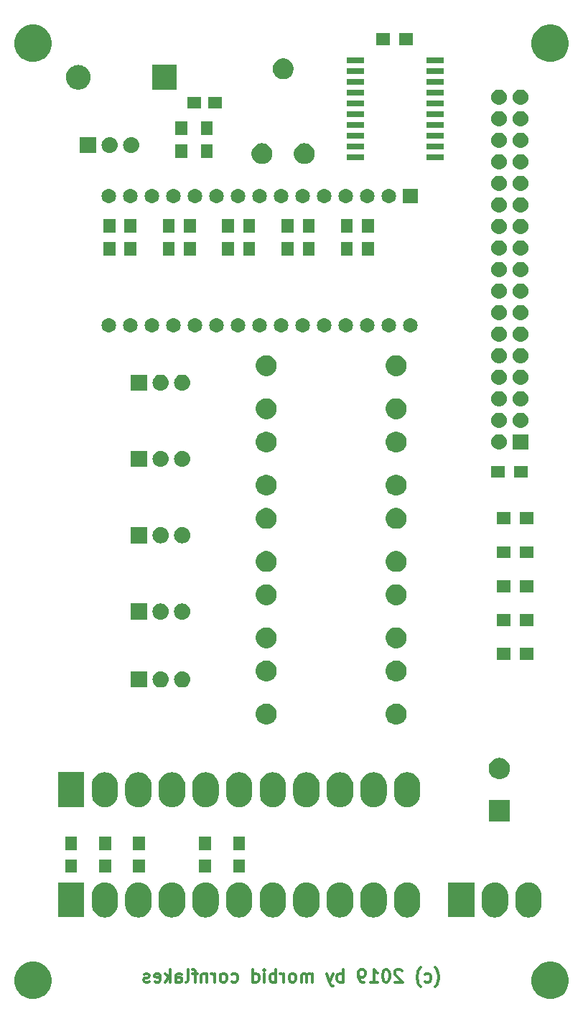
<source format=gbr>
G04 #@! TF.GenerationSoftware,KiCad,Pcbnew,5.0.1*
G04 #@! TF.CreationDate,2019-02-24T09:50:17+01:00*
G04 #@! TF.ProjectId,afterglow_gi_nano,6166746572676C6F775F67695F6E616E,rev?*
G04 #@! TF.SameCoordinates,Original*
G04 #@! TF.FileFunction,Soldermask,Bot*
G04 #@! TF.FilePolarity,Negative*
%FSLAX46Y46*%
G04 Gerber Fmt 4.6, Leading zero omitted, Abs format (unit mm)*
G04 Created by KiCad (PCBNEW 5.0.1) date So 24 Feb 2019 09:50:17 CET*
%MOMM*%
%LPD*%
G01*
G04 APERTURE LIST*
%ADD10C,0.300000*%
%ADD11C,0.100000*%
G04 APERTURE END LIST*
D10*
X101928571Y-142250000D02*
X102000000Y-142178571D01*
X102142857Y-141964285D01*
X102214285Y-141821428D01*
X102285714Y-141607142D01*
X102357142Y-141250000D01*
X102357142Y-140964285D01*
X102285714Y-140607142D01*
X102214285Y-140392857D01*
X102142857Y-140250000D01*
X102000000Y-140035714D01*
X101928571Y-139964285D01*
X100714285Y-141607142D02*
X100857142Y-141678571D01*
X101142857Y-141678571D01*
X101285714Y-141607142D01*
X101357142Y-141535714D01*
X101428571Y-141392857D01*
X101428571Y-140964285D01*
X101357142Y-140821428D01*
X101285714Y-140750000D01*
X101142857Y-140678571D01*
X100857142Y-140678571D01*
X100714285Y-140750000D01*
X100214285Y-142250000D02*
X100142857Y-142178571D01*
X100000000Y-141964285D01*
X99928571Y-141821428D01*
X99857142Y-141607142D01*
X99785714Y-141250000D01*
X99785714Y-140964285D01*
X99857142Y-140607142D01*
X99928571Y-140392857D01*
X100000000Y-140250000D01*
X100142857Y-140035714D01*
X100214285Y-139964285D01*
X98000000Y-140321428D02*
X97928571Y-140250000D01*
X97785714Y-140178571D01*
X97428571Y-140178571D01*
X97285714Y-140250000D01*
X97214285Y-140321428D01*
X97142857Y-140464285D01*
X97142857Y-140607142D01*
X97214285Y-140821428D01*
X98071428Y-141678571D01*
X97142857Y-141678571D01*
X96214285Y-140178571D02*
X96071428Y-140178571D01*
X95928571Y-140250000D01*
X95857142Y-140321428D01*
X95785714Y-140464285D01*
X95714285Y-140750000D01*
X95714285Y-141107142D01*
X95785714Y-141392857D01*
X95857142Y-141535714D01*
X95928571Y-141607142D01*
X96071428Y-141678571D01*
X96214285Y-141678571D01*
X96357142Y-141607142D01*
X96428571Y-141535714D01*
X96500000Y-141392857D01*
X96571428Y-141107142D01*
X96571428Y-140750000D01*
X96500000Y-140464285D01*
X96428571Y-140321428D01*
X96357142Y-140250000D01*
X96214285Y-140178571D01*
X94285714Y-141678571D02*
X95142857Y-141678571D01*
X94714285Y-141678571D02*
X94714285Y-140178571D01*
X94857142Y-140392857D01*
X95000000Y-140535714D01*
X95142857Y-140607142D01*
X93571428Y-141678571D02*
X93285714Y-141678571D01*
X93142857Y-141607142D01*
X93071428Y-141535714D01*
X92928571Y-141321428D01*
X92857142Y-141035714D01*
X92857142Y-140464285D01*
X92928571Y-140321428D01*
X93000000Y-140250000D01*
X93142857Y-140178571D01*
X93428571Y-140178571D01*
X93571428Y-140250000D01*
X93642857Y-140321428D01*
X93714285Y-140464285D01*
X93714285Y-140821428D01*
X93642857Y-140964285D01*
X93571428Y-141035714D01*
X93428571Y-141107142D01*
X93142857Y-141107142D01*
X93000000Y-141035714D01*
X92928571Y-140964285D01*
X92857142Y-140821428D01*
X91071428Y-141678571D02*
X91071428Y-140178571D01*
X91071428Y-140750000D02*
X90928571Y-140678571D01*
X90642857Y-140678571D01*
X90500000Y-140750000D01*
X90428571Y-140821428D01*
X90357142Y-140964285D01*
X90357142Y-141392857D01*
X90428571Y-141535714D01*
X90500000Y-141607142D01*
X90642857Y-141678571D01*
X90928571Y-141678571D01*
X91071428Y-141607142D01*
X89857142Y-140678571D02*
X89500000Y-141678571D01*
X89142857Y-140678571D02*
X89500000Y-141678571D01*
X89642857Y-142035714D01*
X89714285Y-142107142D01*
X89857142Y-142178571D01*
X87428571Y-141678571D02*
X87428571Y-140678571D01*
X87428571Y-140821428D02*
X87357142Y-140750000D01*
X87214285Y-140678571D01*
X87000000Y-140678571D01*
X86857142Y-140750000D01*
X86785714Y-140892857D01*
X86785714Y-141678571D01*
X86785714Y-140892857D02*
X86714285Y-140750000D01*
X86571428Y-140678571D01*
X86357142Y-140678571D01*
X86214285Y-140750000D01*
X86142857Y-140892857D01*
X86142857Y-141678571D01*
X85214285Y-141678571D02*
X85357142Y-141607142D01*
X85428571Y-141535714D01*
X85500000Y-141392857D01*
X85500000Y-140964285D01*
X85428571Y-140821428D01*
X85357142Y-140750000D01*
X85214285Y-140678571D01*
X85000000Y-140678571D01*
X84857142Y-140750000D01*
X84785714Y-140821428D01*
X84714285Y-140964285D01*
X84714285Y-141392857D01*
X84785714Y-141535714D01*
X84857142Y-141607142D01*
X85000000Y-141678571D01*
X85214285Y-141678571D01*
X84071428Y-141678571D02*
X84071428Y-140678571D01*
X84071428Y-140964285D02*
X84000000Y-140821428D01*
X83928571Y-140750000D01*
X83785714Y-140678571D01*
X83642857Y-140678571D01*
X83142857Y-141678571D02*
X83142857Y-140178571D01*
X83142857Y-140750000D02*
X83000000Y-140678571D01*
X82714285Y-140678571D01*
X82571428Y-140750000D01*
X82500000Y-140821428D01*
X82428571Y-140964285D01*
X82428571Y-141392857D01*
X82500000Y-141535714D01*
X82571428Y-141607142D01*
X82714285Y-141678571D01*
X83000000Y-141678571D01*
X83142857Y-141607142D01*
X81785714Y-141678571D02*
X81785714Y-140678571D01*
X81785714Y-140178571D02*
X81857142Y-140250000D01*
X81785714Y-140321428D01*
X81714285Y-140250000D01*
X81785714Y-140178571D01*
X81785714Y-140321428D01*
X80428571Y-141678571D02*
X80428571Y-140178571D01*
X80428571Y-141607142D02*
X80571428Y-141678571D01*
X80857142Y-141678571D01*
X81000000Y-141607142D01*
X81071428Y-141535714D01*
X81142857Y-141392857D01*
X81142857Y-140964285D01*
X81071428Y-140821428D01*
X81000000Y-140750000D01*
X80857142Y-140678571D01*
X80571428Y-140678571D01*
X80428571Y-140750000D01*
X77928571Y-141607142D02*
X78071428Y-141678571D01*
X78357142Y-141678571D01*
X78500000Y-141607142D01*
X78571428Y-141535714D01*
X78642857Y-141392857D01*
X78642857Y-140964285D01*
X78571428Y-140821428D01*
X78500000Y-140750000D01*
X78357142Y-140678571D01*
X78071428Y-140678571D01*
X77928571Y-140750000D01*
X77071428Y-141678571D02*
X77214285Y-141607142D01*
X77285714Y-141535714D01*
X77357142Y-141392857D01*
X77357142Y-140964285D01*
X77285714Y-140821428D01*
X77214285Y-140750000D01*
X77071428Y-140678571D01*
X76857142Y-140678571D01*
X76714285Y-140750000D01*
X76642857Y-140821428D01*
X76571428Y-140964285D01*
X76571428Y-141392857D01*
X76642857Y-141535714D01*
X76714285Y-141607142D01*
X76857142Y-141678571D01*
X77071428Y-141678571D01*
X75928571Y-141678571D02*
X75928571Y-140678571D01*
X75928571Y-140964285D02*
X75857142Y-140821428D01*
X75785714Y-140750000D01*
X75642857Y-140678571D01*
X75500000Y-140678571D01*
X75000000Y-140678571D02*
X75000000Y-141678571D01*
X75000000Y-140821428D02*
X74928571Y-140750000D01*
X74785714Y-140678571D01*
X74571428Y-140678571D01*
X74428571Y-140750000D01*
X74357142Y-140892857D01*
X74357142Y-141678571D01*
X73857142Y-140678571D02*
X73285714Y-140678571D01*
X73642857Y-141678571D02*
X73642857Y-140392857D01*
X73571428Y-140250000D01*
X73428571Y-140178571D01*
X73285714Y-140178571D01*
X72571428Y-141678571D02*
X72714285Y-141607142D01*
X72785714Y-141464285D01*
X72785714Y-140178571D01*
X71357142Y-141678571D02*
X71357142Y-140892857D01*
X71428571Y-140750000D01*
X71571428Y-140678571D01*
X71857142Y-140678571D01*
X72000000Y-140750000D01*
X71357142Y-141607142D02*
X71500000Y-141678571D01*
X71857142Y-141678571D01*
X72000000Y-141607142D01*
X72071428Y-141464285D01*
X72071428Y-141321428D01*
X72000000Y-141178571D01*
X71857142Y-141107142D01*
X71500000Y-141107142D01*
X71357142Y-141035714D01*
X70642857Y-141678571D02*
X70642857Y-140178571D01*
X70500000Y-141107142D02*
X70071428Y-141678571D01*
X70071428Y-140678571D02*
X70642857Y-141250000D01*
X68857142Y-141607142D02*
X69000000Y-141678571D01*
X69285714Y-141678571D01*
X69428571Y-141607142D01*
X69500000Y-141464285D01*
X69500000Y-140892857D01*
X69428571Y-140750000D01*
X69285714Y-140678571D01*
X69000000Y-140678571D01*
X68857142Y-140750000D01*
X68785714Y-140892857D01*
X68785714Y-141035714D01*
X69500000Y-141178571D01*
X68214285Y-141607142D02*
X68071428Y-141678571D01*
X67785714Y-141678571D01*
X67642857Y-141607142D01*
X67571428Y-141464285D01*
X67571428Y-141392857D01*
X67642857Y-141250000D01*
X67785714Y-141178571D01*
X68000000Y-141178571D01*
X68142857Y-141107142D01*
X68214285Y-140964285D01*
X68214285Y-140892857D01*
X68142857Y-140750000D01*
X68000000Y-140678571D01*
X67785714Y-140678571D01*
X67642857Y-140750000D01*
D11*
G36*
X116142006Y-139383582D02*
X116542565Y-139549499D01*
X116903059Y-139790373D01*
X117209627Y-140096941D01*
X117450501Y-140457435D01*
X117616418Y-140857994D01*
X117701000Y-141283219D01*
X117701000Y-141716781D01*
X117616418Y-142142006D01*
X117450501Y-142542565D01*
X117209627Y-142903059D01*
X116903059Y-143209627D01*
X116542565Y-143450501D01*
X116142006Y-143616418D01*
X115716781Y-143701000D01*
X115283219Y-143701000D01*
X114857994Y-143616418D01*
X114457435Y-143450501D01*
X114096941Y-143209627D01*
X113790373Y-142903059D01*
X113549499Y-142542565D01*
X113383582Y-142142006D01*
X113299000Y-141716781D01*
X113299000Y-141283219D01*
X113383582Y-140857994D01*
X113549499Y-140457435D01*
X113790373Y-140096941D01*
X114096941Y-139790373D01*
X114457435Y-139549499D01*
X114857994Y-139383582D01*
X115283219Y-139299000D01*
X115716781Y-139299000D01*
X116142006Y-139383582D01*
X116142006Y-139383582D01*
G37*
G36*
X55142006Y-139383582D02*
X55542565Y-139549499D01*
X55903059Y-139790373D01*
X56209627Y-140096941D01*
X56450501Y-140457435D01*
X56616418Y-140857994D01*
X56701000Y-141283219D01*
X56701000Y-141716781D01*
X56616418Y-142142006D01*
X56450501Y-142542565D01*
X56209627Y-142903059D01*
X55903059Y-143209627D01*
X55542565Y-143450501D01*
X55142006Y-143616418D01*
X54716781Y-143701000D01*
X54283219Y-143701000D01*
X53857994Y-143616418D01*
X53457435Y-143450501D01*
X53096941Y-143209627D01*
X52790373Y-142903059D01*
X52549499Y-142542565D01*
X52383582Y-142142006D01*
X52299000Y-141716781D01*
X52299000Y-141283219D01*
X52383582Y-140857994D01*
X52549499Y-140457435D01*
X52790373Y-140096941D01*
X53096941Y-139790373D01*
X53457435Y-139549499D01*
X53857994Y-139383582D01*
X54283219Y-139299000D01*
X54716781Y-139299000D01*
X55142006Y-139383582D01*
X55142006Y-139383582D01*
G37*
G36*
X83078448Y-129971442D02*
X83273358Y-130030567D01*
X83370814Y-130060130D01*
X83505535Y-130132140D01*
X83640257Y-130204151D01*
X83876429Y-130397971D01*
X83876430Y-130397973D01*
X83876432Y-130397974D01*
X83992721Y-130539674D01*
X84070249Y-130634142D01*
X84161740Y-130805310D01*
X84214270Y-130903585D01*
X84243833Y-131001041D01*
X84302958Y-131195951D01*
X84325400Y-131423810D01*
X84325400Y-132576190D01*
X84302958Y-132804049D01*
X84243833Y-132998959D01*
X84214270Y-133096415D01*
X84161740Y-133194690D01*
X84070249Y-133365858D01*
X83876429Y-133602029D01*
X83640258Y-133795849D01*
X83469090Y-133887340D01*
X83370815Y-133939870D01*
X83273359Y-133969433D01*
X83078449Y-134028558D01*
X82774400Y-134058504D01*
X82470352Y-134028558D01*
X82275442Y-133969433D01*
X82177986Y-133939870D01*
X82079711Y-133887340D01*
X81908543Y-133795849D01*
X81672372Y-133602029D01*
X81478551Y-133365858D01*
X81387060Y-133194690D01*
X81334530Y-133096415D01*
X81304967Y-132998959D01*
X81245842Y-132804049D01*
X81223400Y-132576190D01*
X81223400Y-131423811D01*
X81245842Y-131195952D01*
X81334530Y-130903587D01*
X81334530Y-130903586D01*
X81406540Y-130768865D01*
X81478551Y-130634143D01*
X81672371Y-130397971D01*
X81672373Y-130397970D01*
X81672374Y-130397968D01*
X81908540Y-130204153D01*
X81908542Y-130204151D01*
X82079710Y-130112660D01*
X82177985Y-130060130D01*
X82275441Y-130030567D01*
X82470351Y-129971442D01*
X82774400Y-129941496D01*
X83078448Y-129971442D01*
X83078448Y-129971442D01*
G37*
G36*
X98925648Y-129971442D02*
X99120558Y-130030567D01*
X99218014Y-130060130D01*
X99352735Y-130132140D01*
X99487457Y-130204151D01*
X99723629Y-130397971D01*
X99723630Y-130397973D01*
X99723632Y-130397974D01*
X99839921Y-130539674D01*
X99917449Y-130634142D01*
X100008940Y-130805310D01*
X100061470Y-130903585D01*
X100091033Y-131001041D01*
X100150158Y-131195951D01*
X100172600Y-131423810D01*
X100172600Y-132576190D01*
X100150158Y-132804049D01*
X100091033Y-132998959D01*
X100061470Y-133096415D01*
X100008940Y-133194690D01*
X99917449Y-133365858D01*
X99723629Y-133602029D01*
X99487458Y-133795849D01*
X99316290Y-133887340D01*
X99218015Y-133939870D01*
X99120559Y-133969433D01*
X98925649Y-134028558D01*
X98621600Y-134058504D01*
X98317552Y-134028558D01*
X98122642Y-133969433D01*
X98025186Y-133939870D01*
X97926911Y-133887340D01*
X97755743Y-133795849D01*
X97519572Y-133602029D01*
X97325751Y-133365858D01*
X97234260Y-133194690D01*
X97181730Y-133096415D01*
X97152167Y-132998959D01*
X97093042Y-132804049D01*
X97070600Y-132576190D01*
X97070600Y-131423811D01*
X97093042Y-131195952D01*
X97181730Y-130903587D01*
X97181730Y-130903586D01*
X97253740Y-130768865D01*
X97325751Y-130634143D01*
X97519571Y-130397971D01*
X97519573Y-130397970D01*
X97519574Y-130397968D01*
X97755740Y-130204153D01*
X97755742Y-130204151D01*
X97926910Y-130112660D01*
X98025185Y-130060130D01*
X98122641Y-130030567D01*
X98317551Y-129971442D01*
X98621600Y-129941496D01*
X98925648Y-129971442D01*
X98925648Y-129971442D01*
G37*
G36*
X94965648Y-129971442D02*
X95160558Y-130030567D01*
X95258014Y-130060130D01*
X95392735Y-130132140D01*
X95527457Y-130204151D01*
X95763629Y-130397971D01*
X95763630Y-130397973D01*
X95763632Y-130397974D01*
X95879921Y-130539674D01*
X95957449Y-130634142D01*
X96048940Y-130805310D01*
X96101470Y-130903585D01*
X96131033Y-131001041D01*
X96190158Y-131195951D01*
X96212600Y-131423810D01*
X96212600Y-132576190D01*
X96190158Y-132804049D01*
X96131033Y-132998959D01*
X96101470Y-133096415D01*
X96048940Y-133194690D01*
X95957449Y-133365858D01*
X95763629Y-133602029D01*
X95527458Y-133795849D01*
X95356290Y-133887340D01*
X95258015Y-133939870D01*
X95160559Y-133969433D01*
X94965649Y-134028558D01*
X94661600Y-134058504D01*
X94357552Y-134028558D01*
X94162642Y-133969433D01*
X94065186Y-133939870D01*
X93966911Y-133887340D01*
X93795743Y-133795849D01*
X93559572Y-133602029D01*
X93365751Y-133365858D01*
X93274260Y-133194690D01*
X93221730Y-133096415D01*
X93192167Y-132998959D01*
X93133042Y-132804049D01*
X93110600Y-132576190D01*
X93110600Y-131423811D01*
X93133042Y-131195952D01*
X93221730Y-130903587D01*
X93221730Y-130903586D01*
X93293740Y-130768865D01*
X93365751Y-130634143D01*
X93559571Y-130397971D01*
X93559573Y-130397970D01*
X93559574Y-130397968D01*
X93795740Y-130204153D01*
X93795742Y-130204151D01*
X93966910Y-130112660D01*
X94065185Y-130060130D01*
X94162641Y-130030567D01*
X94357551Y-129971442D01*
X94661600Y-129941496D01*
X94965648Y-129971442D01*
X94965648Y-129971442D01*
G37*
G36*
X91003248Y-129971442D02*
X91198158Y-130030567D01*
X91295614Y-130060130D01*
X91430335Y-130132140D01*
X91565057Y-130204151D01*
X91801229Y-130397971D01*
X91801230Y-130397973D01*
X91801232Y-130397974D01*
X91917521Y-130539674D01*
X91995049Y-130634142D01*
X92086540Y-130805310D01*
X92139070Y-130903585D01*
X92168633Y-131001041D01*
X92227758Y-131195951D01*
X92250200Y-131423810D01*
X92250200Y-132576190D01*
X92227758Y-132804049D01*
X92168633Y-132998959D01*
X92139070Y-133096415D01*
X92086540Y-133194690D01*
X91995049Y-133365858D01*
X91801229Y-133602029D01*
X91565058Y-133795849D01*
X91393890Y-133887340D01*
X91295615Y-133939870D01*
X91198159Y-133969433D01*
X91003249Y-134028558D01*
X90699200Y-134058504D01*
X90395152Y-134028558D01*
X90200242Y-133969433D01*
X90102786Y-133939870D01*
X90004511Y-133887340D01*
X89833343Y-133795849D01*
X89597172Y-133602029D01*
X89403351Y-133365858D01*
X89311860Y-133194690D01*
X89259330Y-133096415D01*
X89229767Y-132998959D01*
X89170642Y-132804049D01*
X89148200Y-132576190D01*
X89148200Y-131423811D01*
X89170642Y-131195952D01*
X89259330Y-130903587D01*
X89259330Y-130903586D01*
X89331340Y-130768865D01*
X89403351Y-130634143D01*
X89597171Y-130397971D01*
X89597173Y-130397970D01*
X89597174Y-130397968D01*
X89833340Y-130204153D01*
X89833342Y-130204151D01*
X90004510Y-130112660D01*
X90102785Y-130060130D01*
X90200241Y-130030567D01*
X90395151Y-129971442D01*
X90699200Y-129941496D01*
X91003248Y-129971442D01*
X91003248Y-129971442D01*
G37*
G36*
X87040848Y-129971442D02*
X87235758Y-130030567D01*
X87333214Y-130060130D01*
X87467935Y-130132140D01*
X87602657Y-130204151D01*
X87838829Y-130397971D01*
X87838830Y-130397973D01*
X87838832Y-130397974D01*
X87955121Y-130539674D01*
X88032649Y-130634142D01*
X88124140Y-130805310D01*
X88176670Y-130903585D01*
X88206233Y-131001041D01*
X88265358Y-131195951D01*
X88287800Y-131423810D01*
X88287800Y-132576190D01*
X88265358Y-132804049D01*
X88206233Y-132998959D01*
X88176670Y-133096415D01*
X88124140Y-133194690D01*
X88032649Y-133365858D01*
X87838829Y-133602029D01*
X87602658Y-133795849D01*
X87431490Y-133887340D01*
X87333215Y-133939870D01*
X87235759Y-133969433D01*
X87040849Y-134028558D01*
X86736800Y-134058504D01*
X86432752Y-134028558D01*
X86237842Y-133969433D01*
X86140386Y-133939870D01*
X86042111Y-133887340D01*
X85870943Y-133795849D01*
X85634772Y-133602029D01*
X85440951Y-133365858D01*
X85349460Y-133194690D01*
X85296930Y-133096415D01*
X85267367Y-132998959D01*
X85208242Y-132804049D01*
X85185800Y-132576190D01*
X85185800Y-131423811D01*
X85208242Y-131195952D01*
X85296930Y-130903587D01*
X85296930Y-130903586D01*
X85368940Y-130768865D01*
X85440951Y-130634143D01*
X85634771Y-130397971D01*
X85634773Y-130397970D01*
X85634774Y-130397968D01*
X85870940Y-130204153D01*
X85870942Y-130204151D01*
X86042110Y-130112660D01*
X86140385Y-130060130D01*
X86237841Y-130030567D01*
X86432751Y-129971442D01*
X86736800Y-129941496D01*
X87040848Y-129971442D01*
X87040848Y-129971442D01*
G37*
G36*
X79116048Y-129971442D02*
X79310958Y-130030567D01*
X79408414Y-130060130D01*
X79543135Y-130132140D01*
X79677857Y-130204151D01*
X79914029Y-130397971D01*
X79914030Y-130397973D01*
X79914032Y-130397974D01*
X80030321Y-130539674D01*
X80107849Y-130634142D01*
X80199340Y-130805310D01*
X80251870Y-130903585D01*
X80281433Y-131001041D01*
X80340558Y-131195951D01*
X80363000Y-131423810D01*
X80363000Y-132576190D01*
X80340558Y-132804049D01*
X80281433Y-132998959D01*
X80251870Y-133096415D01*
X80199340Y-133194690D01*
X80107849Y-133365858D01*
X79914029Y-133602029D01*
X79677858Y-133795849D01*
X79506690Y-133887340D01*
X79408415Y-133939870D01*
X79310959Y-133969433D01*
X79116049Y-134028558D01*
X78812000Y-134058504D01*
X78507952Y-134028558D01*
X78313042Y-133969433D01*
X78215586Y-133939870D01*
X78117311Y-133887340D01*
X77946143Y-133795849D01*
X77709972Y-133602029D01*
X77516151Y-133365858D01*
X77424660Y-133194690D01*
X77372130Y-133096415D01*
X77342567Y-132998959D01*
X77283442Y-132804049D01*
X77261000Y-132576190D01*
X77261000Y-131423811D01*
X77283442Y-131195952D01*
X77372130Y-130903587D01*
X77372130Y-130903586D01*
X77444140Y-130768865D01*
X77516151Y-130634143D01*
X77709971Y-130397971D01*
X77709973Y-130397970D01*
X77709974Y-130397968D01*
X77946140Y-130204153D01*
X77946142Y-130204151D01*
X78117310Y-130112660D01*
X78215585Y-130060130D01*
X78313041Y-130030567D01*
X78507951Y-129971442D01*
X78812000Y-129941496D01*
X79116048Y-129971442D01*
X79116048Y-129971442D01*
G37*
G36*
X75153648Y-129971442D02*
X75348558Y-130030567D01*
X75446014Y-130060130D01*
X75580735Y-130132140D01*
X75715457Y-130204151D01*
X75951629Y-130397971D01*
X75951630Y-130397973D01*
X75951632Y-130397974D01*
X76067921Y-130539674D01*
X76145449Y-130634142D01*
X76236940Y-130805310D01*
X76289470Y-130903585D01*
X76319033Y-131001041D01*
X76378158Y-131195951D01*
X76400600Y-131423810D01*
X76400600Y-132576190D01*
X76378158Y-132804049D01*
X76319033Y-132998959D01*
X76289470Y-133096415D01*
X76236940Y-133194690D01*
X76145449Y-133365858D01*
X75951629Y-133602029D01*
X75715458Y-133795849D01*
X75544290Y-133887340D01*
X75446015Y-133939870D01*
X75348559Y-133969433D01*
X75153649Y-134028558D01*
X74849600Y-134058504D01*
X74545552Y-134028558D01*
X74350642Y-133969433D01*
X74253186Y-133939870D01*
X74154911Y-133887340D01*
X73983743Y-133795849D01*
X73747572Y-133602029D01*
X73553751Y-133365858D01*
X73462260Y-133194690D01*
X73409730Y-133096415D01*
X73380167Y-132998959D01*
X73321042Y-132804049D01*
X73298600Y-132576190D01*
X73298600Y-131423811D01*
X73321042Y-131195952D01*
X73409730Y-130903587D01*
X73409730Y-130903586D01*
X73481740Y-130768865D01*
X73553751Y-130634143D01*
X73747571Y-130397971D01*
X73747573Y-130397970D01*
X73747574Y-130397968D01*
X73983740Y-130204153D01*
X73983742Y-130204151D01*
X74154910Y-130112660D01*
X74253185Y-130060130D01*
X74350641Y-130030567D01*
X74545551Y-129971442D01*
X74849600Y-129941496D01*
X75153648Y-129971442D01*
X75153648Y-129971442D01*
G37*
G36*
X67228848Y-129971442D02*
X67423758Y-130030567D01*
X67521214Y-130060130D01*
X67655935Y-130132140D01*
X67790657Y-130204151D01*
X68026829Y-130397971D01*
X68026830Y-130397973D01*
X68026832Y-130397974D01*
X68143121Y-130539674D01*
X68220649Y-130634142D01*
X68312140Y-130805310D01*
X68364670Y-130903585D01*
X68394233Y-131001041D01*
X68453358Y-131195951D01*
X68475800Y-131423810D01*
X68475800Y-132576190D01*
X68453358Y-132804049D01*
X68394233Y-132998959D01*
X68364670Y-133096415D01*
X68312140Y-133194690D01*
X68220649Y-133365858D01*
X68026829Y-133602029D01*
X67790658Y-133795849D01*
X67619490Y-133887340D01*
X67521215Y-133939870D01*
X67423759Y-133969433D01*
X67228849Y-134028558D01*
X66924800Y-134058504D01*
X66620752Y-134028558D01*
X66425842Y-133969433D01*
X66328386Y-133939870D01*
X66230111Y-133887340D01*
X66058943Y-133795849D01*
X65822772Y-133602029D01*
X65628951Y-133365858D01*
X65537460Y-133194690D01*
X65484930Y-133096415D01*
X65455367Y-132998959D01*
X65396242Y-132804049D01*
X65373800Y-132576190D01*
X65373800Y-131423811D01*
X65396242Y-131195952D01*
X65484930Y-130903587D01*
X65484930Y-130903586D01*
X65556940Y-130768865D01*
X65628951Y-130634143D01*
X65822771Y-130397971D01*
X65822773Y-130397970D01*
X65822774Y-130397968D01*
X66058940Y-130204153D01*
X66058942Y-130204151D01*
X66230110Y-130112660D01*
X66328385Y-130060130D01*
X66425841Y-130030567D01*
X66620751Y-129971442D01*
X66924800Y-129941496D01*
X67228848Y-129971442D01*
X67228848Y-129971442D01*
G37*
G36*
X63266448Y-129971442D02*
X63461358Y-130030567D01*
X63558814Y-130060130D01*
X63693535Y-130132140D01*
X63828257Y-130204151D01*
X64064429Y-130397971D01*
X64064430Y-130397973D01*
X64064432Y-130397974D01*
X64180721Y-130539674D01*
X64258249Y-130634142D01*
X64349740Y-130805310D01*
X64402270Y-130903585D01*
X64431833Y-131001041D01*
X64490958Y-131195951D01*
X64513400Y-131423810D01*
X64513400Y-132576190D01*
X64490958Y-132804049D01*
X64431833Y-132998959D01*
X64402270Y-133096415D01*
X64349740Y-133194690D01*
X64258249Y-133365858D01*
X64064429Y-133602029D01*
X63828258Y-133795849D01*
X63657090Y-133887340D01*
X63558815Y-133939870D01*
X63461359Y-133969433D01*
X63266449Y-134028558D01*
X62962400Y-134058504D01*
X62658352Y-134028558D01*
X62463442Y-133969433D01*
X62365986Y-133939870D01*
X62267711Y-133887340D01*
X62096543Y-133795849D01*
X61860372Y-133602029D01*
X61666551Y-133365858D01*
X61575060Y-133194690D01*
X61522530Y-133096415D01*
X61492967Y-132998959D01*
X61433842Y-132804049D01*
X61411400Y-132576190D01*
X61411400Y-131423811D01*
X61433842Y-131195952D01*
X61522530Y-130903587D01*
X61522530Y-130903586D01*
X61594540Y-130768865D01*
X61666551Y-130634143D01*
X61860371Y-130397971D01*
X61860373Y-130397970D01*
X61860374Y-130397968D01*
X62096540Y-130204153D01*
X62096542Y-130204151D01*
X62267710Y-130112660D01*
X62365985Y-130060130D01*
X62463441Y-130030567D01*
X62658351Y-129971442D01*
X62962400Y-129941496D01*
X63266448Y-129971442D01*
X63266448Y-129971442D01*
G37*
G36*
X109266448Y-129971442D02*
X109461358Y-130030567D01*
X109558814Y-130060130D01*
X109693535Y-130132140D01*
X109828257Y-130204151D01*
X110064429Y-130397971D01*
X110064430Y-130397973D01*
X110064432Y-130397974D01*
X110180721Y-130539674D01*
X110258249Y-130634142D01*
X110349740Y-130805310D01*
X110402270Y-130903585D01*
X110431833Y-131001041D01*
X110490958Y-131195951D01*
X110513400Y-131423810D01*
X110513400Y-132576190D01*
X110490958Y-132804049D01*
X110431833Y-132998959D01*
X110402270Y-133096415D01*
X110349740Y-133194690D01*
X110258249Y-133365858D01*
X110064429Y-133602029D01*
X109828258Y-133795849D01*
X109657090Y-133887340D01*
X109558815Y-133939870D01*
X109461359Y-133969433D01*
X109266449Y-134028558D01*
X108962400Y-134058504D01*
X108658352Y-134028558D01*
X108463442Y-133969433D01*
X108365986Y-133939870D01*
X108267711Y-133887340D01*
X108096543Y-133795849D01*
X107860372Y-133602029D01*
X107666551Y-133365858D01*
X107575060Y-133194690D01*
X107522530Y-133096415D01*
X107492967Y-132998959D01*
X107433842Y-132804049D01*
X107411400Y-132576190D01*
X107411400Y-131423811D01*
X107433842Y-131195952D01*
X107522530Y-130903587D01*
X107522530Y-130903586D01*
X107594540Y-130768865D01*
X107666551Y-130634143D01*
X107860371Y-130397971D01*
X107860373Y-130397970D01*
X107860374Y-130397968D01*
X108096540Y-130204153D01*
X108096542Y-130204151D01*
X108267710Y-130112660D01*
X108365985Y-130060130D01*
X108463441Y-130030567D01*
X108658351Y-129971442D01*
X108962400Y-129941496D01*
X109266448Y-129971442D01*
X109266448Y-129971442D01*
G37*
G36*
X113228848Y-129971442D02*
X113423758Y-130030567D01*
X113521214Y-130060130D01*
X113655935Y-130132140D01*
X113790657Y-130204151D01*
X114026829Y-130397971D01*
X114026830Y-130397973D01*
X114026832Y-130397974D01*
X114143121Y-130539674D01*
X114220649Y-130634142D01*
X114312140Y-130805310D01*
X114364670Y-130903585D01*
X114394233Y-131001041D01*
X114453358Y-131195951D01*
X114475800Y-131423810D01*
X114475800Y-132576190D01*
X114453358Y-132804049D01*
X114394233Y-132998959D01*
X114364670Y-133096415D01*
X114312140Y-133194690D01*
X114220649Y-133365858D01*
X114026829Y-133602029D01*
X113790658Y-133795849D01*
X113619490Y-133887340D01*
X113521215Y-133939870D01*
X113423759Y-133969433D01*
X113228849Y-134028558D01*
X112924800Y-134058504D01*
X112620752Y-134028558D01*
X112425842Y-133969433D01*
X112328386Y-133939870D01*
X112230111Y-133887340D01*
X112058943Y-133795849D01*
X111822772Y-133602029D01*
X111628951Y-133365858D01*
X111537460Y-133194690D01*
X111484930Y-133096415D01*
X111455367Y-132998959D01*
X111396242Y-132804049D01*
X111373800Y-132576190D01*
X111373800Y-131423811D01*
X111396242Y-131195952D01*
X111484930Y-130903587D01*
X111484930Y-130903586D01*
X111556940Y-130768865D01*
X111628951Y-130634143D01*
X111822771Y-130397971D01*
X111822773Y-130397970D01*
X111822774Y-130397968D01*
X112058940Y-130204153D01*
X112058942Y-130204151D01*
X112230110Y-130112660D01*
X112328385Y-130060130D01*
X112425841Y-130030567D01*
X112620751Y-129971442D01*
X112924800Y-129941496D01*
X113228848Y-129971442D01*
X113228848Y-129971442D01*
G37*
G36*
X71191248Y-129971442D02*
X71386158Y-130030567D01*
X71483614Y-130060130D01*
X71618335Y-130132140D01*
X71753057Y-130204151D01*
X71989229Y-130397971D01*
X71989230Y-130397973D01*
X71989232Y-130397974D01*
X72105521Y-130539674D01*
X72183049Y-130634142D01*
X72274540Y-130805310D01*
X72327070Y-130903585D01*
X72356633Y-131001041D01*
X72415758Y-131195951D01*
X72438200Y-131423810D01*
X72438200Y-132576190D01*
X72415758Y-132804049D01*
X72356633Y-132998959D01*
X72327070Y-133096415D01*
X72274540Y-133194690D01*
X72183049Y-133365858D01*
X71989229Y-133602029D01*
X71753058Y-133795849D01*
X71581890Y-133887340D01*
X71483615Y-133939870D01*
X71386159Y-133969433D01*
X71191249Y-134028558D01*
X70887200Y-134058504D01*
X70583152Y-134028558D01*
X70388242Y-133969433D01*
X70290786Y-133939870D01*
X70192511Y-133887340D01*
X70021343Y-133795849D01*
X69785172Y-133602029D01*
X69591351Y-133365858D01*
X69499860Y-133194690D01*
X69447330Y-133096415D01*
X69417767Y-132998959D01*
X69358642Y-132804049D01*
X69336200Y-132576190D01*
X69336200Y-131423811D01*
X69358642Y-131195952D01*
X69447330Y-130903587D01*
X69447330Y-130903586D01*
X69519340Y-130768865D01*
X69591351Y-130634143D01*
X69785171Y-130397971D01*
X69785173Y-130397970D01*
X69785174Y-130397968D01*
X70021340Y-130204153D01*
X70021342Y-130204151D01*
X70192510Y-130112660D01*
X70290785Y-130060130D01*
X70388241Y-130030567D01*
X70583151Y-129971442D01*
X70887200Y-129941496D01*
X71191248Y-129971442D01*
X71191248Y-129971442D01*
G37*
G36*
X60551000Y-134051000D02*
X57449000Y-134051000D01*
X57449000Y-129949000D01*
X60551000Y-129949000D01*
X60551000Y-134051000D01*
X60551000Y-134051000D01*
G37*
G36*
X106551000Y-134051000D02*
X103449000Y-134051000D01*
X103449000Y-129949000D01*
X106551000Y-129949000D01*
X106551000Y-134051000D01*
X106551000Y-134051000D01*
G37*
G36*
X75501000Y-128801000D02*
X74099000Y-128801000D01*
X74099000Y-127199000D01*
X75501000Y-127199000D01*
X75501000Y-128801000D01*
X75501000Y-128801000D01*
G37*
G36*
X59701000Y-128801000D02*
X58299000Y-128801000D01*
X58299000Y-127199000D01*
X59701000Y-127199000D01*
X59701000Y-128801000D01*
X59701000Y-128801000D01*
G37*
G36*
X63701000Y-128801000D02*
X62299000Y-128801000D01*
X62299000Y-127199000D01*
X63701000Y-127199000D01*
X63701000Y-128801000D01*
X63701000Y-128801000D01*
G37*
G36*
X79501000Y-128801000D02*
X78099000Y-128801000D01*
X78099000Y-127199000D01*
X79501000Y-127199000D01*
X79501000Y-128801000D01*
X79501000Y-128801000D01*
G37*
G36*
X67701000Y-128801000D02*
X66299000Y-128801000D01*
X66299000Y-127199000D01*
X67701000Y-127199000D01*
X67701000Y-128801000D01*
X67701000Y-128801000D01*
G37*
G36*
X79501000Y-126101000D02*
X78099000Y-126101000D01*
X78099000Y-124499000D01*
X79501000Y-124499000D01*
X79501000Y-126101000D01*
X79501000Y-126101000D01*
G37*
G36*
X59701000Y-126101000D02*
X58299000Y-126101000D01*
X58299000Y-124499000D01*
X59701000Y-124499000D01*
X59701000Y-126101000D01*
X59701000Y-126101000D01*
G37*
G36*
X63701000Y-126101000D02*
X62299000Y-126101000D01*
X62299000Y-124499000D01*
X63701000Y-124499000D01*
X63701000Y-126101000D01*
X63701000Y-126101000D01*
G37*
G36*
X75501000Y-126101000D02*
X74099000Y-126101000D01*
X74099000Y-124499000D01*
X75501000Y-124499000D01*
X75501000Y-126101000D01*
X75501000Y-126101000D01*
G37*
G36*
X67701000Y-126101000D02*
X66299000Y-126101000D01*
X66299000Y-124499000D01*
X67701000Y-124499000D01*
X67701000Y-126101000D01*
X67701000Y-126101000D01*
G37*
G36*
X110751000Y-122751000D02*
X108249000Y-122751000D01*
X108249000Y-120249000D01*
X110751000Y-120249000D01*
X110751000Y-122751000D01*
X110751000Y-122751000D01*
G37*
G36*
X67228848Y-116971442D02*
X67423758Y-117030567D01*
X67521214Y-117060130D01*
X67581906Y-117092571D01*
X67790657Y-117204151D01*
X68026829Y-117397971D01*
X68026830Y-117397973D01*
X68026832Y-117397974D01*
X68087349Y-117471715D01*
X68220649Y-117634142D01*
X68257414Y-117702925D01*
X68364670Y-117903585D01*
X68394233Y-118001041D01*
X68453358Y-118195951D01*
X68475800Y-118423810D01*
X68475800Y-119576190D01*
X68453358Y-119804049D01*
X68394233Y-119998959D01*
X68364670Y-120096415D01*
X68312140Y-120194690D01*
X68220649Y-120365858D01*
X68026829Y-120602029D01*
X67790658Y-120795849D01*
X67619490Y-120887340D01*
X67521215Y-120939870D01*
X67423759Y-120969433D01*
X67228849Y-121028558D01*
X66924800Y-121058504D01*
X66620752Y-121028558D01*
X66425842Y-120969433D01*
X66328386Y-120939870D01*
X66230111Y-120887340D01*
X66058943Y-120795849D01*
X65822772Y-120602029D01*
X65628951Y-120365858D01*
X65537460Y-120194690D01*
X65484930Y-120096415D01*
X65455367Y-119998959D01*
X65396242Y-119804049D01*
X65373800Y-119576190D01*
X65373800Y-118423811D01*
X65396242Y-118195952D01*
X65484930Y-117903587D01*
X65484930Y-117903586D01*
X65592186Y-117702925D01*
X65628951Y-117634143D01*
X65822771Y-117397971D01*
X65822773Y-117397970D01*
X65822774Y-117397968D01*
X66058940Y-117204153D01*
X66058942Y-117204151D01*
X66267693Y-117092571D01*
X66328385Y-117060130D01*
X66425841Y-117030567D01*
X66620751Y-116971442D01*
X66924800Y-116941496D01*
X67228848Y-116971442D01*
X67228848Y-116971442D01*
G37*
G36*
X63266448Y-116971442D02*
X63461358Y-117030567D01*
X63558814Y-117060130D01*
X63619506Y-117092571D01*
X63828257Y-117204151D01*
X64064429Y-117397971D01*
X64064430Y-117397973D01*
X64064432Y-117397974D01*
X64124949Y-117471715D01*
X64258249Y-117634142D01*
X64295014Y-117702925D01*
X64402270Y-117903585D01*
X64431833Y-118001041D01*
X64490958Y-118195951D01*
X64513400Y-118423810D01*
X64513400Y-119576190D01*
X64490958Y-119804049D01*
X64431833Y-119998959D01*
X64402270Y-120096415D01*
X64349740Y-120194690D01*
X64258249Y-120365858D01*
X64064429Y-120602029D01*
X63828258Y-120795849D01*
X63657090Y-120887340D01*
X63558815Y-120939870D01*
X63461359Y-120969433D01*
X63266449Y-121028558D01*
X62962400Y-121058504D01*
X62658352Y-121028558D01*
X62463442Y-120969433D01*
X62365986Y-120939870D01*
X62267711Y-120887340D01*
X62096543Y-120795849D01*
X61860372Y-120602029D01*
X61666551Y-120365858D01*
X61575060Y-120194690D01*
X61522530Y-120096415D01*
X61492967Y-119998959D01*
X61433842Y-119804049D01*
X61411400Y-119576190D01*
X61411400Y-118423811D01*
X61433842Y-118195952D01*
X61522530Y-117903587D01*
X61522530Y-117903586D01*
X61629786Y-117702925D01*
X61666551Y-117634143D01*
X61860371Y-117397971D01*
X61860373Y-117397970D01*
X61860374Y-117397968D01*
X62096540Y-117204153D01*
X62096542Y-117204151D01*
X62305293Y-117092571D01*
X62365985Y-117060130D01*
X62463441Y-117030567D01*
X62658351Y-116971442D01*
X62962400Y-116941496D01*
X63266448Y-116971442D01*
X63266448Y-116971442D01*
G37*
G36*
X98925648Y-116971442D02*
X99120558Y-117030567D01*
X99218014Y-117060130D01*
X99278706Y-117092571D01*
X99487457Y-117204151D01*
X99723629Y-117397971D01*
X99723630Y-117397973D01*
X99723632Y-117397974D01*
X99784149Y-117471715D01*
X99917449Y-117634142D01*
X99954214Y-117702925D01*
X100061470Y-117903585D01*
X100091033Y-118001041D01*
X100150158Y-118195951D01*
X100172600Y-118423810D01*
X100172600Y-119576190D01*
X100150158Y-119804049D01*
X100091033Y-119998959D01*
X100061470Y-120096415D01*
X100008940Y-120194690D01*
X99917449Y-120365858D01*
X99723629Y-120602029D01*
X99487458Y-120795849D01*
X99316290Y-120887340D01*
X99218015Y-120939870D01*
X99120559Y-120969433D01*
X98925649Y-121028558D01*
X98621600Y-121058504D01*
X98317552Y-121028558D01*
X98122642Y-120969433D01*
X98025186Y-120939870D01*
X97926911Y-120887340D01*
X97755743Y-120795849D01*
X97519572Y-120602029D01*
X97325751Y-120365858D01*
X97234260Y-120194690D01*
X97181730Y-120096415D01*
X97152167Y-119998959D01*
X97093042Y-119804049D01*
X97070600Y-119576190D01*
X97070600Y-118423811D01*
X97093042Y-118195952D01*
X97181730Y-117903587D01*
X97181730Y-117903586D01*
X97288986Y-117702925D01*
X97325751Y-117634143D01*
X97519571Y-117397971D01*
X97519573Y-117397970D01*
X97519574Y-117397968D01*
X97755740Y-117204153D01*
X97755742Y-117204151D01*
X97964493Y-117092571D01*
X98025185Y-117060130D01*
X98122641Y-117030567D01*
X98317551Y-116971442D01*
X98621600Y-116941496D01*
X98925648Y-116971442D01*
X98925648Y-116971442D01*
G37*
G36*
X94965648Y-116971442D02*
X95160558Y-117030567D01*
X95258014Y-117060130D01*
X95318706Y-117092571D01*
X95527457Y-117204151D01*
X95763629Y-117397971D01*
X95763630Y-117397973D01*
X95763632Y-117397974D01*
X95824149Y-117471715D01*
X95957449Y-117634142D01*
X95994214Y-117702925D01*
X96101470Y-117903585D01*
X96131033Y-118001041D01*
X96190158Y-118195951D01*
X96212600Y-118423810D01*
X96212600Y-119576190D01*
X96190158Y-119804049D01*
X96131033Y-119998959D01*
X96101470Y-120096415D01*
X96048940Y-120194690D01*
X95957449Y-120365858D01*
X95763629Y-120602029D01*
X95527458Y-120795849D01*
X95356290Y-120887340D01*
X95258015Y-120939870D01*
X95160559Y-120969433D01*
X94965649Y-121028558D01*
X94661600Y-121058504D01*
X94357552Y-121028558D01*
X94162642Y-120969433D01*
X94065186Y-120939870D01*
X93966911Y-120887340D01*
X93795743Y-120795849D01*
X93559572Y-120602029D01*
X93365751Y-120365858D01*
X93274260Y-120194690D01*
X93221730Y-120096415D01*
X93192167Y-119998959D01*
X93133042Y-119804049D01*
X93110600Y-119576190D01*
X93110600Y-118423811D01*
X93133042Y-118195952D01*
X93221730Y-117903587D01*
X93221730Y-117903586D01*
X93328986Y-117702925D01*
X93365751Y-117634143D01*
X93559571Y-117397971D01*
X93559573Y-117397970D01*
X93559574Y-117397968D01*
X93795740Y-117204153D01*
X93795742Y-117204151D01*
X94004493Y-117092571D01*
X94065185Y-117060130D01*
X94162641Y-117030567D01*
X94357551Y-116971442D01*
X94661600Y-116941496D01*
X94965648Y-116971442D01*
X94965648Y-116971442D01*
G37*
G36*
X91003248Y-116971442D02*
X91198158Y-117030567D01*
X91295614Y-117060130D01*
X91356306Y-117092571D01*
X91565057Y-117204151D01*
X91801229Y-117397971D01*
X91801230Y-117397973D01*
X91801232Y-117397974D01*
X91861749Y-117471715D01*
X91995049Y-117634142D01*
X92031814Y-117702925D01*
X92139070Y-117903585D01*
X92168633Y-118001041D01*
X92227758Y-118195951D01*
X92250200Y-118423810D01*
X92250200Y-119576190D01*
X92227758Y-119804049D01*
X92168633Y-119998959D01*
X92139070Y-120096415D01*
X92086540Y-120194690D01*
X91995049Y-120365858D01*
X91801229Y-120602029D01*
X91565058Y-120795849D01*
X91393890Y-120887340D01*
X91295615Y-120939870D01*
X91198159Y-120969433D01*
X91003249Y-121028558D01*
X90699200Y-121058504D01*
X90395152Y-121028558D01*
X90200242Y-120969433D01*
X90102786Y-120939870D01*
X90004511Y-120887340D01*
X89833343Y-120795849D01*
X89597172Y-120602029D01*
X89403351Y-120365858D01*
X89311860Y-120194690D01*
X89259330Y-120096415D01*
X89229767Y-119998959D01*
X89170642Y-119804049D01*
X89148200Y-119576190D01*
X89148200Y-118423811D01*
X89170642Y-118195952D01*
X89259330Y-117903587D01*
X89259330Y-117903586D01*
X89366586Y-117702925D01*
X89403351Y-117634143D01*
X89597171Y-117397971D01*
X89597173Y-117397970D01*
X89597174Y-117397968D01*
X89833340Y-117204153D01*
X89833342Y-117204151D01*
X90042093Y-117092571D01*
X90102785Y-117060130D01*
X90200241Y-117030567D01*
X90395151Y-116971442D01*
X90699200Y-116941496D01*
X91003248Y-116971442D01*
X91003248Y-116971442D01*
G37*
G36*
X83078448Y-116971442D02*
X83273358Y-117030567D01*
X83370814Y-117060130D01*
X83431506Y-117092571D01*
X83640257Y-117204151D01*
X83876429Y-117397971D01*
X83876430Y-117397973D01*
X83876432Y-117397974D01*
X83936949Y-117471715D01*
X84070249Y-117634142D01*
X84107014Y-117702925D01*
X84214270Y-117903585D01*
X84243833Y-118001041D01*
X84302958Y-118195951D01*
X84325400Y-118423810D01*
X84325400Y-119576190D01*
X84302958Y-119804049D01*
X84243833Y-119998959D01*
X84214270Y-120096415D01*
X84161740Y-120194690D01*
X84070249Y-120365858D01*
X83876429Y-120602029D01*
X83640258Y-120795849D01*
X83469090Y-120887340D01*
X83370815Y-120939870D01*
X83273359Y-120969433D01*
X83078449Y-121028558D01*
X82774400Y-121058504D01*
X82470352Y-121028558D01*
X82275442Y-120969433D01*
X82177986Y-120939870D01*
X82079711Y-120887340D01*
X81908543Y-120795849D01*
X81672372Y-120602029D01*
X81478551Y-120365858D01*
X81387060Y-120194690D01*
X81334530Y-120096415D01*
X81304967Y-119998959D01*
X81245842Y-119804049D01*
X81223400Y-119576190D01*
X81223400Y-118423811D01*
X81245842Y-118195952D01*
X81334530Y-117903587D01*
X81334530Y-117903586D01*
X81441786Y-117702925D01*
X81478551Y-117634143D01*
X81672371Y-117397971D01*
X81672373Y-117397970D01*
X81672374Y-117397968D01*
X81908540Y-117204153D01*
X81908542Y-117204151D01*
X82117293Y-117092571D01*
X82177985Y-117060130D01*
X82275441Y-117030567D01*
X82470351Y-116971442D01*
X82774400Y-116941496D01*
X83078448Y-116971442D01*
X83078448Y-116971442D01*
G37*
G36*
X79116048Y-116971442D02*
X79310958Y-117030567D01*
X79408414Y-117060130D01*
X79469106Y-117092571D01*
X79677857Y-117204151D01*
X79914029Y-117397971D01*
X79914030Y-117397973D01*
X79914032Y-117397974D01*
X79974549Y-117471715D01*
X80107849Y-117634142D01*
X80144614Y-117702925D01*
X80251870Y-117903585D01*
X80281433Y-118001041D01*
X80340558Y-118195951D01*
X80363000Y-118423810D01*
X80363000Y-119576190D01*
X80340558Y-119804049D01*
X80281433Y-119998959D01*
X80251870Y-120096415D01*
X80199340Y-120194690D01*
X80107849Y-120365858D01*
X79914029Y-120602029D01*
X79677858Y-120795849D01*
X79506690Y-120887340D01*
X79408415Y-120939870D01*
X79310959Y-120969433D01*
X79116049Y-121028558D01*
X78812000Y-121058504D01*
X78507952Y-121028558D01*
X78313042Y-120969433D01*
X78215586Y-120939870D01*
X78117311Y-120887340D01*
X77946143Y-120795849D01*
X77709972Y-120602029D01*
X77516151Y-120365858D01*
X77424660Y-120194690D01*
X77372130Y-120096415D01*
X77342567Y-119998959D01*
X77283442Y-119804049D01*
X77261000Y-119576190D01*
X77261000Y-118423811D01*
X77283442Y-118195952D01*
X77372130Y-117903587D01*
X77372130Y-117903586D01*
X77479386Y-117702925D01*
X77516151Y-117634143D01*
X77709971Y-117397971D01*
X77709973Y-117397970D01*
X77709974Y-117397968D01*
X77946140Y-117204153D01*
X77946142Y-117204151D01*
X78154893Y-117092571D01*
X78215585Y-117060130D01*
X78313041Y-117030567D01*
X78507951Y-116971442D01*
X78812000Y-116941496D01*
X79116048Y-116971442D01*
X79116048Y-116971442D01*
G37*
G36*
X75153648Y-116971442D02*
X75348558Y-117030567D01*
X75446014Y-117060130D01*
X75506706Y-117092571D01*
X75715457Y-117204151D01*
X75951629Y-117397971D01*
X75951630Y-117397973D01*
X75951632Y-117397974D01*
X76012149Y-117471715D01*
X76145449Y-117634142D01*
X76182214Y-117702925D01*
X76289470Y-117903585D01*
X76319033Y-118001041D01*
X76378158Y-118195951D01*
X76400600Y-118423810D01*
X76400600Y-119576190D01*
X76378158Y-119804049D01*
X76319033Y-119998959D01*
X76289470Y-120096415D01*
X76236940Y-120194690D01*
X76145449Y-120365858D01*
X75951629Y-120602029D01*
X75715458Y-120795849D01*
X75544290Y-120887340D01*
X75446015Y-120939870D01*
X75348559Y-120969433D01*
X75153649Y-121028558D01*
X74849600Y-121058504D01*
X74545552Y-121028558D01*
X74350642Y-120969433D01*
X74253186Y-120939870D01*
X74154911Y-120887340D01*
X73983743Y-120795849D01*
X73747572Y-120602029D01*
X73553751Y-120365858D01*
X73462260Y-120194690D01*
X73409730Y-120096415D01*
X73380167Y-119998959D01*
X73321042Y-119804049D01*
X73298600Y-119576190D01*
X73298600Y-118423811D01*
X73321042Y-118195952D01*
X73409730Y-117903587D01*
X73409730Y-117903586D01*
X73516986Y-117702925D01*
X73553751Y-117634143D01*
X73747571Y-117397971D01*
X73747573Y-117397970D01*
X73747574Y-117397968D01*
X73983740Y-117204153D01*
X73983742Y-117204151D01*
X74192493Y-117092571D01*
X74253185Y-117060130D01*
X74350641Y-117030567D01*
X74545551Y-116971442D01*
X74849600Y-116941496D01*
X75153648Y-116971442D01*
X75153648Y-116971442D01*
G37*
G36*
X71191248Y-116971442D02*
X71386158Y-117030567D01*
X71483614Y-117060130D01*
X71544306Y-117092571D01*
X71753057Y-117204151D01*
X71989229Y-117397971D01*
X71989230Y-117397973D01*
X71989232Y-117397974D01*
X72049749Y-117471715D01*
X72183049Y-117634142D01*
X72219814Y-117702925D01*
X72327070Y-117903585D01*
X72356633Y-118001041D01*
X72415758Y-118195951D01*
X72438200Y-118423810D01*
X72438200Y-119576190D01*
X72415758Y-119804049D01*
X72356633Y-119998959D01*
X72327070Y-120096415D01*
X72274540Y-120194690D01*
X72183049Y-120365858D01*
X71989229Y-120602029D01*
X71753058Y-120795849D01*
X71581890Y-120887340D01*
X71483615Y-120939870D01*
X71386159Y-120969433D01*
X71191249Y-121028558D01*
X70887200Y-121058504D01*
X70583152Y-121028558D01*
X70388242Y-120969433D01*
X70290786Y-120939870D01*
X70192511Y-120887340D01*
X70021343Y-120795849D01*
X69785172Y-120602029D01*
X69591351Y-120365858D01*
X69499860Y-120194690D01*
X69447330Y-120096415D01*
X69417767Y-119998959D01*
X69358642Y-119804049D01*
X69336200Y-119576190D01*
X69336200Y-118423811D01*
X69358642Y-118195952D01*
X69447330Y-117903587D01*
X69447330Y-117903586D01*
X69554586Y-117702925D01*
X69591351Y-117634143D01*
X69785171Y-117397971D01*
X69785173Y-117397970D01*
X69785174Y-117397968D01*
X70021340Y-117204153D01*
X70021342Y-117204151D01*
X70230093Y-117092571D01*
X70290785Y-117060130D01*
X70388241Y-117030567D01*
X70583151Y-116971442D01*
X70887200Y-116941496D01*
X71191248Y-116971442D01*
X71191248Y-116971442D01*
G37*
G36*
X87040848Y-116971442D02*
X87235758Y-117030567D01*
X87333214Y-117060130D01*
X87393906Y-117092571D01*
X87602657Y-117204151D01*
X87838829Y-117397971D01*
X87838830Y-117397973D01*
X87838832Y-117397974D01*
X87899349Y-117471715D01*
X88032649Y-117634142D01*
X88069414Y-117702925D01*
X88176670Y-117903585D01*
X88206233Y-118001041D01*
X88265358Y-118195951D01*
X88287800Y-118423810D01*
X88287800Y-119576190D01*
X88265358Y-119804049D01*
X88206233Y-119998959D01*
X88176670Y-120096415D01*
X88124140Y-120194690D01*
X88032649Y-120365858D01*
X87838829Y-120602029D01*
X87602658Y-120795849D01*
X87431490Y-120887340D01*
X87333215Y-120939870D01*
X87235759Y-120969433D01*
X87040849Y-121028558D01*
X86736800Y-121058504D01*
X86432752Y-121028558D01*
X86237842Y-120969433D01*
X86140386Y-120939870D01*
X86042111Y-120887340D01*
X85870943Y-120795849D01*
X85634772Y-120602029D01*
X85440951Y-120365858D01*
X85349460Y-120194690D01*
X85296930Y-120096415D01*
X85267367Y-119998959D01*
X85208242Y-119804049D01*
X85185800Y-119576190D01*
X85185800Y-118423811D01*
X85208242Y-118195952D01*
X85296930Y-117903587D01*
X85296930Y-117903586D01*
X85404186Y-117702925D01*
X85440951Y-117634143D01*
X85634771Y-117397971D01*
X85634773Y-117397970D01*
X85634774Y-117397968D01*
X85870940Y-117204153D01*
X85870942Y-117204151D01*
X86079693Y-117092571D01*
X86140385Y-117060130D01*
X86237841Y-117030567D01*
X86432751Y-116971442D01*
X86736800Y-116941496D01*
X87040848Y-116971442D01*
X87040848Y-116971442D01*
G37*
G36*
X60551000Y-121051000D02*
X57449000Y-121051000D01*
X57449000Y-116949000D01*
X60551000Y-116949000D01*
X60551000Y-121051000D01*
X60551000Y-121051000D01*
G37*
G36*
X109683636Y-115261019D02*
X109864903Y-115297075D01*
X110092571Y-115391378D01*
X110296542Y-115527668D01*
X110297469Y-115528287D01*
X110471713Y-115702531D01*
X110471715Y-115702534D01*
X110608622Y-115907429D01*
X110702925Y-116135097D01*
X110751000Y-116376787D01*
X110751000Y-116623213D01*
X110702925Y-116864903D01*
X110608622Y-117092571D01*
X110534066Y-117204151D01*
X110471713Y-117297469D01*
X110297469Y-117471713D01*
X110297466Y-117471715D01*
X110092571Y-117608622D01*
X109864903Y-117702925D01*
X109683636Y-117738981D01*
X109623214Y-117751000D01*
X109376786Y-117751000D01*
X109316364Y-117738981D01*
X109135097Y-117702925D01*
X108907429Y-117608622D01*
X108702534Y-117471715D01*
X108702531Y-117471713D01*
X108528287Y-117297469D01*
X108465934Y-117204151D01*
X108391378Y-117092571D01*
X108297075Y-116864903D01*
X108249000Y-116623213D01*
X108249000Y-116376787D01*
X108297075Y-116135097D01*
X108391378Y-115907429D01*
X108528285Y-115702534D01*
X108528287Y-115702531D01*
X108702531Y-115528287D01*
X108703458Y-115527668D01*
X108907429Y-115391378D01*
X109135097Y-115297075D01*
X109316364Y-115261019D01*
X109376786Y-115249000D01*
X109623214Y-115249000D01*
X109683636Y-115261019D01*
X109683636Y-115261019D01*
G37*
G36*
X82357611Y-108901114D02*
X82580730Y-108993533D01*
X82781530Y-109127704D01*
X82952296Y-109298470D01*
X83086467Y-109499270D01*
X83178886Y-109722389D01*
X83226000Y-109959248D01*
X83226000Y-110200752D01*
X83178886Y-110437611D01*
X83086467Y-110660730D01*
X82952296Y-110861530D01*
X82781530Y-111032296D01*
X82580730Y-111166467D01*
X82357611Y-111258886D01*
X82120752Y-111306000D01*
X81879248Y-111306000D01*
X81642389Y-111258886D01*
X81419270Y-111166467D01*
X81218470Y-111032296D01*
X81047704Y-110861530D01*
X80913533Y-110660730D01*
X80821114Y-110437611D01*
X80774000Y-110200752D01*
X80774000Y-109959248D01*
X80821114Y-109722389D01*
X80913533Y-109499270D01*
X81047704Y-109298470D01*
X81218470Y-109127704D01*
X81419270Y-108993533D01*
X81642389Y-108901114D01*
X81879248Y-108854000D01*
X82120752Y-108854000D01*
X82357611Y-108901114D01*
X82357611Y-108901114D01*
G37*
G36*
X97677611Y-108901114D02*
X97900730Y-108993533D01*
X98101530Y-109127704D01*
X98272296Y-109298470D01*
X98406467Y-109499270D01*
X98498886Y-109722389D01*
X98546000Y-109959248D01*
X98546000Y-110200752D01*
X98498886Y-110437611D01*
X98406467Y-110660730D01*
X98272296Y-110861530D01*
X98101530Y-111032296D01*
X97900730Y-111166467D01*
X97677611Y-111258886D01*
X97440752Y-111306000D01*
X97199248Y-111306000D01*
X96962389Y-111258886D01*
X96739270Y-111166467D01*
X96538470Y-111032296D01*
X96367704Y-110861530D01*
X96233533Y-110660730D01*
X96141114Y-110437611D01*
X96094000Y-110200752D01*
X96094000Y-109959248D01*
X96141114Y-109722389D01*
X96233533Y-109499270D01*
X96367704Y-109298470D01*
X96538470Y-109127704D01*
X96739270Y-108993533D01*
X96962389Y-108901114D01*
X97199248Y-108854000D01*
X97440752Y-108854000D01*
X97677611Y-108901114D01*
X97677611Y-108901114D01*
G37*
G36*
X72266425Y-105062760D02*
X72266428Y-105062761D01*
X72266429Y-105062761D01*
X72445693Y-105117140D01*
X72445695Y-105117141D01*
X72610905Y-105205448D01*
X72755712Y-105324288D01*
X72874552Y-105469095D01*
X72962859Y-105634305D01*
X73017240Y-105813575D01*
X73035601Y-106000000D01*
X73017240Y-106186425D01*
X72962859Y-106365695D01*
X72874552Y-106530905D01*
X72755712Y-106675712D01*
X72610905Y-106794552D01*
X72610903Y-106794553D01*
X72445693Y-106882860D01*
X72266429Y-106937239D01*
X72266428Y-106937239D01*
X72266425Y-106937240D01*
X72126718Y-106951000D01*
X72033282Y-106951000D01*
X71893575Y-106937240D01*
X71893572Y-106937239D01*
X71893571Y-106937239D01*
X71714307Y-106882860D01*
X71549097Y-106794553D01*
X71549095Y-106794552D01*
X71404288Y-106675712D01*
X71285448Y-106530905D01*
X71197141Y-106365695D01*
X71142760Y-106186425D01*
X71124399Y-106000000D01*
X71142760Y-105813575D01*
X71197141Y-105634305D01*
X71285448Y-105469095D01*
X71404288Y-105324288D01*
X71549095Y-105205448D01*
X71714305Y-105117141D01*
X71714307Y-105117140D01*
X71893571Y-105062761D01*
X71893572Y-105062761D01*
X71893575Y-105062760D01*
X72033282Y-105049000D01*
X72126718Y-105049000D01*
X72266425Y-105062760D01*
X72266425Y-105062760D01*
G37*
G36*
X67951000Y-106951000D02*
X66049000Y-106951000D01*
X66049000Y-105049000D01*
X67951000Y-105049000D01*
X67951000Y-106951000D01*
X67951000Y-106951000D01*
G37*
G36*
X69726425Y-105062760D02*
X69726428Y-105062761D01*
X69726429Y-105062761D01*
X69905693Y-105117140D01*
X69905695Y-105117141D01*
X70070905Y-105205448D01*
X70215712Y-105324288D01*
X70334552Y-105469095D01*
X70422859Y-105634305D01*
X70477240Y-105813575D01*
X70495601Y-106000000D01*
X70477240Y-106186425D01*
X70422859Y-106365695D01*
X70334552Y-106530905D01*
X70215712Y-106675712D01*
X70070905Y-106794552D01*
X70070903Y-106794553D01*
X69905693Y-106882860D01*
X69726429Y-106937239D01*
X69726428Y-106937239D01*
X69726425Y-106937240D01*
X69586718Y-106951000D01*
X69493282Y-106951000D01*
X69353575Y-106937240D01*
X69353572Y-106937239D01*
X69353571Y-106937239D01*
X69174307Y-106882860D01*
X69009097Y-106794553D01*
X69009095Y-106794552D01*
X68864288Y-106675712D01*
X68745448Y-106530905D01*
X68657141Y-106365695D01*
X68602760Y-106186425D01*
X68584399Y-106000000D01*
X68602760Y-105813575D01*
X68657141Y-105634305D01*
X68745448Y-105469095D01*
X68864288Y-105324288D01*
X69009095Y-105205448D01*
X69174305Y-105117141D01*
X69174307Y-105117140D01*
X69353571Y-105062761D01*
X69353572Y-105062761D01*
X69353575Y-105062760D01*
X69493282Y-105049000D01*
X69586718Y-105049000D01*
X69726425Y-105062760D01*
X69726425Y-105062760D01*
G37*
G36*
X82357611Y-103821114D02*
X82580730Y-103913533D01*
X82781530Y-104047704D01*
X82952296Y-104218470D01*
X83086467Y-104419270D01*
X83178886Y-104642389D01*
X83226000Y-104879248D01*
X83226000Y-105120752D01*
X83178886Y-105357611D01*
X83086467Y-105580730D01*
X82952296Y-105781530D01*
X82781530Y-105952296D01*
X82580730Y-106086467D01*
X82357611Y-106178886D01*
X82120752Y-106226000D01*
X81879248Y-106226000D01*
X81642389Y-106178886D01*
X81419270Y-106086467D01*
X81218470Y-105952296D01*
X81047704Y-105781530D01*
X80913533Y-105580730D01*
X80821114Y-105357611D01*
X80774000Y-105120752D01*
X80774000Y-104879248D01*
X80821114Y-104642389D01*
X80913533Y-104419270D01*
X81047704Y-104218470D01*
X81218470Y-104047704D01*
X81419270Y-103913533D01*
X81642389Y-103821114D01*
X81879248Y-103774000D01*
X82120752Y-103774000D01*
X82357611Y-103821114D01*
X82357611Y-103821114D01*
G37*
G36*
X97677611Y-103821114D02*
X97900730Y-103913533D01*
X98101530Y-104047704D01*
X98272296Y-104218470D01*
X98406467Y-104419270D01*
X98498886Y-104642389D01*
X98546000Y-104879248D01*
X98546000Y-105120752D01*
X98498886Y-105357611D01*
X98406467Y-105580730D01*
X98272296Y-105781530D01*
X98101530Y-105952296D01*
X97900730Y-106086467D01*
X97677611Y-106178886D01*
X97440752Y-106226000D01*
X97199248Y-106226000D01*
X96962389Y-106178886D01*
X96739270Y-106086467D01*
X96538470Y-105952296D01*
X96367704Y-105781530D01*
X96233533Y-105580730D01*
X96141114Y-105357611D01*
X96094000Y-105120752D01*
X96094000Y-104879248D01*
X96141114Y-104642389D01*
X96233533Y-104419270D01*
X96367704Y-104218470D01*
X96538470Y-104047704D01*
X96739270Y-103913533D01*
X96962389Y-103821114D01*
X97199248Y-103774000D01*
X97440752Y-103774000D01*
X97677611Y-103821114D01*
X97677611Y-103821114D01*
G37*
G36*
X113501000Y-103701000D02*
X111899000Y-103701000D01*
X111899000Y-102299000D01*
X113501000Y-102299000D01*
X113501000Y-103701000D01*
X113501000Y-103701000D01*
G37*
G36*
X110801000Y-103701000D02*
X109199000Y-103701000D01*
X109199000Y-102299000D01*
X110801000Y-102299000D01*
X110801000Y-103701000D01*
X110801000Y-103701000D01*
G37*
G36*
X82357611Y-99901114D02*
X82580730Y-99993533D01*
X82781530Y-100127704D01*
X82952296Y-100298470D01*
X83086467Y-100499270D01*
X83178886Y-100722389D01*
X83226000Y-100959248D01*
X83226000Y-101200752D01*
X83178886Y-101437611D01*
X83086467Y-101660730D01*
X82952296Y-101861530D01*
X82781530Y-102032296D01*
X82580730Y-102166467D01*
X82357611Y-102258886D01*
X82120752Y-102306000D01*
X81879248Y-102306000D01*
X81642389Y-102258886D01*
X81419270Y-102166467D01*
X81218470Y-102032296D01*
X81047704Y-101861530D01*
X80913533Y-101660730D01*
X80821114Y-101437611D01*
X80774000Y-101200752D01*
X80774000Y-100959248D01*
X80821114Y-100722389D01*
X80913533Y-100499270D01*
X81047704Y-100298470D01*
X81218470Y-100127704D01*
X81419270Y-99993533D01*
X81642389Y-99901114D01*
X81879248Y-99854000D01*
X82120752Y-99854000D01*
X82357611Y-99901114D01*
X82357611Y-99901114D01*
G37*
G36*
X97677611Y-99901114D02*
X97900730Y-99993533D01*
X98101530Y-100127704D01*
X98272296Y-100298470D01*
X98406467Y-100499270D01*
X98498886Y-100722389D01*
X98546000Y-100959248D01*
X98546000Y-101200752D01*
X98498886Y-101437611D01*
X98406467Y-101660730D01*
X98272296Y-101861530D01*
X98101530Y-102032296D01*
X97900730Y-102166467D01*
X97677611Y-102258886D01*
X97440752Y-102306000D01*
X97199248Y-102306000D01*
X96962389Y-102258886D01*
X96739270Y-102166467D01*
X96538470Y-102032296D01*
X96367704Y-101861530D01*
X96233533Y-101660730D01*
X96141114Y-101437611D01*
X96094000Y-101200752D01*
X96094000Y-100959248D01*
X96141114Y-100722389D01*
X96233533Y-100499270D01*
X96367704Y-100298470D01*
X96538470Y-100127704D01*
X96739270Y-99993533D01*
X96962389Y-99901114D01*
X97199248Y-99854000D01*
X97440752Y-99854000D01*
X97677611Y-99901114D01*
X97677611Y-99901114D01*
G37*
G36*
X110801000Y-99701000D02*
X109199000Y-99701000D01*
X109199000Y-98299000D01*
X110801000Y-98299000D01*
X110801000Y-99701000D01*
X110801000Y-99701000D01*
G37*
G36*
X113501000Y-99701000D02*
X111899000Y-99701000D01*
X111899000Y-98299000D01*
X113501000Y-98299000D01*
X113501000Y-99701000D01*
X113501000Y-99701000D01*
G37*
G36*
X72266425Y-97062760D02*
X72266428Y-97062761D01*
X72266429Y-97062761D01*
X72445693Y-97117140D01*
X72445695Y-97117141D01*
X72610905Y-97205448D01*
X72755712Y-97324288D01*
X72874552Y-97469095D01*
X72962859Y-97634305D01*
X73017240Y-97813575D01*
X73035601Y-98000000D01*
X73017240Y-98186425D01*
X72962859Y-98365695D01*
X72874552Y-98530905D01*
X72755712Y-98675712D01*
X72610905Y-98794552D01*
X72610903Y-98794553D01*
X72445693Y-98882860D01*
X72266429Y-98937239D01*
X72266428Y-98937239D01*
X72266425Y-98937240D01*
X72126718Y-98951000D01*
X72033282Y-98951000D01*
X71893575Y-98937240D01*
X71893572Y-98937239D01*
X71893571Y-98937239D01*
X71714307Y-98882860D01*
X71549097Y-98794553D01*
X71549095Y-98794552D01*
X71404288Y-98675712D01*
X71285448Y-98530905D01*
X71197141Y-98365695D01*
X71142760Y-98186425D01*
X71124399Y-98000000D01*
X71142760Y-97813575D01*
X71197141Y-97634305D01*
X71285448Y-97469095D01*
X71404288Y-97324288D01*
X71549095Y-97205448D01*
X71714305Y-97117141D01*
X71714307Y-97117140D01*
X71893571Y-97062761D01*
X71893572Y-97062761D01*
X71893575Y-97062760D01*
X72033282Y-97049000D01*
X72126718Y-97049000D01*
X72266425Y-97062760D01*
X72266425Y-97062760D01*
G37*
G36*
X67951000Y-98951000D02*
X66049000Y-98951000D01*
X66049000Y-97049000D01*
X67951000Y-97049000D01*
X67951000Y-98951000D01*
X67951000Y-98951000D01*
G37*
G36*
X69726425Y-97062760D02*
X69726428Y-97062761D01*
X69726429Y-97062761D01*
X69905693Y-97117140D01*
X69905695Y-97117141D01*
X70070905Y-97205448D01*
X70215712Y-97324288D01*
X70334552Y-97469095D01*
X70422859Y-97634305D01*
X70477240Y-97813575D01*
X70495601Y-98000000D01*
X70477240Y-98186425D01*
X70422859Y-98365695D01*
X70334552Y-98530905D01*
X70215712Y-98675712D01*
X70070905Y-98794552D01*
X70070903Y-98794553D01*
X69905693Y-98882860D01*
X69726429Y-98937239D01*
X69726428Y-98937239D01*
X69726425Y-98937240D01*
X69586718Y-98951000D01*
X69493282Y-98951000D01*
X69353575Y-98937240D01*
X69353572Y-98937239D01*
X69353571Y-98937239D01*
X69174307Y-98882860D01*
X69009097Y-98794553D01*
X69009095Y-98794552D01*
X68864288Y-98675712D01*
X68745448Y-98530905D01*
X68657141Y-98365695D01*
X68602760Y-98186425D01*
X68584399Y-98000000D01*
X68602760Y-97813575D01*
X68657141Y-97634305D01*
X68745448Y-97469095D01*
X68864288Y-97324288D01*
X69009095Y-97205448D01*
X69174305Y-97117141D01*
X69174307Y-97117140D01*
X69353571Y-97062761D01*
X69353572Y-97062761D01*
X69353575Y-97062760D01*
X69493282Y-97049000D01*
X69586718Y-97049000D01*
X69726425Y-97062760D01*
X69726425Y-97062760D01*
G37*
G36*
X97677611Y-94821114D02*
X97900730Y-94913533D01*
X98101530Y-95047704D01*
X98272296Y-95218470D01*
X98406467Y-95419270D01*
X98498886Y-95642389D01*
X98546000Y-95879248D01*
X98546000Y-96120752D01*
X98498886Y-96357611D01*
X98406467Y-96580730D01*
X98272296Y-96781530D01*
X98101530Y-96952296D01*
X97900730Y-97086467D01*
X97677611Y-97178886D01*
X97440752Y-97226000D01*
X97199248Y-97226000D01*
X96962389Y-97178886D01*
X96739270Y-97086467D01*
X96538470Y-96952296D01*
X96367704Y-96781530D01*
X96233533Y-96580730D01*
X96141114Y-96357611D01*
X96094000Y-96120752D01*
X96094000Y-95879248D01*
X96141114Y-95642389D01*
X96233533Y-95419270D01*
X96367704Y-95218470D01*
X96538470Y-95047704D01*
X96739270Y-94913533D01*
X96962389Y-94821114D01*
X97199248Y-94774000D01*
X97440752Y-94774000D01*
X97677611Y-94821114D01*
X97677611Y-94821114D01*
G37*
G36*
X82357611Y-94821114D02*
X82580730Y-94913533D01*
X82781530Y-95047704D01*
X82952296Y-95218470D01*
X83086467Y-95419270D01*
X83178886Y-95642389D01*
X83226000Y-95879248D01*
X83226000Y-96120752D01*
X83178886Y-96357611D01*
X83086467Y-96580730D01*
X82952296Y-96781530D01*
X82781530Y-96952296D01*
X82580730Y-97086467D01*
X82357611Y-97178886D01*
X82120752Y-97226000D01*
X81879248Y-97226000D01*
X81642389Y-97178886D01*
X81419270Y-97086467D01*
X81218470Y-96952296D01*
X81047704Y-96781530D01*
X80913533Y-96580730D01*
X80821114Y-96357611D01*
X80774000Y-96120752D01*
X80774000Y-95879248D01*
X80821114Y-95642389D01*
X80913533Y-95419270D01*
X81047704Y-95218470D01*
X81218470Y-95047704D01*
X81419270Y-94913533D01*
X81642389Y-94821114D01*
X81879248Y-94774000D01*
X82120752Y-94774000D01*
X82357611Y-94821114D01*
X82357611Y-94821114D01*
G37*
G36*
X113501000Y-95701000D02*
X111899000Y-95701000D01*
X111899000Y-94299000D01*
X113501000Y-94299000D01*
X113501000Y-95701000D01*
X113501000Y-95701000D01*
G37*
G36*
X110801000Y-95701000D02*
X109199000Y-95701000D01*
X109199000Y-94299000D01*
X110801000Y-94299000D01*
X110801000Y-95701000D01*
X110801000Y-95701000D01*
G37*
G36*
X82357611Y-90901114D02*
X82580730Y-90993533D01*
X82781530Y-91127704D01*
X82952296Y-91298470D01*
X83086467Y-91499270D01*
X83178886Y-91722389D01*
X83226000Y-91959248D01*
X83226000Y-92200752D01*
X83178886Y-92437611D01*
X83086467Y-92660730D01*
X82952296Y-92861530D01*
X82781530Y-93032296D01*
X82580730Y-93166467D01*
X82357611Y-93258886D01*
X82120752Y-93306000D01*
X81879248Y-93306000D01*
X81642389Y-93258886D01*
X81419270Y-93166467D01*
X81218470Y-93032296D01*
X81047704Y-92861530D01*
X80913533Y-92660730D01*
X80821114Y-92437611D01*
X80774000Y-92200752D01*
X80774000Y-91959248D01*
X80821114Y-91722389D01*
X80913533Y-91499270D01*
X81047704Y-91298470D01*
X81218470Y-91127704D01*
X81419270Y-90993533D01*
X81642389Y-90901114D01*
X81879248Y-90854000D01*
X82120752Y-90854000D01*
X82357611Y-90901114D01*
X82357611Y-90901114D01*
G37*
G36*
X97677611Y-90901114D02*
X97900730Y-90993533D01*
X98101530Y-91127704D01*
X98272296Y-91298470D01*
X98406467Y-91499270D01*
X98498886Y-91722389D01*
X98546000Y-91959248D01*
X98546000Y-92200752D01*
X98498886Y-92437611D01*
X98406467Y-92660730D01*
X98272296Y-92861530D01*
X98101530Y-93032296D01*
X97900730Y-93166467D01*
X97677611Y-93258886D01*
X97440752Y-93306000D01*
X97199248Y-93306000D01*
X96962389Y-93258886D01*
X96739270Y-93166467D01*
X96538470Y-93032296D01*
X96367704Y-92861530D01*
X96233533Y-92660730D01*
X96141114Y-92437611D01*
X96094000Y-92200752D01*
X96094000Y-91959248D01*
X96141114Y-91722389D01*
X96233533Y-91499270D01*
X96367704Y-91298470D01*
X96538470Y-91127704D01*
X96739270Y-90993533D01*
X96962389Y-90901114D01*
X97199248Y-90854000D01*
X97440752Y-90854000D01*
X97677611Y-90901114D01*
X97677611Y-90901114D01*
G37*
G36*
X113501000Y-91701000D02*
X111899000Y-91701000D01*
X111899000Y-90299000D01*
X113501000Y-90299000D01*
X113501000Y-91701000D01*
X113501000Y-91701000D01*
G37*
G36*
X110801000Y-91701000D02*
X109199000Y-91701000D01*
X109199000Y-90299000D01*
X110801000Y-90299000D01*
X110801000Y-91701000D01*
X110801000Y-91701000D01*
G37*
G36*
X72266425Y-88062760D02*
X72266428Y-88062761D01*
X72266429Y-88062761D01*
X72445693Y-88117140D01*
X72445695Y-88117141D01*
X72610905Y-88205448D01*
X72755712Y-88324288D01*
X72874552Y-88469095D01*
X72962859Y-88634305D01*
X73017240Y-88813575D01*
X73035601Y-89000000D01*
X73017240Y-89186425D01*
X72962859Y-89365695D01*
X72874552Y-89530905D01*
X72755712Y-89675712D01*
X72610905Y-89794552D01*
X72610903Y-89794553D01*
X72445693Y-89882860D01*
X72266429Y-89937239D01*
X72266428Y-89937239D01*
X72266425Y-89937240D01*
X72126718Y-89951000D01*
X72033282Y-89951000D01*
X71893575Y-89937240D01*
X71893572Y-89937239D01*
X71893571Y-89937239D01*
X71714307Y-89882860D01*
X71549097Y-89794553D01*
X71549095Y-89794552D01*
X71404288Y-89675712D01*
X71285448Y-89530905D01*
X71197141Y-89365695D01*
X71142760Y-89186425D01*
X71124399Y-89000000D01*
X71142760Y-88813575D01*
X71197141Y-88634305D01*
X71285448Y-88469095D01*
X71404288Y-88324288D01*
X71549095Y-88205448D01*
X71714305Y-88117141D01*
X71714307Y-88117140D01*
X71893571Y-88062761D01*
X71893572Y-88062761D01*
X71893575Y-88062760D01*
X72033282Y-88049000D01*
X72126718Y-88049000D01*
X72266425Y-88062760D01*
X72266425Y-88062760D01*
G37*
G36*
X69726425Y-88062760D02*
X69726428Y-88062761D01*
X69726429Y-88062761D01*
X69905693Y-88117140D01*
X69905695Y-88117141D01*
X70070905Y-88205448D01*
X70215712Y-88324288D01*
X70334552Y-88469095D01*
X70422859Y-88634305D01*
X70477240Y-88813575D01*
X70495601Y-89000000D01*
X70477240Y-89186425D01*
X70422859Y-89365695D01*
X70334552Y-89530905D01*
X70215712Y-89675712D01*
X70070905Y-89794552D01*
X70070903Y-89794553D01*
X69905693Y-89882860D01*
X69726429Y-89937239D01*
X69726428Y-89937239D01*
X69726425Y-89937240D01*
X69586718Y-89951000D01*
X69493282Y-89951000D01*
X69353575Y-89937240D01*
X69353572Y-89937239D01*
X69353571Y-89937239D01*
X69174307Y-89882860D01*
X69009097Y-89794553D01*
X69009095Y-89794552D01*
X68864288Y-89675712D01*
X68745448Y-89530905D01*
X68657141Y-89365695D01*
X68602760Y-89186425D01*
X68584399Y-89000000D01*
X68602760Y-88813575D01*
X68657141Y-88634305D01*
X68745448Y-88469095D01*
X68864288Y-88324288D01*
X69009095Y-88205448D01*
X69174305Y-88117141D01*
X69174307Y-88117140D01*
X69353571Y-88062761D01*
X69353572Y-88062761D01*
X69353575Y-88062760D01*
X69493282Y-88049000D01*
X69586718Y-88049000D01*
X69726425Y-88062760D01*
X69726425Y-88062760D01*
G37*
G36*
X67951000Y-89951000D02*
X66049000Y-89951000D01*
X66049000Y-88049000D01*
X67951000Y-88049000D01*
X67951000Y-89951000D01*
X67951000Y-89951000D01*
G37*
G36*
X97677611Y-85821114D02*
X97900730Y-85913533D01*
X98101530Y-86047704D01*
X98272296Y-86218470D01*
X98406467Y-86419270D01*
X98498886Y-86642389D01*
X98546000Y-86879248D01*
X98546000Y-87120752D01*
X98498886Y-87357611D01*
X98406467Y-87580730D01*
X98272296Y-87781530D01*
X98101530Y-87952296D01*
X97900730Y-88086467D01*
X97677611Y-88178886D01*
X97440752Y-88226000D01*
X97199248Y-88226000D01*
X96962389Y-88178886D01*
X96739270Y-88086467D01*
X96538470Y-87952296D01*
X96367704Y-87781530D01*
X96233533Y-87580730D01*
X96141114Y-87357611D01*
X96094000Y-87120752D01*
X96094000Y-86879248D01*
X96141114Y-86642389D01*
X96233533Y-86419270D01*
X96367704Y-86218470D01*
X96538470Y-86047704D01*
X96739270Y-85913533D01*
X96962389Y-85821114D01*
X97199248Y-85774000D01*
X97440752Y-85774000D01*
X97677611Y-85821114D01*
X97677611Y-85821114D01*
G37*
G36*
X82357611Y-85821114D02*
X82580730Y-85913533D01*
X82781530Y-86047704D01*
X82952296Y-86218470D01*
X83086467Y-86419270D01*
X83178886Y-86642389D01*
X83226000Y-86879248D01*
X83226000Y-87120752D01*
X83178886Y-87357611D01*
X83086467Y-87580730D01*
X82952296Y-87781530D01*
X82781530Y-87952296D01*
X82580730Y-88086467D01*
X82357611Y-88178886D01*
X82120752Y-88226000D01*
X81879248Y-88226000D01*
X81642389Y-88178886D01*
X81419270Y-88086467D01*
X81218470Y-87952296D01*
X81047704Y-87781530D01*
X80913533Y-87580730D01*
X80821114Y-87357611D01*
X80774000Y-87120752D01*
X80774000Y-86879248D01*
X80821114Y-86642389D01*
X80913533Y-86419270D01*
X81047704Y-86218470D01*
X81218470Y-86047704D01*
X81419270Y-85913533D01*
X81642389Y-85821114D01*
X81879248Y-85774000D01*
X82120752Y-85774000D01*
X82357611Y-85821114D01*
X82357611Y-85821114D01*
G37*
G36*
X113501000Y-87701000D02*
X111899000Y-87701000D01*
X111899000Y-86299000D01*
X113501000Y-86299000D01*
X113501000Y-87701000D01*
X113501000Y-87701000D01*
G37*
G36*
X110801000Y-87701000D02*
X109199000Y-87701000D01*
X109199000Y-86299000D01*
X110801000Y-86299000D01*
X110801000Y-87701000D01*
X110801000Y-87701000D01*
G37*
G36*
X97677611Y-81901114D02*
X97900730Y-81993533D01*
X98101530Y-82127704D01*
X98272296Y-82298470D01*
X98406467Y-82499270D01*
X98498886Y-82722389D01*
X98546000Y-82959248D01*
X98546000Y-83200752D01*
X98498886Y-83437611D01*
X98406467Y-83660730D01*
X98272296Y-83861530D01*
X98101530Y-84032296D01*
X97900730Y-84166467D01*
X97677611Y-84258886D01*
X97440752Y-84306000D01*
X97199248Y-84306000D01*
X96962389Y-84258886D01*
X96739270Y-84166467D01*
X96538470Y-84032296D01*
X96367704Y-83861530D01*
X96233533Y-83660730D01*
X96141114Y-83437611D01*
X96094000Y-83200752D01*
X96094000Y-82959248D01*
X96141114Y-82722389D01*
X96233533Y-82499270D01*
X96367704Y-82298470D01*
X96538470Y-82127704D01*
X96739270Y-81993533D01*
X96962389Y-81901114D01*
X97199248Y-81854000D01*
X97440752Y-81854000D01*
X97677611Y-81901114D01*
X97677611Y-81901114D01*
G37*
G36*
X82357611Y-81901114D02*
X82580730Y-81993533D01*
X82781530Y-82127704D01*
X82952296Y-82298470D01*
X83086467Y-82499270D01*
X83178886Y-82722389D01*
X83226000Y-82959248D01*
X83226000Y-83200752D01*
X83178886Y-83437611D01*
X83086467Y-83660730D01*
X82952296Y-83861530D01*
X82781530Y-84032296D01*
X82580730Y-84166467D01*
X82357611Y-84258886D01*
X82120752Y-84306000D01*
X81879248Y-84306000D01*
X81642389Y-84258886D01*
X81419270Y-84166467D01*
X81218470Y-84032296D01*
X81047704Y-83861530D01*
X80913533Y-83660730D01*
X80821114Y-83437611D01*
X80774000Y-83200752D01*
X80774000Y-82959248D01*
X80821114Y-82722389D01*
X80913533Y-82499270D01*
X81047704Y-82298470D01*
X81218470Y-82127704D01*
X81419270Y-81993533D01*
X81642389Y-81901114D01*
X81879248Y-81854000D01*
X82120752Y-81854000D01*
X82357611Y-81901114D01*
X82357611Y-81901114D01*
G37*
G36*
X110101000Y-82201000D02*
X108499000Y-82201000D01*
X108499000Y-80799000D01*
X110101000Y-80799000D01*
X110101000Y-82201000D01*
X110101000Y-82201000D01*
G37*
G36*
X112801000Y-82201000D02*
X111199000Y-82201000D01*
X111199000Y-80799000D01*
X112801000Y-80799000D01*
X112801000Y-82201000D01*
X112801000Y-82201000D01*
G37*
G36*
X67951000Y-80951000D02*
X66049000Y-80951000D01*
X66049000Y-79049000D01*
X67951000Y-79049000D01*
X67951000Y-80951000D01*
X67951000Y-80951000D01*
G37*
G36*
X69726425Y-79062760D02*
X69726428Y-79062761D01*
X69726429Y-79062761D01*
X69905693Y-79117140D01*
X69905695Y-79117141D01*
X70070905Y-79205448D01*
X70215712Y-79324288D01*
X70334552Y-79469095D01*
X70422859Y-79634305D01*
X70477240Y-79813575D01*
X70495601Y-80000000D01*
X70477240Y-80186425D01*
X70422859Y-80365695D01*
X70334552Y-80530905D01*
X70215712Y-80675712D01*
X70070905Y-80794552D01*
X70070903Y-80794553D01*
X69905693Y-80882860D01*
X69726429Y-80937239D01*
X69726428Y-80937239D01*
X69726425Y-80937240D01*
X69586718Y-80951000D01*
X69493282Y-80951000D01*
X69353575Y-80937240D01*
X69353572Y-80937239D01*
X69353571Y-80937239D01*
X69174307Y-80882860D01*
X69009097Y-80794553D01*
X69009095Y-80794552D01*
X68864288Y-80675712D01*
X68745448Y-80530905D01*
X68657141Y-80365695D01*
X68602760Y-80186425D01*
X68584399Y-80000000D01*
X68602760Y-79813575D01*
X68657141Y-79634305D01*
X68745448Y-79469095D01*
X68864288Y-79324288D01*
X69009095Y-79205448D01*
X69174305Y-79117141D01*
X69174307Y-79117140D01*
X69353571Y-79062761D01*
X69353572Y-79062761D01*
X69353575Y-79062760D01*
X69493282Y-79049000D01*
X69586718Y-79049000D01*
X69726425Y-79062760D01*
X69726425Y-79062760D01*
G37*
G36*
X72266425Y-79062760D02*
X72266428Y-79062761D01*
X72266429Y-79062761D01*
X72445693Y-79117140D01*
X72445695Y-79117141D01*
X72610905Y-79205448D01*
X72755712Y-79324288D01*
X72874552Y-79469095D01*
X72962859Y-79634305D01*
X73017240Y-79813575D01*
X73035601Y-80000000D01*
X73017240Y-80186425D01*
X72962859Y-80365695D01*
X72874552Y-80530905D01*
X72755712Y-80675712D01*
X72610905Y-80794552D01*
X72610903Y-80794553D01*
X72445693Y-80882860D01*
X72266429Y-80937239D01*
X72266428Y-80937239D01*
X72266425Y-80937240D01*
X72126718Y-80951000D01*
X72033282Y-80951000D01*
X71893575Y-80937240D01*
X71893572Y-80937239D01*
X71893571Y-80937239D01*
X71714307Y-80882860D01*
X71549097Y-80794553D01*
X71549095Y-80794552D01*
X71404288Y-80675712D01*
X71285448Y-80530905D01*
X71197141Y-80365695D01*
X71142760Y-80186425D01*
X71124399Y-80000000D01*
X71142760Y-79813575D01*
X71197141Y-79634305D01*
X71285448Y-79469095D01*
X71404288Y-79324288D01*
X71549095Y-79205448D01*
X71714305Y-79117141D01*
X71714307Y-79117140D01*
X71893571Y-79062761D01*
X71893572Y-79062761D01*
X71893575Y-79062760D01*
X72033282Y-79049000D01*
X72126718Y-79049000D01*
X72266425Y-79062760D01*
X72266425Y-79062760D01*
G37*
G36*
X82357611Y-76821114D02*
X82580730Y-76913533D01*
X82781530Y-77047704D01*
X82952296Y-77218470D01*
X83086467Y-77419270D01*
X83178886Y-77642389D01*
X83226000Y-77879248D01*
X83226000Y-78120752D01*
X83178886Y-78357611D01*
X83086467Y-78580730D01*
X82952296Y-78781530D01*
X82781530Y-78952296D01*
X82580730Y-79086467D01*
X82357611Y-79178886D01*
X82120752Y-79226000D01*
X81879248Y-79226000D01*
X81642389Y-79178886D01*
X81419270Y-79086467D01*
X81218470Y-78952296D01*
X81047704Y-78781530D01*
X80913533Y-78580730D01*
X80821114Y-78357611D01*
X80774000Y-78120752D01*
X80774000Y-77879248D01*
X80821114Y-77642389D01*
X80913533Y-77419270D01*
X81047704Y-77218470D01*
X81218470Y-77047704D01*
X81419270Y-76913533D01*
X81642389Y-76821114D01*
X81879248Y-76774000D01*
X82120752Y-76774000D01*
X82357611Y-76821114D01*
X82357611Y-76821114D01*
G37*
G36*
X97677611Y-76821114D02*
X97900730Y-76913533D01*
X98101530Y-77047704D01*
X98272296Y-77218470D01*
X98406467Y-77419270D01*
X98498886Y-77642389D01*
X98546000Y-77879248D01*
X98546000Y-78120752D01*
X98498886Y-78357611D01*
X98406467Y-78580730D01*
X98272296Y-78781530D01*
X98101530Y-78952296D01*
X97900730Y-79086467D01*
X97677611Y-79178886D01*
X97440752Y-79226000D01*
X97199248Y-79226000D01*
X96962389Y-79178886D01*
X96739270Y-79086467D01*
X96538470Y-78952296D01*
X96367704Y-78781530D01*
X96233533Y-78580730D01*
X96141114Y-78357611D01*
X96094000Y-78120752D01*
X96094000Y-77879248D01*
X96141114Y-77642389D01*
X96233533Y-77419270D01*
X96367704Y-77218470D01*
X96538470Y-77047704D01*
X96739270Y-76913533D01*
X96962389Y-76821114D01*
X97199248Y-76774000D01*
X97440752Y-76774000D01*
X97677611Y-76821114D01*
X97677611Y-76821114D01*
G37*
G36*
X112914600Y-78914600D02*
X111085400Y-78914600D01*
X111085400Y-77085400D01*
X112914600Y-77085400D01*
X112914600Y-78914600D01*
X112914600Y-78914600D01*
G37*
G36*
X109639294Y-77098633D02*
X109811694Y-77150931D01*
X109811696Y-77150932D01*
X109970583Y-77235859D01*
X109970585Y-77235860D01*
X109970584Y-77235860D01*
X110109849Y-77350151D01*
X110224140Y-77489416D01*
X110309069Y-77648306D01*
X110361367Y-77820706D01*
X110379025Y-78000000D01*
X110361367Y-78179294D01*
X110309069Y-78351694D01*
X110309068Y-78351696D01*
X110224141Y-78510583D01*
X110109849Y-78649849D01*
X109970583Y-78764141D01*
X109811696Y-78849068D01*
X109811694Y-78849069D01*
X109639294Y-78901367D01*
X109504931Y-78914600D01*
X109415069Y-78914600D01*
X109280706Y-78901367D01*
X109108306Y-78849069D01*
X109108304Y-78849068D01*
X108949417Y-78764141D01*
X108810151Y-78649849D01*
X108695859Y-78510583D01*
X108610932Y-78351696D01*
X108610931Y-78351694D01*
X108558633Y-78179294D01*
X108540975Y-78000000D01*
X108558633Y-77820706D01*
X108610931Y-77648306D01*
X108695860Y-77489416D01*
X108810151Y-77350151D01*
X108949416Y-77235860D01*
X108949415Y-77235860D01*
X108949417Y-77235859D01*
X109108304Y-77150932D01*
X109108306Y-77150931D01*
X109280706Y-77098633D01*
X109415069Y-77085400D01*
X109504931Y-77085400D01*
X109639294Y-77098633D01*
X109639294Y-77098633D01*
G37*
G36*
X109639294Y-74558633D02*
X109811694Y-74610931D01*
X109811696Y-74610932D01*
X109970583Y-74695859D01*
X109970585Y-74695860D01*
X109970584Y-74695860D01*
X110109849Y-74810151D01*
X110224140Y-74949416D01*
X110309069Y-75108306D01*
X110361367Y-75280706D01*
X110379025Y-75460000D01*
X110361367Y-75639294D01*
X110309069Y-75811694D01*
X110309068Y-75811696D01*
X110224141Y-75970583D01*
X110109849Y-76109849D01*
X109970583Y-76224141D01*
X109811696Y-76309068D01*
X109811694Y-76309069D01*
X109639294Y-76361367D01*
X109504931Y-76374600D01*
X109415069Y-76374600D01*
X109280706Y-76361367D01*
X109108306Y-76309069D01*
X109108304Y-76309068D01*
X108949417Y-76224141D01*
X108810151Y-76109849D01*
X108695859Y-75970583D01*
X108610932Y-75811696D01*
X108610931Y-75811694D01*
X108558633Y-75639294D01*
X108540975Y-75460000D01*
X108558633Y-75280706D01*
X108610931Y-75108306D01*
X108695860Y-74949416D01*
X108810151Y-74810151D01*
X108949416Y-74695860D01*
X108949415Y-74695860D01*
X108949417Y-74695859D01*
X109108304Y-74610932D01*
X109108306Y-74610931D01*
X109280706Y-74558633D01*
X109415069Y-74545400D01*
X109504931Y-74545400D01*
X109639294Y-74558633D01*
X109639294Y-74558633D01*
G37*
G36*
X112179294Y-74558633D02*
X112351694Y-74610931D01*
X112351696Y-74610932D01*
X112510583Y-74695859D01*
X112510585Y-74695860D01*
X112510584Y-74695860D01*
X112649849Y-74810151D01*
X112764140Y-74949416D01*
X112849069Y-75108306D01*
X112901367Y-75280706D01*
X112919025Y-75460000D01*
X112901367Y-75639294D01*
X112849069Y-75811694D01*
X112849068Y-75811696D01*
X112764141Y-75970583D01*
X112649849Y-76109849D01*
X112510583Y-76224141D01*
X112351696Y-76309068D01*
X112351694Y-76309069D01*
X112179294Y-76361367D01*
X112044931Y-76374600D01*
X111955069Y-76374600D01*
X111820706Y-76361367D01*
X111648306Y-76309069D01*
X111648304Y-76309068D01*
X111489417Y-76224141D01*
X111350151Y-76109849D01*
X111235859Y-75970583D01*
X111150932Y-75811696D01*
X111150931Y-75811694D01*
X111098633Y-75639294D01*
X111080975Y-75460000D01*
X111098633Y-75280706D01*
X111150931Y-75108306D01*
X111235860Y-74949416D01*
X111350151Y-74810151D01*
X111489416Y-74695860D01*
X111489415Y-74695860D01*
X111489417Y-74695859D01*
X111648304Y-74610932D01*
X111648306Y-74610931D01*
X111820706Y-74558633D01*
X111955069Y-74545400D01*
X112044931Y-74545400D01*
X112179294Y-74558633D01*
X112179294Y-74558633D01*
G37*
G36*
X97677611Y-72901114D02*
X97900730Y-72993533D01*
X98101530Y-73127704D01*
X98272296Y-73298470D01*
X98406467Y-73499270D01*
X98498886Y-73722389D01*
X98546000Y-73959248D01*
X98546000Y-74200752D01*
X98498886Y-74437611D01*
X98406467Y-74660730D01*
X98272296Y-74861530D01*
X98101530Y-75032296D01*
X97900730Y-75166467D01*
X97677611Y-75258886D01*
X97440752Y-75306000D01*
X97199248Y-75306000D01*
X96962389Y-75258886D01*
X96739270Y-75166467D01*
X96538470Y-75032296D01*
X96367704Y-74861530D01*
X96233533Y-74660730D01*
X96141114Y-74437611D01*
X96094000Y-74200752D01*
X96094000Y-73959248D01*
X96141114Y-73722389D01*
X96233533Y-73499270D01*
X96367704Y-73298470D01*
X96538470Y-73127704D01*
X96739270Y-72993533D01*
X96962389Y-72901114D01*
X97199248Y-72854000D01*
X97440752Y-72854000D01*
X97677611Y-72901114D01*
X97677611Y-72901114D01*
G37*
G36*
X82357611Y-72901114D02*
X82580730Y-72993533D01*
X82781530Y-73127704D01*
X82952296Y-73298470D01*
X83086467Y-73499270D01*
X83178886Y-73722389D01*
X83226000Y-73959248D01*
X83226000Y-74200752D01*
X83178886Y-74437611D01*
X83086467Y-74660730D01*
X82952296Y-74861530D01*
X82781530Y-75032296D01*
X82580730Y-75166467D01*
X82357611Y-75258886D01*
X82120752Y-75306000D01*
X81879248Y-75306000D01*
X81642389Y-75258886D01*
X81419270Y-75166467D01*
X81218470Y-75032296D01*
X81047704Y-74861530D01*
X80913533Y-74660730D01*
X80821114Y-74437611D01*
X80774000Y-74200752D01*
X80774000Y-73959248D01*
X80821114Y-73722389D01*
X80913533Y-73499270D01*
X81047704Y-73298470D01*
X81218470Y-73127704D01*
X81419270Y-72993533D01*
X81642389Y-72901114D01*
X81879248Y-72854000D01*
X82120752Y-72854000D01*
X82357611Y-72901114D01*
X82357611Y-72901114D01*
G37*
G36*
X112179294Y-72018633D02*
X112351694Y-72070931D01*
X112351696Y-72070932D01*
X112510583Y-72155859D01*
X112510585Y-72155860D01*
X112510584Y-72155860D01*
X112649849Y-72270151D01*
X112764140Y-72409416D01*
X112849069Y-72568306D01*
X112901367Y-72740706D01*
X112919025Y-72920000D01*
X112901367Y-73099294D01*
X112849069Y-73271694D01*
X112849068Y-73271696D01*
X112764141Y-73430583D01*
X112649849Y-73569849D01*
X112510583Y-73684141D01*
X112439026Y-73722389D01*
X112351694Y-73769069D01*
X112179294Y-73821367D01*
X112044931Y-73834600D01*
X111955069Y-73834600D01*
X111820706Y-73821367D01*
X111648306Y-73769069D01*
X111560974Y-73722389D01*
X111489417Y-73684141D01*
X111350151Y-73569849D01*
X111235859Y-73430583D01*
X111150932Y-73271696D01*
X111150931Y-73271694D01*
X111098633Y-73099294D01*
X111080975Y-72920000D01*
X111098633Y-72740706D01*
X111150931Y-72568306D01*
X111235860Y-72409416D01*
X111350151Y-72270151D01*
X111489416Y-72155860D01*
X111489415Y-72155860D01*
X111489417Y-72155859D01*
X111648304Y-72070932D01*
X111648306Y-72070931D01*
X111820706Y-72018633D01*
X111955069Y-72005400D01*
X112044931Y-72005400D01*
X112179294Y-72018633D01*
X112179294Y-72018633D01*
G37*
G36*
X109639294Y-72018633D02*
X109811694Y-72070931D01*
X109811696Y-72070932D01*
X109970583Y-72155859D01*
X109970585Y-72155860D01*
X109970584Y-72155860D01*
X110109849Y-72270151D01*
X110224140Y-72409416D01*
X110309069Y-72568306D01*
X110361367Y-72740706D01*
X110379025Y-72920000D01*
X110361367Y-73099294D01*
X110309069Y-73271694D01*
X110309068Y-73271696D01*
X110224141Y-73430583D01*
X110109849Y-73569849D01*
X109970583Y-73684141D01*
X109899026Y-73722389D01*
X109811694Y-73769069D01*
X109639294Y-73821367D01*
X109504931Y-73834600D01*
X109415069Y-73834600D01*
X109280706Y-73821367D01*
X109108306Y-73769069D01*
X109020974Y-73722389D01*
X108949417Y-73684141D01*
X108810151Y-73569849D01*
X108695859Y-73430583D01*
X108610932Y-73271696D01*
X108610931Y-73271694D01*
X108558633Y-73099294D01*
X108540975Y-72920000D01*
X108558633Y-72740706D01*
X108610931Y-72568306D01*
X108695860Y-72409416D01*
X108810151Y-72270151D01*
X108949416Y-72155860D01*
X108949415Y-72155860D01*
X108949417Y-72155859D01*
X109108304Y-72070932D01*
X109108306Y-72070931D01*
X109280706Y-72018633D01*
X109415069Y-72005400D01*
X109504931Y-72005400D01*
X109639294Y-72018633D01*
X109639294Y-72018633D01*
G37*
G36*
X72266425Y-70062760D02*
X72266428Y-70062761D01*
X72266429Y-70062761D01*
X72445693Y-70117140D01*
X72445695Y-70117141D01*
X72610905Y-70205448D01*
X72755712Y-70324288D01*
X72874552Y-70469095D01*
X72874553Y-70469097D01*
X72962860Y-70634307D01*
X73017239Y-70813571D01*
X73017240Y-70813575D01*
X73035601Y-71000000D01*
X73017240Y-71186425D01*
X73017239Y-71186428D01*
X73017239Y-71186429D01*
X72984426Y-71294600D01*
X72962859Y-71365695D01*
X72874552Y-71530905D01*
X72755712Y-71675712D01*
X72610905Y-71794552D01*
X72610903Y-71794553D01*
X72445693Y-71882860D01*
X72266429Y-71937239D01*
X72266428Y-71937239D01*
X72266425Y-71937240D01*
X72126718Y-71951000D01*
X72033282Y-71951000D01*
X71893575Y-71937240D01*
X71893572Y-71937239D01*
X71893571Y-71937239D01*
X71714307Y-71882860D01*
X71549097Y-71794553D01*
X71549095Y-71794552D01*
X71404288Y-71675712D01*
X71285448Y-71530905D01*
X71197141Y-71365695D01*
X71175575Y-71294600D01*
X71142761Y-71186429D01*
X71142761Y-71186428D01*
X71142760Y-71186425D01*
X71124399Y-71000000D01*
X71142760Y-70813575D01*
X71142761Y-70813571D01*
X71197140Y-70634307D01*
X71285447Y-70469097D01*
X71285448Y-70469095D01*
X71404288Y-70324288D01*
X71549095Y-70205448D01*
X71714305Y-70117141D01*
X71714307Y-70117140D01*
X71893571Y-70062761D01*
X71893572Y-70062761D01*
X71893575Y-70062760D01*
X72033282Y-70049000D01*
X72126718Y-70049000D01*
X72266425Y-70062760D01*
X72266425Y-70062760D01*
G37*
G36*
X69726425Y-70062760D02*
X69726428Y-70062761D01*
X69726429Y-70062761D01*
X69905693Y-70117140D01*
X69905695Y-70117141D01*
X70070905Y-70205448D01*
X70215712Y-70324288D01*
X70334552Y-70469095D01*
X70334553Y-70469097D01*
X70422860Y-70634307D01*
X70477239Y-70813571D01*
X70477240Y-70813575D01*
X70495601Y-71000000D01*
X70477240Y-71186425D01*
X70477239Y-71186428D01*
X70477239Y-71186429D01*
X70444426Y-71294600D01*
X70422859Y-71365695D01*
X70334552Y-71530905D01*
X70215712Y-71675712D01*
X70070905Y-71794552D01*
X70070903Y-71794553D01*
X69905693Y-71882860D01*
X69726429Y-71937239D01*
X69726428Y-71937239D01*
X69726425Y-71937240D01*
X69586718Y-71951000D01*
X69493282Y-71951000D01*
X69353575Y-71937240D01*
X69353572Y-71937239D01*
X69353571Y-71937239D01*
X69174307Y-71882860D01*
X69009097Y-71794553D01*
X69009095Y-71794552D01*
X68864288Y-71675712D01*
X68745448Y-71530905D01*
X68657141Y-71365695D01*
X68635575Y-71294600D01*
X68602761Y-71186429D01*
X68602761Y-71186428D01*
X68602760Y-71186425D01*
X68584399Y-71000000D01*
X68602760Y-70813575D01*
X68602761Y-70813571D01*
X68657140Y-70634307D01*
X68745447Y-70469097D01*
X68745448Y-70469095D01*
X68864288Y-70324288D01*
X69009095Y-70205448D01*
X69174305Y-70117141D01*
X69174307Y-70117140D01*
X69353571Y-70062761D01*
X69353572Y-70062761D01*
X69353575Y-70062760D01*
X69493282Y-70049000D01*
X69586718Y-70049000D01*
X69726425Y-70062760D01*
X69726425Y-70062760D01*
G37*
G36*
X67951000Y-71951000D02*
X66049000Y-71951000D01*
X66049000Y-70049000D01*
X67951000Y-70049000D01*
X67951000Y-71951000D01*
X67951000Y-71951000D01*
G37*
G36*
X112179294Y-69478633D02*
X112351694Y-69530931D01*
X112351696Y-69530932D01*
X112510583Y-69615859D01*
X112510585Y-69615860D01*
X112510584Y-69615860D01*
X112649849Y-69730151D01*
X112764140Y-69869416D01*
X112849069Y-70028306D01*
X112901367Y-70200706D01*
X112919025Y-70380000D01*
X112901367Y-70559294D01*
X112849069Y-70731694D01*
X112849068Y-70731696D01*
X112764141Y-70890583D01*
X112649849Y-71029849D01*
X112510583Y-71144141D01*
X112351696Y-71229068D01*
X112351694Y-71229069D01*
X112179294Y-71281367D01*
X112044931Y-71294600D01*
X111955069Y-71294600D01*
X111820706Y-71281367D01*
X111648306Y-71229069D01*
X111648304Y-71229068D01*
X111489417Y-71144141D01*
X111350151Y-71029849D01*
X111235859Y-70890583D01*
X111150932Y-70731696D01*
X111150931Y-70731694D01*
X111098633Y-70559294D01*
X111080975Y-70380000D01*
X111098633Y-70200706D01*
X111150931Y-70028306D01*
X111235860Y-69869416D01*
X111350151Y-69730151D01*
X111489416Y-69615860D01*
X111489415Y-69615860D01*
X111489417Y-69615859D01*
X111648304Y-69530932D01*
X111648306Y-69530931D01*
X111820706Y-69478633D01*
X111955069Y-69465400D01*
X112044931Y-69465400D01*
X112179294Y-69478633D01*
X112179294Y-69478633D01*
G37*
G36*
X109639294Y-69478633D02*
X109811694Y-69530931D01*
X109811696Y-69530932D01*
X109970583Y-69615859D01*
X109970585Y-69615860D01*
X109970584Y-69615860D01*
X110109849Y-69730151D01*
X110224140Y-69869416D01*
X110309069Y-70028306D01*
X110361367Y-70200706D01*
X110379025Y-70380000D01*
X110361367Y-70559294D01*
X110309069Y-70731694D01*
X110309068Y-70731696D01*
X110224141Y-70890583D01*
X110109849Y-71029849D01*
X109970583Y-71144141D01*
X109811696Y-71229068D01*
X109811694Y-71229069D01*
X109639294Y-71281367D01*
X109504931Y-71294600D01*
X109415069Y-71294600D01*
X109280706Y-71281367D01*
X109108306Y-71229069D01*
X109108304Y-71229068D01*
X108949417Y-71144141D01*
X108810151Y-71029849D01*
X108695859Y-70890583D01*
X108610932Y-70731696D01*
X108610931Y-70731694D01*
X108558633Y-70559294D01*
X108540975Y-70380000D01*
X108558633Y-70200706D01*
X108610931Y-70028306D01*
X108695860Y-69869416D01*
X108810151Y-69730151D01*
X108949416Y-69615860D01*
X108949415Y-69615860D01*
X108949417Y-69615859D01*
X109108304Y-69530932D01*
X109108306Y-69530931D01*
X109280706Y-69478633D01*
X109415069Y-69465400D01*
X109504931Y-69465400D01*
X109639294Y-69478633D01*
X109639294Y-69478633D01*
G37*
G36*
X82357611Y-67821114D02*
X82580730Y-67913533D01*
X82781530Y-68047704D01*
X82952296Y-68218470D01*
X83086467Y-68419270D01*
X83178886Y-68642389D01*
X83226000Y-68879248D01*
X83226000Y-69120752D01*
X83178886Y-69357611D01*
X83086467Y-69580730D01*
X82952296Y-69781530D01*
X82781530Y-69952296D01*
X82580730Y-70086467D01*
X82357611Y-70178886D01*
X82120752Y-70226000D01*
X81879248Y-70226000D01*
X81642389Y-70178886D01*
X81419270Y-70086467D01*
X81218470Y-69952296D01*
X81047704Y-69781530D01*
X80913533Y-69580730D01*
X80821114Y-69357611D01*
X80774000Y-69120752D01*
X80774000Y-68879248D01*
X80821114Y-68642389D01*
X80913533Y-68419270D01*
X81047704Y-68218470D01*
X81218470Y-68047704D01*
X81419270Y-67913533D01*
X81642389Y-67821114D01*
X81879248Y-67774000D01*
X82120752Y-67774000D01*
X82357611Y-67821114D01*
X82357611Y-67821114D01*
G37*
G36*
X97677611Y-67821114D02*
X97900730Y-67913533D01*
X98101530Y-68047704D01*
X98272296Y-68218470D01*
X98406467Y-68419270D01*
X98498886Y-68642389D01*
X98546000Y-68879248D01*
X98546000Y-69120752D01*
X98498886Y-69357611D01*
X98406467Y-69580730D01*
X98272296Y-69781530D01*
X98101530Y-69952296D01*
X97900730Y-70086467D01*
X97677611Y-70178886D01*
X97440752Y-70226000D01*
X97199248Y-70226000D01*
X96962389Y-70178886D01*
X96739270Y-70086467D01*
X96538470Y-69952296D01*
X96367704Y-69781530D01*
X96233533Y-69580730D01*
X96141114Y-69357611D01*
X96094000Y-69120752D01*
X96094000Y-68879248D01*
X96141114Y-68642389D01*
X96233533Y-68419270D01*
X96367704Y-68218470D01*
X96538470Y-68047704D01*
X96739270Y-67913533D01*
X96962389Y-67821114D01*
X97199248Y-67774000D01*
X97440752Y-67774000D01*
X97677611Y-67821114D01*
X97677611Y-67821114D01*
G37*
G36*
X112179294Y-66938633D02*
X112351694Y-66990931D01*
X112351696Y-66990932D01*
X112510583Y-67075859D01*
X112510585Y-67075860D01*
X112510584Y-67075860D01*
X112649849Y-67190151D01*
X112764140Y-67329416D01*
X112849069Y-67488306D01*
X112901367Y-67660706D01*
X112919025Y-67840000D01*
X112901367Y-68019294D01*
X112849069Y-68191694D01*
X112849068Y-68191696D01*
X112764141Y-68350583D01*
X112649849Y-68489849D01*
X112510583Y-68604141D01*
X112439026Y-68642389D01*
X112351694Y-68689069D01*
X112179294Y-68741367D01*
X112044931Y-68754600D01*
X111955069Y-68754600D01*
X111820706Y-68741367D01*
X111648306Y-68689069D01*
X111560974Y-68642389D01*
X111489417Y-68604141D01*
X111350151Y-68489849D01*
X111235859Y-68350583D01*
X111150932Y-68191696D01*
X111150931Y-68191694D01*
X111098633Y-68019294D01*
X111080975Y-67840000D01*
X111098633Y-67660706D01*
X111150931Y-67488306D01*
X111235860Y-67329416D01*
X111350151Y-67190151D01*
X111489416Y-67075860D01*
X111489415Y-67075860D01*
X111489417Y-67075859D01*
X111648304Y-66990932D01*
X111648306Y-66990931D01*
X111820706Y-66938633D01*
X111955069Y-66925400D01*
X112044931Y-66925400D01*
X112179294Y-66938633D01*
X112179294Y-66938633D01*
G37*
G36*
X109639294Y-66938633D02*
X109811694Y-66990931D01*
X109811696Y-66990932D01*
X109970583Y-67075859D01*
X109970585Y-67075860D01*
X109970584Y-67075860D01*
X110109849Y-67190151D01*
X110224140Y-67329416D01*
X110309069Y-67488306D01*
X110361367Y-67660706D01*
X110379025Y-67840000D01*
X110361367Y-68019294D01*
X110309069Y-68191694D01*
X110309068Y-68191696D01*
X110224141Y-68350583D01*
X110109849Y-68489849D01*
X109970583Y-68604141D01*
X109899026Y-68642389D01*
X109811694Y-68689069D01*
X109639294Y-68741367D01*
X109504931Y-68754600D01*
X109415069Y-68754600D01*
X109280706Y-68741367D01*
X109108306Y-68689069D01*
X109020974Y-68642389D01*
X108949417Y-68604141D01*
X108810151Y-68489849D01*
X108695859Y-68350583D01*
X108610932Y-68191696D01*
X108610931Y-68191694D01*
X108558633Y-68019294D01*
X108540975Y-67840000D01*
X108558633Y-67660706D01*
X108610931Y-67488306D01*
X108695860Y-67329416D01*
X108810151Y-67190151D01*
X108949416Y-67075860D01*
X108949415Y-67075860D01*
X108949417Y-67075859D01*
X109108304Y-66990932D01*
X109108306Y-66990931D01*
X109280706Y-66938633D01*
X109415069Y-66925400D01*
X109504931Y-66925400D01*
X109639294Y-66938633D01*
X109639294Y-66938633D01*
G37*
G36*
X109639294Y-64398633D02*
X109811694Y-64450931D01*
X109811696Y-64450932D01*
X109970583Y-64535859D01*
X110109849Y-64650151D01*
X110224141Y-64789417D01*
X110309068Y-64948304D01*
X110309069Y-64948306D01*
X110361367Y-65120706D01*
X110379025Y-65300000D01*
X110361367Y-65479294D01*
X110309069Y-65651694D01*
X110309068Y-65651696D01*
X110224141Y-65810583D01*
X110109849Y-65949849D01*
X109970583Y-66064141D01*
X109811696Y-66149068D01*
X109811694Y-66149069D01*
X109639294Y-66201367D01*
X109504931Y-66214600D01*
X109415069Y-66214600D01*
X109280706Y-66201367D01*
X109108306Y-66149069D01*
X109108304Y-66149068D01*
X108949417Y-66064141D01*
X108810151Y-65949849D01*
X108695859Y-65810583D01*
X108610932Y-65651696D01*
X108610931Y-65651694D01*
X108558633Y-65479294D01*
X108540975Y-65300000D01*
X108558633Y-65120706D01*
X108610931Y-64948306D01*
X108610932Y-64948304D01*
X108695859Y-64789417D01*
X108810151Y-64650151D01*
X108949417Y-64535859D01*
X109108304Y-64450932D01*
X109108306Y-64450931D01*
X109280706Y-64398633D01*
X109415069Y-64385400D01*
X109504931Y-64385400D01*
X109639294Y-64398633D01*
X109639294Y-64398633D01*
G37*
G36*
X112179294Y-64398633D02*
X112351694Y-64450931D01*
X112351696Y-64450932D01*
X112510583Y-64535859D01*
X112649849Y-64650151D01*
X112764141Y-64789417D01*
X112849068Y-64948304D01*
X112849069Y-64948306D01*
X112901367Y-65120706D01*
X112919025Y-65300000D01*
X112901367Y-65479294D01*
X112849069Y-65651694D01*
X112849068Y-65651696D01*
X112764141Y-65810583D01*
X112649849Y-65949849D01*
X112510583Y-66064141D01*
X112351696Y-66149068D01*
X112351694Y-66149069D01*
X112179294Y-66201367D01*
X112044931Y-66214600D01*
X111955069Y-66214600D01*
X111820706Y-66201367D01*
X111648306Y-66149069D01*
X111648304Y-66149068D01*
X111489417Y-66064141D01*
X111350151Y-65949849D01*
X111235859Y-65810583D01*
X111150932Y-65651696D01*
X111150931Y-65651694D01*
X111098633Y-65479294D01*
X111080975Y-65300000D01*
X111098633Y-65120706D01*
X111150931Y-64948306D01*
X111150932Y-64948304D01*
X111235859Y-64789417D01*
X111350151Y-64650151D01*
X111489417Y-64535859D01*
X111648304Y-64450932D01*
X111648306Y-64450931D01*
X111820706Y-64398633D01*
X111955069Y-64385400D01*
X112044931Y-64385400D01*
X112179294Y-64398633D01*
X112179294Y-64398633D01*
G37*
G36*
X66146821Y-63401313D02*
X66146824Y-63401314D01*
X66146825Y-63401314D01*
X66307239Y-63449975D01*
X66307241Y-63449976D01*
X66307244Y-63449977D01*
X66455078Y-63528995D01*
X66584659Y-63635341D01*
X66691005Y-63764922D01*
X66770023Y-63912756D01*
X66818687Y-64073179D01*
X66835117Y-64240000D01*
X66818687Y-64406821D01*
X66818686Y-64406824D01*
X66818686Y-64406825D01*
X66779544Y-64535860D01*
X66770023Y-64567244D01*
X66691005Y-64715078D01*
X66584659Y-64844659D01*
X66455078Y-64951005D01*
X66307244Y-65030023D01*
X66307241Y-65030024D01*
X66307239Y-65030025D01*
X66146825Y-65078686D01*
X66146824Y-65078686D01*
X66146821Y-65078687D01*
X66021804Y-65091000D01*
X65938196Y-65091000D01*
X65813179Y-65078687D01*
X65813176Y-65078686D01*
X65813175Y-65078686D01*
X65652761Y-65030025D01*
X65652759Y-65030024D01*
X65652756Y-65030023D01*
X65504922Y-64951005D01*
X65375341Y-64844659D01*
X65268995Y-64715078D01*
X65189977Y-64567244D01*
X65180457Y-64535860D01*
X65141314Y-64406825D01*
X65141314Y-64406824D01*
X65141313Y-64406821D01*
X65124883Y-64240000D01*
X65141313Y-64073179D01*
X65189977Y-63912756D01*
X65268995Y-63764922D01*
X65375341Y-63635341D01*
X65504922Y-63528995D01*
X65652756Y-63449977D01*
X65652759Y-63449976D01*
X65652761Y-63449975D01*
X65813175Y-63401314D01*
X65813176Y-63401314D01*
X65813179Y-63401313D01*
X65938196Y-63389000D01*
X66021804Y-63389000D01*
X66146821Y-63401313D01*
X66146821Y-63401313D01*
G37*
G36*
X86466821Y-63401313D02*
X86466824Y-63401314D01*
X86466825Y-63401314D01*
X86627239Y-63449975D01*
X86627241Y-63449976D01*
X86627244Y-63449977D01*
X86775078Y-63528995D01*
X86904659Y-63635341D01*
X87011005Y-63764922D01*
X87090023Y-63912756D01*
X87138687Y-64073179D01*
X87155117Y-64240000D01*
X87138687Y-64406821D01*
X87138686Y-64406824D01*
X87138686Y-64406825D01*
X87099544Y-64535860D01*
X87090023Y-64567244D01*
X87011005Y-64715078D01*
X86904659Y-64844659D01*
X86775078Y-64951005D01*
X86627244Y-65030023D01*
X86627241Y-65030024D01*
X86627239Y-65030025D01*
X86466825Y-65078686D01*
X86466824Y-65078686D01*
X86466821Y-65078687D01*
X86341804Y-65091000D01*
X86258196Y-65091000D01*
X86133179Y-65078687D01*
X86133176Y-65078686D01*
X86133175Y-65078686D01*
X85972761Y-65030025D01*
X85972759Y-65030024D01*
X85972756Y-65030023D01*
X85824922Y-64951005D01*
X85695341Y-64844659D01*
X85588995Y-64715078D01*
X85509977Y-64567244D01*
X85500457Y-64535860D01*
X85461314Y-64406825D01*
X85461314Y-64406824D01*
X85461313Y-64406821D01*
X85444883Y-64240000D01*
X85461313Y-64073179D01*
X85509977Y-63912756D01*
X85588995Y-63764922D01*
X85695341Y-63635341D01*
X85824922Y-63528995D01*
X85972756Y-63449977D01*
X85972759Y-63449976D01*
X85972761Y-63449975D01*
X86133175Y-63401314D01*
X86133176Y-63401314D01*
X86133179Y-63401313D01*
X86258196Y-63389000D01*
X86341804Y-63389000D01*
X86466821Y-63401313D01*
X86466821Y-63401313D01*
G37*
G36*
X99166821Y-63401313D02*
X99166824Y-63401314D01*
X99166825Y-63401314D01*
X99327239Y-63449975D01*
X99327241Y-63449976D01*
X99327244Y-63449977D01*
X99475078Y-63528995D01*
X99604659Y-63635341D01*
X99711005Y-63764922D01*
X99790023Y-63912756D01*
X99838687Y-64073179D01*
X99855117Y-64240000D01*
X99838687Y-64406821D01*
X99838686Y-64406824D01*
X99838686Y-64406825D01*
X99799544Y-64535860D01*
X99790023Y-64567244D01*
X99711005Y-64715078D01*
X99604659Y-64844659D01*
X99475078Y-64951005D01*
X99327244Y-65030023D01*
X99327241Y-65030024D01*
X99327239Y-65030025D01*
X99166825Y-65078686D01*
X99166824Y-65078686D01*
X99166821Y-65078687D01*
X99041804Y-65091000D01*
X98958196Y-65091000D01*
X98833179Y-65078687D01*
X98833176Y-65078686D01*
X98833175Y-65078686D01*
X98672761Y-65030025D01*
X98672759Y-65030024D01*
X98672756Y-65030023D01*
X98524922Y-64951005D01*
X98395341Y-64844659D01*
X98288995Y-64715078D01*
X98209977Y-64567244D01*
X98200457Y-64535860D01*
X98161314Y-64406825D01*
X98161314Y-64406824D01*
X98161313Y-64406821D01*
X98144883Y-64240000D01*
X98161313Y-64073179D01*
X98209977Y-63912756D01*
X98288995Y-63764922D01*
X98395341Y-63635341D01*
X98524922Y-63528995D01*
X98672756Y-63449977D01*
X98672759Y-63449976D01*
X98672761Y-63449975D01*
X98833175Y-63401314D01*
X98833176Y-63401314D01*
X98833179Y-63401313D01*
X98958196Y-63389000D01*
X99041804Y-63389000D01*
X99166821Y-63401313D01*
X99166821Y-63401313D01*
G37*
G36*
X96626821Y-63401313D02*
X96626824Y-63401314D01*
X96626825Y-63401314D01*
X96787239Y-63449975D01*
X96787241Y-63449976D01*
X96787244Y-63449977D01*
X96935078Y-63528995D01*
X97064659Y-63635341D01*
X97171005Y-63764922D01*
X97250023Y-63912756D01*
X97298687Y-64073179D01*
X97315117Y-64240000D01*
X97298687Y-64406821D01*
X97298686Y-64406824D01*
X97298686Y-64406825D01*
X97259544Y-64535860D01*
X97250023Y-64567244D01*
X97171005Y-64715078D01*
X97064659Y-64844659D01*
X96935078Y-64951005D01*
X96787244Y-65030023D01*
X96787241Y-65030024D01*
X96787239Y-65030025D01*
X96626825Y-65078686D01*
X96626824Y-65078686D01*
X96626821Y-65078687D01*
X96501804Y-65091000D01*
X96418196Y-65091000D01*
X96293179Y-65078687D01*
X96293176Y-65078686D01*
X96293175Y-65078686D01*
X96132761Y-65030025D01*
X96132759Y-65030024D01*
X96132756Y-65030023D01*
X95984922Y-64951005D01*
X95855341Y-64844659D01*
X95748995Y-64715078D01*
X95669977Y-64567244D01*
X95660457Y-64535860D01*
X95621314Y-64406825D01*
X95621314Y-64406824D01*
X95621313Y-64406821D01*
X95604883Y-64240000D01*
X95621313Y-64073179D01*
X95669977Y-63912756D01*
X95748995Y-63764922D01*
X95855341Y-63635341D01*
X95984922Y-63528995D01*
X96132756Y-63449977D01*
X96132759Y-63449976D01*
X96132761Y-63449975D01*
X96293175Y-63401314D01*
X96293176Y-63401314D01*
X96293179Y-63401313D01*
X96418196Y-63389000D01*
X96501804Y-63389000D01*
X96626821Y-63401313D01*
X96626821Y-63401313D01*
G37*
G36*
X94086821Y-63401313D02*
X94086824Y-63401314D01*
X94086825Y-63401314D01*
X94247239Y-63449975D01*
X94247241Y-63449976D01*
X94247244Y-63449977D01*
X94395078Y-63528995D01*
X94524659Y-63635341D01*
X94631005Y-63764922D01*
X94710023Y-63912756D01*
X94758687Y-64073179D01*
X94775117Y-64240000D01*
X94758687Y-64406821D01*
X94758686Y-64406824D01*
X94758686Y-64406825D01*
X94719544Y-64535860D01*
X94710023Y-64567244D01*
X94631005Y-64715078D01*
X94524659Y-64844659D01*
X94395078Y-64951005D01*
X94247244Y-65030023D01*
X94247241Y-65030024D01*
X94247239Y-65030025D01*
X94086825Y-65078686D01*
X94086824Y-65078686D01*
X94086821Y-65078687D01*
X93961804Y-65091000D01*
X93878196Y-65091000D01*
X93753179Y-65078687D01*
X93753176Y-65078686D01*
X93753175Y-65078686D01*
X93592761Y-65030025D01*
X93592759Y-65030024D01*
X93592756Y-65030023D01*
X93444922Y-64951005D01*
X93315341Y-64844659D01*
X93208995Y-64715078D01*
X93129977Y-64567244D01*
X93120457Y-64535860D01*
X93081314Y-64406825D01*
X93081314Y-64406824D01*
X93081313Y-64406821D01*
X93064883Y-64240000D01*
X93081313Y-64073179D01*
X93129977Y-63912756D01*
X93208995Y-63764922D01*
X93315341Y-63635341D01*
X93444922Y-63528995D01*
X93592756Y-63449977D01*
X93592759Y-63449976D01*
X93592761Y-63449975D01*
X93753175Y-63401314D01*
X93753176Y-63401314D01*
X93753179Y-63401313D01*
X93878196Y-63389000D01*
X93961804Y-63389000D01*
X94086821Y-63401313D01*
X94086821Y-63401313D01*
G37*
G36*
X91546821Y-63401313D02*
X91546824Y-63401314D01*
X91546825Y-63401314D01*
X91707239Y-63449975D01*
X91707241Y-63449976D01*
X91707244Y-63449977D01*
X91855078Y-63528995D01*
X91984659Y-63635341D01*
X92091005Y-63764922D01*
X92170023Y-63912756D01*
X92218687Y-64073179D01*
X92235117Y-64240000D01*
X92218687Y-64406821D01*
X92218686Y-64406824D01*
X92218686Y-64406825D01*
X92179544Y-64535860D01*
X92170023Y-64567244D01*
X92091005Y-64715078D01*
X91984659Y-64844659D01*
X91855078Y-64951005D01*
X91707244Y-65030023D01*
X91707241Y-65030024D01*
X91707239Y-65030025D01*
X91546825Y-65078686D01*
X91546824Y-65078686D01*
X91546821Y-65078687D01*
X91421804Y-65091000D01*
X91338196Y-65091000D01*
X91213179Y-65078687D01*
X91213176Y-65078686D01*
X91213175Y-65078686D01*
X91052761Y-65030025D01*
X91052759Y-65030024D01*
X91052756Y-65030023D01*
X90904922Y-64951005D01*
X90775341Y-64844659D01*
X90668995Y-64715078D01*
X90589977Y-64567244D01*
X90580457Y-64535860D01*
X90541314Y-64406825D01*
X90541314Y-64406824D01*
X90541313Y-64406821D01*
X90524883Y-64240000D01*
X90541313Y-64073179D01*
X90589977Y-63912756D01*
X90668995Y-63764922D01*
X90775341Y-63635341D01*
X90904922Y-63528995D01*
X91052756Y-63449977D01*
X91052759Y-63449976D01*
X91052761Y-63449975D01*
X91213175Y-63401314D01*
X91213176Y-63401314D01*
X91213179Y-63401313D01*
X91338196Y-63389000D01*
X91421804Y-63389000D01*
X91546821Y-63401313D01*
X91546821Y-63401313D01*
G37*
G36*
X71226821Y-63401313D02*
X71226824Y-63401314D01*
X71226825Y-63401314D01*
X71387239Y-63449975D01*
X71387241Y-63449976D01*
X71387244Y-63449977D01*
X71535078Y-63528995D01*
X71664659Y-63635341D01*
X71771005Y-63764922D01*
X71850023Y-63912756D01*
X71898687Y-64073179D01*
X71915117Y-64240000D01*
X71898687Y-64406821D01*
X71898686Y-64406824D01*
X71898686Y-64406825D01*
X71859544Y-64535860D01*
X71850023Y-64567244D01*
X71771005Y-64715078D01*
X71664659Y-64844659D01*
X71535078Y-64951005D01*
X71387244Y-65030023D01*
X71387241Y-65030024D01*
X71387239Y-65030025D01*
X71226825Y-65078686D01*
X71226824Y-65078686D01*
X71226821Y-65078687D01*
X71101804Y-65091000D01*
X71018196Y-65091000D01*
X70893179Y-65078687D01*
X70893176Y-65078686D01*
X70893175Y-65078686D01*
X70732761Y-65030025D01*
X70732759Y-65030024D01*
X70732756Y-65030023D01*
X70584922Y-64951005D01*
X70455341Y-64844659D01*
X70348995Y-64715078D01*
X70269977Y-64567244D01*
X70260457Y-64535860D01*
X70221314Y-64406825D01*
X70221314Y-64406824D01*
X70221313Y-64406821D01*
X70204883Y-64240000D01*
X70221313Y-64073179D01*
X70269977Y-63912756D01*
X70348995Y-63764922D01*
X70455341Y-63635341D01*
X70584922Y-63528995D01*
X70732756Y-63449977D01*
X70732759Y-63449976D01*
X70732761Y-63449975D01*
X70893175Y-63401314D01*
X70893176Y-63401314D01*
X70893179Y-63401313D01*
X71018196Y-63389000D01*
X71101804Y-63389000D01*
X71226821Y-63401313D01*
X71226821Y-63401313D01*
G37*
G36*
X68686821Y-63401313D02*
X68686824Y-63401314D01*
X68686825Y-63401314D01*
X68847239Y-63449975D01*
X68847241Y-63449976D01*
X68847244Y-63449977D01*
X68995078Y-63528995D01*
X69124659Y-63635341D01*
X69231005Y-63764922D01*
X69310023Y-63912756D01*
X69358687Y-64073179D01*
X69375117Y-64240000D01*
X69358687Y-64406821D01*
X69358686Y-64406824D01*
X69358686Y-64406825D01*
X69319544Y-64535860D01*
X69310023Y-64567244D01*
X69231005Y-64715078D01*
X69124659Y-64844659D01*
X68995078Y-64951005D01*
X68847244Y-65030023D01*
X68847241Y-65030024D01*
X68847239Y-65030025D01*
X68686825Y-65078686D01*
X68686824Y-65078686D01*
X68686821Y-65078687D01*
X68561804Y-65091000D01*
X68478196Y-65091000D01*
X68353179Y-65078687D01*
X68353176Y-65078686D01*
X68353175Y-65078686D01*
X68192761Y-65030025D01*
X68192759Y-65030024D01*
X68192756Y-65030023D01*
X68044922Y-64951005D01*
X67915341Y-64844659D01*
X67808995Y-64715078D01*
X67729977Y-64567244D01*
X67720457Y-64535860D01*
X67681314Y-64406825D01*
X67681314Y-64406824D01*
X67681313Y-64406821D01*
X67664883Y-64240000D01*
X67681313Y-64073179D01*
X67729977Y-63912756D01*
X67808995Y-63764922D01*
X67915341Y-63635341D01*
X68044922Y-63528995D01*
X68192756Y-63449977D01*
X68192759Y-63449976D01*
X68192761Y-63449975D01*
X68353175Y-63401314D01*
X68353176Y-63401314D01*
X68353179Y-63401313D01*
X68478196Y-63389000D01*
X68561804Y-63389000D01*
X68686821Y-63401313D01*
X68686821Y-63401313D01*
G37*
G36*
X83926821Y-63401313D02*
X83926824Y-63401314D01*
X83926825Y-63401314D01*
X84087239Y-63449975D01*
X84087241Y-63449976D01*
X84087244Y-63449977D01*
X84235078Y-63528995D01*
X84364659Y-63635341D01*
X84471005Y-63764922D01*
X84550023Y-63912756D01*
X84598687Y-64073179D01*
X84615117Y-64240000D01*
X84598687Y-64406821D01*
X84598686Y-64406824D01*
X84598686Y-64406825D01*
X84559544Y-64535860D01*
X84550023Y-64567244D01*
X84471005Y-64715078D01*
X84364659Y-64844659D01*
X84235078Y-64951005D01*
X84087244Y-65030023D01*
X84087241Y-65030024D01*
X84087239Y-65030025D01*
X83926825Y-65078686D01*
X83926824Y-65078686D01*
X83926821Y-65078687D01*
X83801804Y-65091000D01*
X83718196Y-65091000D01*
X83593179Y-65078687D01*
X83593176Y-65078686D01*
X83593175Y-65078686D01*
X83432761Y-65030025D01*
X83432759Y-65030024D01*
X83432756Y-65030023D01*
X83284922Y-64951005D01*
X83155341Y-64844659D01*
X83048995Y-64715078D01*
X82969977Y-64567244D01*
X82960457Y-64535860D01*
X82921314Y-64406825D01*
X82921314Y-64406824D01*
X82921313Y-64406821D01*
X82904883Y-64240000D01*
X82921313Y-64073179D01*
X82969977Y-63912756D01*
X83048995Y-63764922D01*
X83155341Y-63635341D01*
X83284922Y-63528995D01*
X83432756Y-63449977D01*
X83432759Y-63449976D01*
X83432761Y-63449975D01*
X83593175Y-63401314D01*
X83593176Y-63401314D01*
X83593179Y-63401313D01*
X83718196Y-63389000D01*
X83801804Y-63389000D01*
X83926821Y-63401313D01*
X83926821Y-63401313D01*
G37*
G36*
X73766821Y-63401313D02*
X73766824Y-63401314D01*
X73766825Y-63401314D01*
X73927239Y-63449975D01*
X73927241Y-63449976D01*
X73927244Y-63449977D01*
X74075078Y-63528995D01*
X74204659Y-63635341D01*
X74311005Y-63764922D01*
X74390023Y-63912756D01*
X74438687Y-64073179D01*
X74455117Y-64240000D01*
X74438687Y-64406821D01*
X74438686Y-64406824D01*
X74438686Y-64406825D01*
X74399544Y-64535860D01*
X74390023Y-64567244D01*
X74311005Y-64715078D01*
X74204659Y-64844659D01*
X74075078Y-64951005D01*
X73927244Y-65030023D01*
X73927241Y-65030024D01*
X73927239Y-65030025D01*
X73766825Y-65078686D01*
X73766824Y-65078686D01*
X73766821Y-65078687D01*
X73641804Y-65091000D01*
X73558196Y-65091000D01*
X73433179Y-65078687D01*
X73433176Y-65078686D01*
X73433175Y-65078686D01*
X73272761Y-65030025D01*
X73272759Y-65030024D01*
X73272756Y-65030023D01*
X73124922Y-64951005D01*
X72995341Y-64844659D01*
X72888995Y-64715078D01*
X72809977Y-64567244D01*
X72800457Y-64535860D01*
X72761314Y-64406825D01*
X72761314Y-64406824D01*
X72761313Y-64406821D01*
X72744883Y-64240000D01*
X72761313Y-64073179D01*
X72809977Y-63912756D01*
X72888995Y-63764922D01*
X72995341Y-63635341D01*
X73124922Y-63528995D01*
X73272756Y-63449977D01*
X73272759Y-63449976D01*
X73272761Y-63449975D01*
X73433175Y-63401314D01*
X73433176Y-63401314D01*
X73433179Y-63401313D01*
X73558196Y-63389000D01*
X73641804Y-63389000D01*
X73766821Y-63401313D01*
X73766821Y-63401313D01*
G37*
G36*
X89006821Y-63401313D02*
X89006824Y-63401314D01*
X89006825Y-63401314D01*
X89167239Y-63449975D01*
X89167241Y-63449976D01*
X89167244Y-63449977D01*
X89315078Y-63528995D01*
X89444659Y-63635341D01*
X89551005Y-63764922D01*
X89630023Y-63912756D01*
X89678687Y-64073179D01*
X89695117Y-64240000D01*
X89678687Y-64406821D01*
X89678686Y-64406824D01*
X89678686Y-64406825D01*
X89639544Y-64535860D01*
X89630023Y-64567244D01*
X89551005Y-64715078D01*
X89444659Y-64844659D01*
X89315078Y-64951005D01*
X89167244Y-65030023D01*
X89167241Y-65030024D01*
X89167239Y-65030025D01*
X89006825Y-65078686D01*
X89006824Y-65078686D01*
X89006821Y-65078687D01*
X88881804Y-65091000D01*
X88798196Y-65091000D01*
X88673179Y-65078687D01*
X88673176Y-65078686D01*
X88673175Y-65078686D01*
X88512761Y-65030025D01*
X88512759Y-65030024D01*
X88512756Y-65030023D01*
X88364922Y-64951005D01*
X88235341Y-64844659D01*
X88128995Y-64715078D01*
X88049977Y-64567244D01*
X88040457Y-64535860D01*
X88001314Y-64406825D01*
X88001314Y-64406824D01*
X88001313Y-64406821D01*
X87984883Y-64240000D01*
X88001313Y-64073179D01*
X88049977Y-63912756D01*
X88128995Y-63764922D01*
X88235341Y-63635341D01*
X88364922Y-63528995D01*
X88512756Y-63449977D01*
X88512759Y-63449976D01*
X88512761Y-63449975D01*
X88673175Y-63401314D01*
X88673176Y-63401314D01*
X88673179Y-63401313D01*
X88798196Y-63389000D01*
X88881804Y-63389000D01*
X89006821Y-63401313D01*
X89006821Y-63401313D01*
G37*
G36*
X81386821Y-63401313D02*
X81386824Y-63401314D01*
X81386825Y-63401314D01*
X81547239Y-63449975D01*
X81547241Y-63449976D01*
X81547244Y-63449977D01*
X81695078Y-63528995D01*
X81824659Y-63635341D01*
X81931005Y-63764922D01*
X82010023Y-63912756D01*
X82058687Y-64073179D01*
X82075117Y-64240000D01*
X82058687Y-64406821D01*
X82058686Y-64406824D01*
X82058686Y-64406825D01*
X82019544Y-64535860D01*
X82010023Y-64567244D01*
X81931005Y-64715078D01*
X81824659Y-64844659D01*
X81695078Y-64951005D01*
X81547244Y-65030023D01*
X81547241Y-65030024D01*
X81547239Y-65030025D01*
X81386825Y-65078686D01*
X81386824Y-65078686D01*
X81386821Y-65078687D01*
X81261804Y-65091000D01*
X81178196Y-65091000D01*
X81053179Y-65078687D01*
X81053176Y-65078686D01*
X81053175Y-65078686D01*
X80892761Y-65030025D01*
X80892759Y-65030024D01*
X80892756Y-65030023D01*
X80744922Y-64951005D01*
X80615341Y-64844659D01*
X80508995Y-64715078D01*
X80429977Y-64567244D01*
X80420457Y-64535860D01*
X80381314Y-64406825D01*
X80381314Y-64406824D01*
X80381313Y-64406821D01*
X80364883Y-64240000D01*
X80381313Y-64073179D01*
X80429977Y-63912756D01*
X80508995Y-63764922D01*
X80615341Y-63635341D01*
X80744922Y-63528995D01*
X80892756Y-63449977D01*
X80892759Y-63449976D01*
X80892761Y-63449975D01*
X81053175Y-63401314D01*
X81053176Y-63401314D01*
X81053179Y-63401313D01*
X81178196Y-63389000D01*
X81261804Y-63389000D01*
X81386821Y-63401313D01*
X81386821Y-63401313D01*
G37*
G36*
X78846821Y-63401313D02*
X78846824Y-63401314D01*
X78846825Y-63401314D01*
X79007239Y-63449975D01*
X79007241Y-63449976D01*
X79007244Y-63449977D01*
X79155078Y-63528995D01*
X79284659Y-63635341D01*
X79391005Y-63764922D01*
X79470023Y-63912756D01*
X79518687Y-64073179D01*
X79535117Y-64240000D01*
X79518687Y-64406821D01*
X79518686Y-64406824D01*
X79518686Y-64406825D01*
X79479544Y-64535860D01*
X79470023Y-64567244D01*
X79391005Y-64715078D01*
X79284659Y-64844659D01*
X79155078Y-64951005D01*
X79007244Y-65030023D01*
X79007241Y-65030024D01*
X79007239Y-65030025D01*
X78846825Y-65078686D01*
X78846824Y-65078686D01*
X78846821Y-65078687D01*
X78721804Y-65091000D01*
X78638196Y-65091000D01*
X78513179Y-65078687D01*
X78513176Y-65078686D01*
X78513175Y-65078686D01*
X78352761Y-65030025D01*
X78352759Y-65030024D01*
X78352756Y-65030023D01*
X78204922Y-64951005D01*
X78075341Y-64844659D01*
X77968995Y-64715078D01*
X77889977Y-64567244D01*
X77880457Y-64535860D01*
X77841314Y-64406825D01*
X77841314Y-64406824D01*
X77841313Y-64406821D01*
X77824883Y-64240000D01*
X77841313Y-64073179D01*
X77889977Y-63912756D01*
X77968995Y-63764922D01*
X78075341Y-63635341D01*
X78204922Y-63528995D01*
X78352756Y-63449977D01*
X78352759Y-63449976D01*
X78352761Y-63449975D01*
X78513175Y-63401314D01*
X78513176Y-63401314D01*
X78513179Y-63401313D01*
X78638196Y-63389000D01*
X78721804Y-63389000D01*
X78846821Y-63401313D01*
X78846821Y-63401313D01*
G37*
G36*
X63606821Y-63401313D02*
X63606824Y-63401314D01*
X63606825Y-63401314D01*
X63767239Y-63449975D01*
X63767241Y-63449976D01*
X63767244Y-63449977D01*
X63915078Y-63528995D01*
X64044659Y-63635341D01*
X64151005Y-63764922D01*
X64230023Y-63912756D01*
X64278687Y-64073179D01*
X64295117Y-64240000D01*
X64278687Y-64406821D01*
X64278686Y-64406824D01*
X64278686Y-64406825D01*
X64239544Y-64535860D01*
X64230023Y-64567244D01*
X64151005Y-64715078D01*
X64044659Y-64844659D01*
X63915078Y-64951005D01*
X63767244Y-65030023D01*
X63767241Y-65030024D01*
X63767239Y-65030025D01*
X63606825Y-65078686D01*
X63606824Y-65078686D01*
X63606821Y-65078687D01*
X63481804Y-65091000D01*
X63398196Y-65091000D01*
X63273179Y-65078687D01*
X63273176Y-65078686D01*
X63273175Y-65078686D01*
X63112761Y-65030025D01*
X63112759Y-65030024D01*
X63112756Y-65030023D01*
X62964922Y-64951005D01*
X62835341Y-64844659D01*
X62728995Y-64715078D01*
X62649977Y-64567244D01*
X62640457Y-64535860D01*
X62601314Y-64406825D01*
X62601314Y-64406824D01*
X62601313Y-64406821D01*
X62584883Y-64240000D01*
X62601313Y-64073179D01*
X62649977Y-63912756D01*
X62728995Y-63764922D01*
X62835341Y-63635341D01*
X62964922Y-63528995D01*
X63112756Y-63449977D01*
X63112759Y-63449976D01*
X63112761Y-63449975D01*
X63273175Y-63401314D01*
X63273176Y-63401314D01*
X63273179Y-63401313D01*
X63398196Y-63389000D01*
X63481804Y-63389000D01*
X63606821Y-63401313D01*
X63606821Y-63401313D01*
G37*
G36*
X76306821Y-63401313D02*
X76306824Y-63401314D01*
X76306825Y-63401314D01*
X76467239Y-63449975D01*
X76467241Y-63449976D01*
X76467244Y-63449977D01*
X76615078Y-63528995D01*
X76744659Y-63635341D01*
X76851005Y-63764922D01*
X76930023Y-63912756D01*
X76978687Y-64073179D01*
X76995117Y-64240000D01*
X76978687Y-64406821D01*
X76978686Y-64406824D01*
X76978686Y-64406825D01*
X76939544Y-64535860D01*
X76930023Y-64567244D01*
X76851005Y-64715078D01*
X76744659Y-64844659D01*
X76615078Y-64951005D01*
X76467244Y-65030023D01*
X76467241Y-65030024D01*
X76467239Y-65030025D01*
X76306825Y-65078686D01*
X76306824Y-65078686D01*
X76306821Y-65078687D01*
X76181804Y-65091000D01*
X76098196Y-65091000D01*
X75973179Y-65078687D01*
X75973176Y-65078686D01*
X75973175Y-65078686D01*
X75812761Y-65030025D01*
X75812759Y-65030024D01*
X75812756Y-65030023D01*
X75664922Y-64951005D01*
X75535341Y-64844659D01*
X75428995Y-64715078D01*
X75349977Y-64567244D01*
X75340457Y-64535860D01*
X75301314Y-64406825D01*
X75301314Y-64406824D01*
X75301313Y-64406821D01*
X75284883Y-64240000D01*
X75301313Y-64073179D01*
X75349977Y-63912756D01*
X75428995Y-63764922D01*
X75535341Y-63635341D01*
X75664922Y-63528995D01*
X75812756Y-63449977D01*
X75812759Y-63449976D01*
X75812761Y-63449975D01*
X75973175Y-63401314D01*
X75973176Y-63401314D01*
X75973179Y-63401313D01*
X76098196Y-63389000D01*
X76181804Y-63389000D01*
X76306821Y-63401313D01*
X76306821Y-63401313D01*
G37*
G36*
X109639294Y-61858633D02*
X109811694Y-61910931D01*
X109811696Y-61910932D01*
X109970583Y-61995859D01*
X109970585Y-61995860D01*
X109970584Y-61995860D01*
X110109849Y-62110151D01*
X110224140Y-62249416D01*
X110309069Y-62408306D01*
X110361367Y-62580706D01*
X110379025Y-62760000D01*
X110361367Y-62939294D01*
X110309069Y-63111694D01*
X110309068Y-63111696D01*
X110224141Y-63270583D01*
X110109849Y-63409849D01*
X109970583Y-63524141D01*
X109811696Y-63609068D01*
X109811694Y-63609069D01*
X109639294Y-63661367D01*
X109504931Y-63674600D01*
X109415069Y-63674600D01*
X109280706Y-63661367D01*
X109108306Y-63609069D01*
X109108304Y-63609068D01*
X108949417Y-63524141D01*
X108810151Y-63409849D01*
X108695859Y-63270583D01*
X108610932Y-63111696D01*
X108610931Y-63111694D01*
X108558633Y-62939294D01*
X108540975Y-62760000D01*
X108558633Y-62580706D01*
X108610931Y-62408306D01*
X108695860Y-62249416D01*
X108810151Y-62110151D01*
X108949416Y-61995860D01*
X108949415Y-61995860D01*
X108949417Y-61995859D01*
X109108304Y-61910932D01*
X109108306Y-61910931D01*
X109280706Y-61858633D01*
X109415069Y-61845400D01*
X109504931Y-61845400D01*
X109639294Y-61858633D01*
X109639294Y-61858633D01*
G37*
G36*
X112179294Y-61858633D02*
X112351694Y-61910931D01*
X112351696Y-61910932D01*
X112510583Y-61995859D01*
X112510585Y-61995860D01*
X112510584Y-61995860D01*
X112649849Y-62110151D01*
X112764140Y-62249416D01*
X112849069Y-62408306D01*
X112901367Y-62580706D01*
X112919025Y-62760000D01*
X112901367Y-62939294D01*
X112849069Y-63111694D01*
X112849068Y-63111696D01*
X112764141Y-63270583D01*
X112649849Y-63409849D01*
X112510583Y-63524141D01*
X112351696Y-63609068D01*
X112351694Y-63609069D01*
X112179294Y-63661367D01*
X112044931Y-63674600D01*
X111955069Y-63674600D01*
X111820706Y-63661367D01*
X111648306Y-63609069D01*
X111648304Y-63609068D01*
X111489417Y-63524141D01*
X111350151Y-63409849D01*
X111235859Y-63270583D01*
X111150932Y-63111696D01*
X111150931Y-63111694D01*
X111098633Y-62939294D01*
X111080975Y-62760000D01*
X111098633Y-62580706D01*
X111150931Y-62408306D01*
X111235860Y-62249416D01*
X111350151Y-62110151D01*
X111489416Y-61995860D01*
X111489415Y-61995860D01*
X111489417Y-61995859D01*
X111648304Y-61910932D01*
X111648306Y-61910931D01*
X111820706Y-61858633D01*
X111955069Y-61845400D01*
X112044931Y-61845400D01*
X112179294Y-61858633D01*
X112179294Y-61858633D01*
G37*
G36*
X109639294Y-59318633D02*
X109811694Y-59370931D01*
X109811696Y-59370932D01*
X109970583Y-59455859D01*
X109970585Y-59455860D01*
X109970584Y-59455860D01*
X110109849Y-59570151D01*
X110224140Y-59709416D01*
X110309069Y-59868306D01*
X110361367Y-60040706D01*
X110379025Y-60220000D01*
X110361367Y-60399294D01*
X110309069Y-60571694D01*
X110309068Y-60571696D01*
X110224141Y-60730583D01*
X110109849Y-60869849D01*
X109970583Y-60984141D01*
X109811696Y-61069068D01*
X109811694Y-61069069D01*
X109639294Y-61121367D01*
X109504931Y-61134600D01*
X109415069Y-61134600D01*
X109280706Y-61121367D01*
X109108306Y-61069069D01*
X109108304Y-61069068D01*
X108949417Y-60984141D01*
X108810151Y-60869849D01*
X108695859Y-60730583D01*
X108610932Y-60571696D01*
X108610931Y-60571694D01*
X108558633Y-60399294D01*
X108540975Y-60220000D01*
X108558633Y-60040706D01*
X108610931Y-59868306D01*
X108695860Y-59709416D01*
X108810151Y-59570151D01*
X108949416Y-59455860D01*
X108949415Y-59455860D01*
X108949417Y-59455859D01*
X109108304Y-59370932D01*
X109108306Y-59370931D01*
X109280706Y-59318633D01*
X109415069Y-59305400D01*
X109504931Y-59305400D01*
X109639294Y-59318633D01*
X109639294Y-59318633D01*
G37*
G36*
X112179294Y-59318633D02*
X112351694Y-59370931D01*
X112351696Y-59370932D01*
X112510583Y-59455859D01*
X112510585Y-59455860D01*
X112510584Y-59455860D01*
X112649849Y-59570151D01*
X112764140Y-59709416D01*
X112849069Y-59868306D01*
X112901367Y-60040706D01*
X112919025Y-60220000D01*
X112901367Y-60399294D01*
X112849069Y-60571694D01*
X112849068Y-60571696D01*
X112764141Y-60730583D01*
X112649849Y-60869849D01*
X112510583Y-60984141D01*
X112351696Y-61069068D01*
X112351694Y-61069069D01*
X112179294Y-61121367D01*
X112044931Y-61134600D01*
X111955069Y-61134600D01*
X111820706Y-61121367D01*
X111648306Y-61069069D01*
X111648304Y-61069068D01*
X111489417Y-60984141D01*
X111350151Y-60869849D01*
X111235859Y-60730583D01*
X111150932Y-60571696D01*
X111150931Y-60571694D01*
X111098633Y-60399294D01*
X111080975Y-60220000D01*
X111098633Y-60040706D01*
X111150931Y-59868306D01*
X111235860Y-59709416D01*
X111350151Y-59570151D01*
X111489416Y-59455860D01*
X111489415Y-59455860D01*
X111489417Y-59455859D01*
X111648304Y-59370932D01*
X111648306Y-59370931D01*
X111820706Y-59318633D01*
X111955069Y-59305400D01*
X112044931Y-59305400D01*
X112179294Y-59318633D01*
X112179294Y-59318633D01*
G37*
G36*
X112179294Y-56778633D02*
X112351694Y-56830931D01*
X112351696Y-56830932D01*
X112510583Y-56915859D01*
X112510585Y-56915860D01*
X112510584Y-56915860D01*
X112649849Y-57030151D01*
X112764140Y-57169416D01*
X112849069Y-57328306D01*
X112901367Y-57500706D01*
X112919025Y-57680000D01*
X112901367Y-57859294D01*
X112849069Y-58031694D01*
X112849068Y-58031696D01*
X112764141Y-58190583D01*
X112649849Y-58329849D01*
X112510583Y-58444141D01*
X112351696Y-58529068D01*
X112351694Y-58529069D01*
X112179294Y-58581367D01*
X112044931Y-58594600D01*
X111955069Y-58594600D01*
X111820706Y-58581367D01*
X111648306Y-58529069D01*
X111648304Y-58529068D01*
X111489417Y-58444141D01*
X111350151Y-58329849D01*
X111235859Y-58190583D01*
X111150932Y-58031696D01*
X111150931Y-58031694D01*
X111098633Y-57859294D01*
X111080975Y-57680000D01*
X111098633Y-57500706D01*
X111150931Y-57328306D01*
X111235860Y-57169416D01*
X111350151Y-57030151D01*
X111489416Y-56915860D01*
X111489415Y-56915860D01*
X111489417Y-56915859D01*
X111648304Y-56830932D01*
X111648306Y-56830931D01*
X111820706Y-56778633D01*
X111955069Y-56765400D01*
X112044931Y-56765400D01*
X112179294Y-56778633D01*
X112179294Y-56778633D01*
G37*
G36*
X109639294Y-56778633D02*
X109811694Y-56830931D01*
X109811696Y-56830932D01*
X109970583Y-56915859D01*
X109970585Y-56915860D01*
X109970584Y-56915860D01*
X110109849Y-57030151D01*
X110224140Y-57169416D01*
X110309069Y-57328306D01*
X110361367Y-57500706D01*
X110379025Y-57680000D01*
X110361367Y-57859294D01*
X110309069Y-58031694D01*
X110309068Y-58031696D01*
X110224141Y-58190583D01*
X110109849Y-58329849D01*
X109970583Y-58444141D01*
X109811696Y-58529068D01*
X109811694Y-58529069D01*
X109639294Y-58581367D01*
X109504931Y-58594600D01*
X109415069Y-58594600D01*
X109280706Y-58581367D01*
X109108306Y-58529069D01*
X109108304Y-58529068D01*
X108949417Y-58444141D01*
X108810151Y-58329849D01*
X108695859Y-58190583D01*
X108610932Y-58031696D01*
X108610931Y-58031694D01*
X108558633Y-57859294D01*
X108540975Y-57680000D01*
X108558633Y-57500706D01*
X108610931Y-57328306D01*
X108695860Y-57169416D01*
X108810151Y-57030151D01*
X108949416Y-56915860D01*
X108949415Y-56915860D01*
X108949417Y-56915859D01*
X109108304Y-56830932D01*
X109108306Y-56830931D01*
X109280706Y-56778633D01*
X109415069Y-56765400D01*
X109504931Y-56765400D01*
X109639294Y-56778633D01*
X109639294Y-56778633D01*
G37*
G36*
X112179294Y-54238633D02*
X112351694Y-54290931D01*
X112351696Y-54290932D01*
X112510583Y-54375859D01*
X112649849Y-54490151D01*
X112764140Y-54629416D01*
X112849069Y-54788306D01*
X112901367Y-54960706D01*
X112919025Y-55140000D01*
X112901367Y-55319294D01*
X112849069Y-55491694D01*
X112849068Y-55491696D01*
X112764141Y-55650583D01*
X112649849Y-55789849D01*
X112510583Y-55904141D01*
X112351696Y-55989068D01*
X112351694Y-55989069D01*
X112179294Y-56041367D01*
X112044931Y-56054600D01*
X111955069Y-56054600D01*
X111820706Y-56041367D01*
X111648306Y-55989069D01*
X111648304Y-55989068D01*
X111489417Y-55904141D01*
X111350151Y-55789849D01*
X111235859Y-55650583D01*
X111150932Y-55491696D01*
X111150931Y-55491694D01*
X111098633Y-55319294D01*
X111080975Y-55140000D01*
X111098633Y-54960706D01*
X111150931Y-54788306D01*
X111235860Y-54629416D01*
X111350151Y-54490151D01*
X111489417Y-54375859D01*
X111648304Y-54290932D01*
X111648306Y-54290931D01*
X111820706Y-54238633D01*
X111955069Y-54225400D01*
X112044931Y-54225400D01*
X112179294Y-54238633D01*
X112179294Y-54238633D01*
G37*
G36*
X109639294Y-54238633D02*
X109811694Y-54290931D01*
X109811696Y-54290932D01*
X109970583Y-54375859D01*
X110109849Y-54490151D01*
X110224140Y-54629416D01*
X110309069Y-54788306D01*
X110361367Y-54960706D01*
X110379025Y-55140000D01*
X110361367Y-55319294D01*
X110309069Y-55491694D01*
X110309068Y-55491696D01*
X110224141Y-55650583D01*
X110109849Y-55789849D01*
X109970583Y-55904141D01*
X109811696Y-55989068D01*
X109811694Y-55989069D01*
X109639294Y-56041367D01*
X109504931Y-56054600D01*
X109415069Y-56054600D01*
X109280706Y-56041367D01*
X109108306Y-55989069D01*
X109108304Y-55989068D01*
X108949417Y-55904141D01*
X108810151Y-55789849D01*
X108695859Y-55650583D01*
X108610932Y-55491696D01*
X108610931Y-55491694D01*
X108558633Y-55319294D01*
X108540975Y-55140000D01*
X108558633Y-54960706D01*
X108610931Y-54788306D01*
X108695860Y-54629416D01*
X108810151Y-54490151D01*
X108949417Y-54375859D01*
X109108304Y-54290932D01*
X109108306Y-54290931D01*
X109280706Y-54238633D01*
X109415069Y-54225400D01*
X109504931Y-54225400D01*
X109639294Y-54238633D01*
X109639294Y-54238633D01*
G37*
G36*
X94701000Y-56001000D02*
X93299000Y-56001000D01*
X93299000Y-54399000D01*
X94701000Y-54399000D01*
X94701000Y-56001000D01*
X94701000Y-56001000D01*
G37*
G36*
X92201000Y-56001000D02*
X90799000Y-56001000D01*
X90799000Y-54399000D01*
X92201000Y-54399000D01*
X92201000Y-56001000D01*
X92201000Y-56001000D01*
G37*
G36*
X78201000Y-56001000D02*
X76799000Y-56001000D01*
X76799000Y-54399000D01*
X78201000Y-54399000D01*
X78201000Y-56001000D01*
X78201000Y-56001000D01*
G37*
G36*
X71201000Y-56001000D02*
X69799000Y-56001000D01*
X69799000Y-54399000D01*
X71201000Y-54399000D01*
X71201000Y-56001000D01*
X71201000Y-56001000D01*
G37*
G36*
X73701000Y-56001000D02*
X72299000Y-56001000D01*
X72299000Y-54399000D01*
X73701000Y-54399000D01*
X73701000Y-56001000D01*
X73701000Y-56001000D01*
G37*
G36*
X66701000Y-56001000D02*
X65299000Y-56001000D01*
X65299000Y-54399000D01*
X66701000Y-54399000D01*
X66701000Y-56001000D01*
X66701000Y-56001000D01*
G37*
G36*
X85201000Y-56001000D02*
X83799000Y-56001000D01*
X83799000Y-54399000D01*
X85201000Y-54399000D01*
X85201000Y-56001000D01*
X85201000Y-56001000D01*
G37*
G36*
X80701000Y-56001000D02*
X79299000Y-56001000D01*
X79299000Y-54399000D01*
X80701000Y-54399000D01*
X80701000Y-56001000D01*
X80701000Y-56001000D01*
G37*
G36*
X87701000Y-56001000D02*
X86299000Y-56001000D01*
X86299000Y-54399000D01*
X87701000Y-54399000D01*
X87701000Y-56001000D01*
X87701000Y-56001000D01*
G37*
G36*
X64201000Y-56001000D02*
X62799000Y-56001000D01*
X62799000Y-54399000D01*
X64201000Y-54399000D01*
X64201000Y-56001000D01*
X64201000Y-56001000D01*
G37*
G36*
X112179294Y-51698633D02*
X112351694Y-51750931D01*
X112351696Y-51750932D01*
X112510583Y-51835859D01*
X112510585Y-51835860D01*
X112510584Y-51835860D01*
X112649849Y-51950151D01*
X112764140Y-52089416D01*
X112849069Y-52248306D01*
X112901367Y-52420706D01*
X112919025Y-52600000D01*
X112901367Y-52779294D01*
X112849069Y-52951694D01*
X112849068Y-52951696D01*
X112764141Y-53110583D01*
X112649849Y-53249849D01*
X112510583Y-53364141D01*
X112351696Y-53449068D01*
X112351694Y-53449069D01*
X112179294Y-53501367D01*
X112044931Y-53514600D01*
X111955069Y-53514600D01*
X111820706Y-53501367D01*
X111648306Y-53449069D01*
X111648304Y-53449068D01*
X111489417Y-53364141D01*
X111350151Y-53249849D01*
X111235859Y-53110583D01*
X111150932Y-52951696D01*
X111150931Y-52951694D01*
X111098633Y-52779294D01*
X111080975Y-52600000D01*
X111098633Y-52420706D01*
X111150931Y-52248306D01*
X111235860Y-52089416D01*
X111350151Y-51950151D01*
X111489416Y-51835860D01*
X111489415Y-51835860D01*
X111489417Y-51835859D01*
X111648304Y-51750932D01*
X111648306Y-51750931D01*
X111820706Y-51698633D01*
X111955069Y-51685400D01*
X112044931Y-51685400D01*
X112179294Y-51698633D01*
X112179294Y-51698633D01*
G37*
G36*
X109639294Y-51698633D02*
X109811694Y-51750931D01*
X109811696Y-51750932D01*
X109970583Y-51835859D01*
X109970585Y-51835860D01*
X109970584Y-51835860D01*
X110109849Y-51950151D01*
X110224140Y-52089416D01*
X110309069Y-52248306D01*
X110361367Y-52420706D01*
X110379025Y-52600000D01*
X110361367Y-52779294D01*
X110309069Y-52951694D01*
X110309068Y-52951696D01*
X110224141Y-53110583D01*
X110109849Y-53249849D01*
X109970583Y-53364141D01*
X109811696Y-53449068D01*
X109811694Y-53449069D01*
X109639294Y-53501367D01*
X109504931Y-53514600D01*
X109415069Y-53514600D01*
X109280706Y-53501367D01*
X109108306Y-53449069D01*
X109108304Y-53449068D01*
X108949417Y-53364141D01*
X108810151Y-53249849D01*
X108695859Y-53110583D01*
X108610932Y-52951696D01*
X108610931Y-52951694D01*
X108558633Y-52779294D01*
X108540975Y-52600000D01*
X108558633Y-52420706D01*
X108610931Y-52248306D01*
X108695860Y-52089416D01*
X108810151Y-51950151D01*
X108949416Y-51835860D01*
X108949415Y-51835860D01*
X108949417Y-51835859D01*
X109108304Y-51750932D01*
X109108306Y-51750931D01*
X109280706Y-51698633D01*
X109415069Y-51685400D01*
X109504931Y-51685400D01*
X109639294Y-51698633D01*
X109639294Y-51698633D01*
G37*
G36*
X78201000Y-53301000D02*
X76799000Y-53301000D01*
X76799000Y-51699000D01*
X78201000Y-51699000D01*
X78201000Y-53301000D01*
X78201000Y-53301000D01*
G37*
G36*
X80701000Y-53301000D02*
X79299000Y-53301000D01*
X79299000Y-51699000D01*
X80701000Y-51699000D01*
X80701000Y-53301000D01*
X80701000Y-53301000D01*
G37*
G36*
X73701000Y-53301000D02*
X72299000Y-53301000D01*
X72299000Y-51699000D01*
X73701000Y-51699000D01*
X73701000Y-53301000D01*
X73701000Y-53301000D01*
G37*
G36*
X71201000Y-53301000D02*
X69799000Y-53301000D01*
X69799000Y-51699000D01*
X71201000Y-51699000D01*
X71201000Y-53301000D01*
X71201000Y-53301000D01*
G37*
G36*
X94701000Y-53301000D02*
X93299000Y-53301000D01*
X93299000Y-51699000D01*
X94701000Y-51699000D01*
X94701000Y-53301000D01*
X94701000Y-53301000D01*
G37*
G36*
X92201000Y-53301000D02*
X90799000Y-53301000D01*
X90799000Y-51699000D01*
X92201000Y-51699000D01*
X92201000Y-53301000D01*
X92201000Y-53301000D01*
G37*
G36*
X87701000Y-53301000D02*
X86299000Y-53301000D01*
X86299000Y-51699000D01*
X87701000Y-51699000D01*
X87701000Y-53301000D01*
X87701000Y-53301000D01*
G37*
G36*
X66701000Y-53301000D02*
X65299000Y-53301000D01*
X65299000Y-51699000D01*
X66701000Y-51699000D01*
X66701000Y-53301000D01*
X66701000Y-53301000D01*
G37*
G36*
X85201000Y-53301000D02*
X83799000Y-53301000D01*
X83799000Y-51699000D01*
X85201000Y-51699000D01*
X85201000Y-53301000D01*
X85201000Y-53301000D01*
G37*
G36*
X64201000Y-53301000D02*
X62799000Y-53301000D01*
X62799000Y-51699000D01*
X64201000Y-51699000D01*
X64201000Y-53301000D01*
X64201000Y-53301000D01*
G37*
G36*
X112179294Y-49158633D02*
X112351694Y-49210931D01*
X112351696Y-49210932D01*
X112510583Y-49295859D01*
X112649849Y-49410151D01*
X112764141Y-49549417D01*
X112849068Y-49708304D01*
X112849069Y-49708306D01*
X112901367Y-49880706D01*
X112919025Y-50060000D01*
X112901367Y-50239294D01*
X112849069Y-50411694D01*
X112849068Y-50411696D01*
X112764141Y-50570583D01*
X112649849Y-50709849D01*
X112510583Y-50824141D01*
X112351696Y-50909068D01*
X112351694Y-50909069D01*
X112179294Y-50961367D01*
X112044931Y-50974600D01*
X111955069Y-50974600D01*
X111820706Y-50961367D01*
X111648306Y-50909069D01*
X111648304Y-50909068D01*
X111489417Y-50824141D01*
X111350151Y-50709849D01*
X111235859Y-50570583D01*
X111150932Y-50411696D01*
X111150931Y-50411694D01*
X111098633Y-50239294D01*
X111080975Y-50060000D01*
X111098633Y-49880706D01*
X111150931Y-49708306D01*
X111150932Y-49708304D01*
X111235859Y-49549417D01*
X111350151Y-49410151D01*
X111489417Y-49295859D01*
X111648304Y-49210932D01*
X111648306Y-49210931D01*
X111820706Y-49158633D01*
X111955069Y-49145400D01*
X112044931Y-49145400D01*
X112179294Y-49158633D01*
X112179294Y-49158633D01*
G37*
G36*
X109639294Y-49158633D02*
X109811694Y-49210931D01*
X109811696Y-49210932D01*
X109970583Y-49295859D01*
X110109849Y-49410151D01*
X110224141Y-49549417D01*
X110309068Y-49708304D01*
X110309069Y-49708306D01*
X110361367Y-49880706D01*
X110379025Y-50060000D01*
X110361367Y-50239294D01*
X110309069Y-50411694D01*
X110309068Y-50411696D01*
X110224141Y-50570583D01*
X110109849Y-50709849D01*
X109970583Y-50824141D01*
X109811696Y-50909068D01*
X109811694Y-50909069D01*
X109639294Y-50961367D01*
X109504931Y-50974600D01*
X109415069Y-50974600D01*
X109280706Y-50961367D01*
X109108306Y-50909069D01*
X109108304Y-50909068D01*
X108949417Y-50824141D01*
X108810151Y-50709849D01*
X108695859Y-50570583D01*
X108610932Y-50411696D01*
X108610931Y-50411694D01*
X108558633Y-50239294D01*
X108540975Y-50060000D01*
X108558633Y-49880706D01*
X108610931Y-49708306D01*
X108610932Y-49708304D01*
X108695859Y-49549417D01*
X108810151Y-49410151D01*
X108949417Y-49295859D01*
X109108304Y-49210932D01*
X109108306Y-49210931D01*
X109280706Y-49158633D01*
X109415069Y-49145400D01*
X109504931Y-49145400D01*
X109639294Y-49158633D01*
X109639294Y-49158633D01*
G37*
G36*
X99851000Y-49851000D02*
X98149000Y-49851000D01*
X98149000Y-48149000D01*
X99851000Y-48149000D01*
X99851000Y-49851000D01*
X99851000Y-49851000D01*
G37*
G36*
X96626821Y-48161313D02*
X96626824Y-48161314D01*
X96626825Y-48161314D01*
X96787239Y-48209975D01*
X96787241Y-48209976D01*
X96787244Y-48209977D01*
X96935078Y-48288995D01*
X97064659Y-48395341D01*
X97171005Y-48524922D01*
X97250023Y-48672756D01*
X97298687Y-48833179D01*
X97315117Y-49000000D01*
X97298687Y-49166821D01*
X97298686Y-49166824D01*
X97298686Y-49166825D01*
X97259544Y-49295860D01*
X97250023Y-49327244D01*
X97171005Y-49475078D01*
X97064659Y-49604659D01*
X96935078Y-49711005D01*
X96787244Y-49790023D01*
X96787241Y-49790024D01*
X96787239Y-49790025D01*
X96626825Y-49838686D01*
X96626824Y-49838686D01*
X96626821Y-49838687D01*
X96501804Y-49851000D01*
X96418196Y-49851000D01*
X96293179Y-49838687D01*
X96293176Y-49838686D01*
X96293175Y-49838686D01*
X96132761Y-49790025D01*
X96132759Y-49790024D01*
X96132756Y-49790023D01*
X95984922Y-49711005D01*
X95855341Y-49604659D01*
X95748995Y-49475078D01*
X95669977Y-49327244D01*
X95660457Y-49295860D01*
X95621314Y-49166825D01*
X95621314Y-49166824D01*
X95621313Y-49166821D01*
X95604883Y-49000000D01*
X95621313Y-48833179D01*
X95669977Y-48672756D01*
X95748995Y-48524922D01*
X95855341Y-48395341D01*
X95984922Y-48288995D01*
X96132756Y-48209977D01*
X96132759Y-48209976D01*
X96132761Y-48209975D01*
X96293175Y-48161314D01*
X96293176Y-48161314D01*
X96293179Y-48161313D01*
X96418196Y-48149000D01*
X96501804Y-48149000D01*
X96626821Y-48161313D01*
X96626821Y-48161313D01*
G37*
G36*
X94086821Y-48161313D02*
X94086824Y-48161314D01*
X94086825Y-48161314D01*
X94247239Y-48209975D01*
X94247241Y-48209976D01*
X94247244Y-48209977D01*
X94395078Y-48288995D01*
X94524659Y-48395341D01*
X94631005Y-48524922D01*
X94710023Y-48672756D01*
X94758687Y-48833179D01*
X94775117Y-49000000D01*
X94758687Y-49166821D01*
X94758686Y-49166824D01*
X94758686Y-49166825D01*
X94719544Y-49295860D01*
X94710023Y-49327244D01*
X94631005Y-49475078D01*
X94524659Y-49604659D01*
X94395078Y-49711005D01*
X94247244Y-49790023D01*
X94247241Y-49790024D01*
X94247239Y-49790025D01*
X94086825Y-49838686D01*
X94086824Y-49838686D01*
X94086821Y-49838687D01*
X93961804Y-49851000D01*
X93878196Y-49851000D01*
X93753179Y-49838687D01*
X93753176Y-49838686D01*
X93753175Y-49838686D01*
X93592761Y-49790025D01*
X93592759Y-49790024D01*
X93592756Y-49790023D01*
X93444922Y-49711005D01*
X93315341Y-49604659D01*
X93208995Y-49475078D01*
X93129977Y-49327244D01*
X93120457Y-49295860D01*
X93081314Y-49166825D01*
X93081314Y-49166824D01*
X93081313Y-49166821D01*
X93064883Y-49000000D01*
X93081313Y-48833179D01*
X93129977Y-48672756D01*
X93208995Y-48524922D01*
X93315341Y-48395341D01*
X93444922Y-48288995D01*
X93592756Y-48209977D01*
X93592759Y-48209976D01*
X93592761Y-48209975D01*
X93753175Y-48161314D01*
X93753176Y-48161314D01*
X93753179Y-48161313D01*
X93878196Y-48149000D01*
X93961804Y-48149000D01*
X94086821Y-48161313D01*
X94086821Y-48161313D01*
G37*
G36*
X91546821Y-48161313D02*
X91546824Y-48161314D01*
X91546825Y-48161314D01*
X91707239Y-48209975D01*
X91707241Y-48209976D01*
X91707244Y-48209977D01*
X91855078Y-48288995D01*
X91984659Y-48395341D01*
X92091005Y-48524922D01*
X92170023Y-48672756D01*
X92218687Y-48833179D01*
X92235117Y-49000000D01*
X92218687Y-49166821D01*
X92218686Y-49166824D01*
X92218686Y-49166825D01*
X92179544Y-49295860D01*
X92170023Y-49327244D01*
X92091005Y-49475078D01*
X91984659Y-49604659D01*
X91855078Y-49711005D01*
X91707244Y-49790023D01*
X91707241Y-49790024D01*
X91707239Y-49790025D01*
X91546825Y-49838686D01*
X91546824Y-49838686D01*
X91546821Y-49838687D01*
X91421804Y-49851000D01*
X91338196Y-49851000D01*
X91213179Y-49838687D01*
X91213176Y-49838686D01*
X91213175Y-49838686D01*
X91052761Y-49790025D01*
X91052759Y-49790024D01*
X91052756Y-49790023D01*
X90904922Y-49711005D01*
X90775341Y-49604659D01*
X90668995Y-49475078D01*
X90589977Y-49327244D01*
X90580457Y-49295860D01*
X90541314Y-49166825D01*
X90541314Y-49166824D01*
X90541313Y-49166821D01*
X90524883Y-49000000D01*
X90541313Y-48833179D01*
X90589977Y-48672756D01*
X90668995Y-48524922D01*
X90775341Y-48395341D01*
X90904922Y-48288995D01*
X91052756Y-48209977D01*
X91052759Y-48209976D01*
X91052761Y-48209975D01*
X91213175Y-48161314D01*
X91213176Y-48161314D01*
X91213179Y-48161313D01*
X91338196Y-48149000D01*
X91421804Y-48149000D01*
X91546821Y-48161313D01*
X91546821Y-48161313D01*
G37*
G36*
X89006821Y-48161313D02*
X89006824Y-48161314D01*
X89006825Y-48161314D01*
X89167239Y-48209975D01*
X89167241Y-48209976D01*
X89167244Y-48209977D01*
X89315078Y-48288995D01*
X89444659Y-48395341D01*
X89551005Y-48524922D01*
X89630023Y-48672756D01*
X89678687Y-48833179D01*
X89695117Y-49000000D01*
X89678687Y-49166821D01*
X89678686Y-49166824D01*
X89678686Y-49166825D01*
X89639544Y-49295860D01*
X89630023Y-49327244D01*
X89551005Y-49475078D01*
X89444659Y-49604659D01*
X89315078Y-49711005D01*
X89167244Y-49790023D01*
X89167241Y-49790024D01*
X89167239Y-49790025D01*
X89006825Y-49838686D01*
X89006824Y-49838686D01*
X89006821Y-49838687D01*
X88881804Y-49851000D01*
X88798196Y-49851000D01*
X88673179Y-49838687D01*
X88673176Y-49838686D01*
X88673175Y-49838686D01*
X88512761Y-49790025D01*
X88512759Y-49790024D01*
X88512756Y-49790023D01*
X88364922Y-49711005D01*
X88235341Y-49604659D01*
X88128995Y-49475078D01*
X88049977Y-49327244D01*
X88040457Y-49295860D01*
X88001314Y-49166825D01*
X88001314Y-49166824D01*
X88001313Y-49166821D01*
X87984883Y-49000000D01*
X88001313Y-48833179D01*
X88049977Y-48672756D01*
X88128995Y-48524922D01*
X88235341Y-48395341D01*
X88364922Y-48288995D01*
X88512756Y-48209977D01*
X88512759Y-48209976D01*
X88512761Y-48209975D01*
X88673175Y-48161314D01*
X88673176Y-48161314D01*
X88673179Y-48161313D01*
X88798196Y-48149000D01*
X88881804Y-48149000D01*
X89006821Y-48161313D01*
X89006821Y-48161313D01*
G37*
G36*
X86466821Y-48161313D02*
X86466824Y-48161314D01*
X86466825Y-48161314D01*
X86627239Y-48209975D01*
X86627241Y-48209976D01*
X86627244Y-48209977D01*
X86775078Y-48288995D01*
X86904659Y-48395341D01*
X87011005Y-48524922D01*
X87090023Y-48672756D01*
X87138687Y-48833179D01*
X87155117Y-49000000D01*
X87138687Y-49166821D01*
X87138686Y-49166824D01*
X87138686Y-49166825D01*
X87099544Y-49295860D01*
X87090023Y-49327244D01*
X87011005Y-49475078D01*
X86904659Y-49604659D01*
X86775078Y-49711005D01*
X86627244Y-49790023D01*
X86627241Y-49790024D01*
X86627239Y-49790025D01*
X86466825Y-49838686D01*
X86466824Y-49838686D01*
X86466821Y-49838687D01*
X86341804Y-49851000D01*
X86258196Y-49851000D01*
X86133179Y-49838687D01*
X86133176Y-49838686D01*
X86133175Y-49838686D01*
X85972761Y-49790025D01*
X85972759Y-49790024D01*
X85972756Y-49790023D01*
X85824922Y-49711005D01*
X85695341Y-49604659D01*
X85588995Y-49475078D01*
X85509977Y-49327244D01*
X85500457Y-49295860D01*
X85461314Y-49166825D01*
X85461314Y-49166824D01*
X85461313Y-49166821D01*
X85444883Y-49000000D01*
X85461313Y-48833179D01*
X85509977Y-48672756D01*
X85588995Y-48524922D01*
X85695341Y-48395341D01*
X85824922Y-48288995D01*
X85972756Y-48209977D01*
X85972759Y-48209976D01*
X85972761Y-48209975D01*
X86133175Y-48161314D01*
X86133176Y-48161314D01*
X86133179Y-48161313D01*
X86258196Y-48149000D01*
X86341804Y-48149000D01*
X86466821Y-48161313D01*
X86466821Y-48161313D01*
G37*
G36*
X83926821Y-48161313D02*
X83926824Y-48161314D01*
X83926825Y-48161314D01*
X84087239Y-48209975D01*
X84087241Y-48209976D01*
X84087244Y-48209977D01*
X84235078Y-48288995D01*
X84364659Y-48395341D01*
X84471005Y-48524922D01*
X84550023Y-48672756D01*
X84598687Y-48833179D01*
X84615117Y-49000000D01*
X84598687Y-49166821D01*
X84598686Y-49166824D01*
X84598686Y-49166825D01*
X84559544Y-49295860D01*
X84550023Y-49327244D01*
X84471005Y-49475078D01*
X84364659Y-49604659D01*
X84235078Y-49711005D01*
X84087244Y-49790023D01*
X84087241Y-49790024D01*
X84087239Y-49790025D01*
X83926825Y-49838686D01*
X83926824Y-49838686D01*
X83926821Y-49838687D01*
X83801804Y-49851000D01*
X83718196Y-49851000D01*
X83593179Y-49838687D01*
X83593176Y-49838686D01*
X83593175Y-49838686D01*
X83432761Y-49790025D01*
X83432759Y-49790024D01*
X83432756Y-49790023D01*
X83284922Y-49711005D01*
X83155341Y-49604659D01*
X83048995Y-49475078D01*
X82969977Y-49327244D01*
X82960457Y-49295860D01*
X82921314Y-49166825D01*
X82921314Y-49166824D01*
X82921313Y-49166821D01*
X82904883Y-49000000D01*
X82921313Y-48833179D01*
X82969977Y-48672756D01*
X83048995Y-48524922D01*
X83155341Y-48395341D01*
X83284922Y-48288995D01*
X83432756Y-48209977D01*
X83432759Y-48209976D01*
X83432761Y-48209975D01*
X83593175Y-48161314D01*
X83593176Y-48161314D01*
X83593179Y-48161313D01*
X83718196Y-48149000D01*
X83801804Y-48149000D01*
X83926821Y-48161313D01*
X83926821Y-48161313D01*
G37*
G36*
X78846821Y-48161313D02*
X78846824Y-48161314D01*
X78846825Y-48161314D01*
X79007239Y-48209975D01*
X79007241Y-48209976D01*
X79007244Y-48209977D01*
X79155078Y-48288995D01*
X79284659Y-48395341D01*
X79391005Y-48524922D01*
X79470023Y-48672756D01*
X79518687Y-48833179D01*
X79535117Y-49000000D01*
X79518687Y-49166821D01*
X79518686Y-49166824D01*
X79518686Y-49166825D01*
X79479544Y-49295860D01*
X79470023Y-49327244D01*
X79391005Y-49475078D01*
X79284659Y-49604659D01*
X79155078Y-49711005D01*
X79007244Y-49790023D01*
X79007241Y-49790024D01*
X79007239Y-49790025D01*
X78846825Y-49838686D01*
X78846824Y-49838686D01*
X78846821Y-49838687D01*
X78721804Y-49851000D01*
X78638196Y-49851000D01*
X78513179Y-49838687D01*
X78513176Y-49838686D01*
X78513175Y-49838686D01*
X78352761Y-49790025D01*
X78352759Y-49790024D01*
X78352756Y-49790023D01*
X78204922Y-49711005D01*
X78075341Y-49604659D01*
X77968995Y-49475078D01*
X77889977Y-49327244D01*
X77880457Y-49295860D01*
X77841314Y-49166825D01*
X77841314Y-49166824D01*
X77841313Y-49166821D01*
X77824883Y-49000000D01*
X77841313Y-48833179D01*
X77889977Y-48672756D01*
X77968995Y-48524922D01*
X78075341Y-48395341D01*
X78204922Y-48288995D01*
X78352756Y-48209977D01*
X78352759Y-48209976D01*
X78352761Y-48209975D01*
X78513175Y-48161314D01*
X78513176Y-48161314D01*
X78513179Y-48161313D01*
X78638196Y-48149000D01*
X78721804Y-48149000D01*
X78846821Y-48161313D01*
X78846821Y-48161313D01*
G37*
G36*
X81386821Y-48161313D02*
X81386824Y-48161314D01*
X81386825Y-48161314D01*
X81547239Y-48209975D01*
X81547241Y-48209976D01*
X81547244Y-48209977D01*
X81695078Y-48288995D01*
X81824659Y-48395341D01*
X81931005Y-48524922D01*
X82010023Y-48672756D01*
X82058687Y-48833179D01*
X82075117Y-49000000D01*
X82058687Y-49166821D01*
X82058686Y-49166824D01*
X82058686Y-49166825D01*
X82019544Y-49295860D01*
X82010023Y-49327244D01*
X81931005Y-49475078D01*
X81824659Y-49604659D01*
X81695078Y-49711005D01*
X81547244Y-49790023D01*
X81547241Y-49790024D01*
X81547239Y-49790025D01*
X81386825Y-49838686D01*
X81386824Y-49838686D01*
X81386821Y-49838687D01*
X81261804Y-49851000D01*
X81178196Y-49851000D01*
X81053179Y-49838687D01*
X81053176Y-49838686D01*
X81053175Y-49838686D01*
X80892761Y-49790025D01*
X80892759Y-49790024D01*
X80892756Y-49790023D01*
X80744922Y-49711005D01*
X80615341Y-49604659D01*
X80508995Y-49475078D01*
X80429977Y-49327244D01*
X80420457Y-49295860D01*
X80381314Y-49166825D01*
X80381314Y-49166824D01*
X80381313Y-49166821D01*
X80364883Y-49000000D01*
X80381313Y-48833179D01*
X80429977Y-48672756D01*
X80508995Y-48524922D01*
X80615341Y-48395341D01*
X80744922Y-48288995D01*
X80892756Y-48209977D01*
X80892759Y-48209976D01*
X80892761Y-48209975D01*
X81053175Y-48161314D01*
X81053176Y-48161314D01*
X81053179Y-48161313D01*
X81178196Y-48149000D01*
X81261804Y-48149000D01*
X81386821Y-48161313D01*
X81386821Y-48161313D01*
G37*
G36*
X63606821Y-48161313D02*
X63606824Y-48161314D01*
X63606825Y-48161314D01*
X63767239Y-48209975D01*
X63767241Y-48209976D01*
X63767244Y-48209977D01*
X63915078Y-48288995D01*
X64044659Y-48395341D01*
X64151005Y-48524922D01*
X64230023Y-48672756D01*
X64278687Y-48833179D01*
X64295117Y-49000000D01*
X64278687Y-49166821D01*
X64278686Y-49166824D01*
X64278686Y-49166825D01*
X64239544Y-49295860D01*
X64230023Y-49327244D01*
X64151005Y-49475078D01*
X64044659Y-49604659D01*
X63915078Y-49711005D01*
X63767244Y-49790023D01*
X63767241Y-49790024D01*
X63767239Y-49790025D01*
X63606825Y-49838686D01*
X63606824Y-49838686D01*
X63606821Y-49838687D01*
X63481804Y-49851000D01*
X63398196Y-49851000D01*
X63273179Y-49838687D01*
X63273176Y-49838686D01*
X63273175Y-49838686D01*
X63112761Y-49790025D01*
X63112759Y-49790024D01*
X63112756Y-49790023D01*
X62964922Y-49711005D01*
X62835341Y-49604659D01*
X62728995Y-49475078D01*
X62649977Y-49327244D01*
X62640457Y-49295860D01*
X62601314Y-49166825D01*
X62601314Y-49166824D01*
X62601313Y-49166821D01*
X62584883Y-49000000D01*
X62601313Y-48833179D01*
X62649977Y-48672756D01*
X62728995Y-48524922D01*
X62835341Y-48395341D01*
X62964922Y-48288995D01*
X63112756Y-48209977D01*
X63112759Y-48209976D01*
X63112761Y-48209975D01*
X63273175Y-48161314D01*
X63273176Y-48161314D01*
X63273179Y-48161313D01*
X63398196Y-48149000D01*
X63481804Y-48149000D01*
X63606821Y-48161313D01*
X63606821Y-48161313D01*
G37*
G36*
X66146821Y-48161313D02*
X66146824Y-48161314D01*
X66146825Y-48161314D01*
X66307239Y-48209975D01*
X66307241Y-48209976D01*
X66307244Y-48209977D01*
X66455078Y-48288995D01*
X66584659Y-48395341D01*
X66691005Y-48524922D01*
X66770023Y-48672756D01*
X66818687Y-48833179D01*
X66835117Y-49000000D01*
X66818687Y-49166821D01*
X66818686Y-49166824D01*
X66818686Y-49166825D01*
X66779544Y-49295860D01*
X66770023Y-49327244D01*
X66691005Y-49475078D01*
X66584659Y-49604659D01*
X66455078Y-49711005D01*
X66307244Y-49790023D01*
X66307241Y-49790024D01*
X66307239Y-49790025D01*
X66146825Y-49838686D01*
X66146824Y-49838686D01*
X66146821Y-49838687D01*
X66021804Y-49851000D01*
X65938196Y-49851000D01*
X65813179Y-49838687D01*
X65813176Y-49838686D01*
X65813175Y-49838686D01*
X65652761Y-49790025D01*
X65652759Y-49790024D01*
X65652756Y-49790023D01*
X65504922Y-49711005D01*
X65375341Y-49604659D01*
X65268995Y-49475078D01*
X65189977Y-49327244D01*
X65180457Y-49295860D01*
X65141314Y-49166825D01*
X65141314Y-49166824D01*
X65141313Y-49166821D01*
X65124883Y-49000000D01*
X65141313Y-48833179D01*
X65189977Y-48672756D01*
X65268995Y-48524922D01*
X65375341Y-48395341D01*
X65504922Y-48288995D01*
X65652756Y-48209977D01*
X65652759Y-48209976D01*
X65652761Y-48209975D01*
X65813175Y-48161314D01*
X65813176Y-48161314D01*
X65813179Y-48161313D01*
X65938196Y-48149000D01*
X66021804Y-48149000D01*
X66146821Y-48161313D01*
X66146821Y-48161313D01*
G37*
G36*
X68686821Y-48161313D02*
X68686824Y-48161314D01*
X68686825Y-48161314D01*
X68847239Y-48209975D01*
X68847241Y-48209976D01*
X68847244Y-48209977D01*
X68995078Y-48288995D01*
X69124659Y-48395341D01*
X69231005Y-48524922D01*
X69310023Y-48672756D01*
X69358687Y-48833179D01*
X69375117Y-49000000D01*
X69358687Y-49166821D01*
X69358686Y-49166824D01*
X69358686Y-49166825D01*
X69319544Y-49295860D01*
X69310023Y-49327244D01*
X69231005Y-49475078D01*
X69124659Y-49604659D01*
X68995078Y-49711005D01*
X68847244Y-49790023D01*
X68847241Y-49790024D01*
X68847239Y-49790025D01*
X68686825Y-49838686D01*
X68686824Y-49838686D01*
X68686821Y-49838687D01*
X68561804Y-49851000D01*
X68478196Y-49851000D01*
X68353179Y-49838687D01*
X68353176Y-49838686D01*
X68353175Y-49838686D01*
X68192761Y-49790025D01*
X68192759Y-49790024D01*
X68192756Y-49790023D01*
X68044922Y-49711005D01*
X67915341Y-49604659D01*
X67808995Y-49475078D01*
X67729977Y-49327244D01*
X67720457Y-49295860D01*
X67681314Y-49166825D01*
X67681314Y-49166824D01*
X67681313Y-49166821D01*
X67664883Y-49000000D01*
X67681313Y-48833179D01*
X67729977Y-48672756D01*
X67808995Y-48524922D01*
X67915341Y-48395341D01*
X68044922Y-48288995D01*
X68192756Y-48209977D01*
X68192759Y-48209976D01*
X68192761Y-48209975D01*
X68353175Y-48161314D01*
X68353176Y-48161314D01*
X68353179Y-48161313D01*
X68478196Y-48149000D01*
X68561804Y-48149000D01*
X68686821Y-48161313D01*
X68686821Y-48161313D01*
G37*
G36*
X71226821Y-48161313D02*
X71226824Y-48161314D01*
X71226825Y-48161314D01*
X71387239Y-48209975D01*
X71387241Y-48209976D01*
X71387244Y-48209977D01*
X71535078Y-48288995D01*
X71664659Y-48395341D01*
X71771005Y-48524922D01*
X71850023Y-48672756D01*
X71898687Y-48833179D01*
X71915117Y-49000000D01*
X71898687Y-49166821D01*
X71898686Y-49166824D01*
X71898686Y-49166825D01*
X71859544Y-49295860D01*
X71850023Y-49327244D01*
X71771005Y-49475078D01*
X71664659Y-49604659D01*
X71535078Y-49711005D01*
X71387244Y-49790023D01*
X71387241Y-49790024D01*
X71387239Y-49790025D01*
X71226825Y-49838686D01*
X71226824Y-49838686D01*
X71226821Y-49838687D01*
X71101804Y-49851000D01*
X71018196Y-49851000D01*
X70893179Y-49838687D01*
X70893176Y-49838686D01*
X70893175Y-49838686D01*
X70732761Y-49790025D01*
X70732759Y-49790024D01*
X70732756Y-49790023D01*
X70584922Y-49711005D01*
X70455341Y-49604659D01*
X70348995Y-49475078D01*
X70269977Y-49327244D01*
X70260457Y-49295860D01*
X70221314Y-49166825D01*
X70221314Y-49166824D01*
X70221313Y-49166821D01*
X70204883Y-49000000D01*
X70221313Y-48833179D01*
X70269977Y-48672756D01*
X70348995Y-48524922D01*
X70455341Y-48395341D01*
X70584922Y-48288995D01*
X70732756Y-48209977D01*
X70732759Y-48209976D01*
X70732761Y-48209975D01*
X70893175Y-48161314D01*
X70893176Y-48161314D01*
X70893179Y-48161313D01*
X71018196Y-48149000D01*
X71101804Y-48149000D01*
X71226821Y-48161313D01*
X71226821Y-48161313D01*
G37*
G36*
X73766821Y-48161313D02*
X73766824Y-48161314D01*
X73766825Y-48161314D01*
X73927239Y-48209975D01*
X73927241Y-48209976D01*
X73927244Y-48209977D01*
X74075078Y-48288995D01*
X74204659Y-48395341D01*
X74311005Y-48524922D01*
X74390023Y-48672756D01*
X74438687Y-48833179D01*
X74455117Y-49000000D01*
X74438687Y-49166821D01*
X74438686Y-49166824D01*
X74438686Y-49166825D01*
X74399544Y-49295860D01*
X74390023Y-49327244D01*
X74311005Y-49475078D01*
X74204659Y-49604659D01*
X74075078Y-49711005D01*
X73927244Y-49790023D01*
X73927241Y-49790024D01*
X73927239Y-49790025D01*
X73766825Y-49838686D01*
X73766824Y-49838686D01*
X73766821Y-49838687D01*
X73641804Y-49851000D01*
X73558196Y-49851000D01*
X73433179Y-49838687D01*
X73433176Y-49838686D01*
X73433175Y-49838686D01*
X73272761Y-49790025D01*
X73272759Y-49790024D01*
X73272756Y-49790023D01*
X73124922Y-49711005D01*
X72995341Y-49604659D01*
X72888995Y-49475078D01*
X72809977Y-49327244D01*
X72800457Y-49295860D01*
X72761314Y-49166825D01*
X72761314Y-49166824D01*
X72761313Y-49166821D01*
X72744883Y-49000000D01*
X72761313Y-48833179D01*
X72809977Y-48672756D01*
X72888995Y-48524922D01*
X72995341Y-48395341D01*
X73124922Y-48288995D01*
X73272756Y-48209977D01*
X73272759Y-48209976D01*
X73272761Y-48209975D01*
X73433175Y-48161314D01*
X73433176Y-48161314D01*
X73433179Y-48161313D01*
X73558196Y-48149000D01*
X73641804Y-48149000D01*
X73766821Y-48161313D01*
X73766821Y-48161313D01*
G37*
G36*
X76306821Y-48161313D02*
X76306824Y-48161314D01*
X76306825Y-48161314D01*
X76467239Y-48209975D01*
X76467241Y-48209976D01*
X76467244Y-48209977D01*
X76615078Y-48288995D01*
X76744659Y-48395341D01*
X76851005Y-48524922D01*
X76930023Y-48672756D01*
X76978687Y-48833179D01*
X76995117Y-49000000D01*
X76978687Y-49166821D01*
X76978686Y-49166824D01*
X76978686Y-49166825D01*
X76939544Y-49295860D01*
X76930023Y-49327244D01*
X76851005Y-49475078D01*
X76744659Y-49604659D01*
X76615078Y-49711005D01*
X76467244Y-49790023D01*
X76467241Y-49790024D01*
X76467239Y-49790025D01*
X76306825Y-49838686D01*
X76306824Y-49838686D01*
X76306821Y-49838687D01*
X76181804Y-49851000D01*
X76098196Y-49851000D01*
X75973179Y-49838687D01*
X75973176Y-49838686D01*
X75973175Y-49838686D01*
X75812761Y-49790025D01*
X75812759Y-49790024D01*
X75812756Y-49790023D01*
X75664922Y-49711005D01*
X75535341Y-49604659D01*
X75428995Y-49475078D01*
X75349977Y-49327244D01*
X75340457Y-49295860D01*
X75301314Y-49166825D01*
X75301314Y-49166824D01*
X75301313Y-49166821D01*
X75284883Y-49000000D01*
X75301313Y-48833179D01*
X75349977Y-48672756D01*
X75428995Y-48524922D01*
X75535341Y-48395341D01*
X75664922Y-48288995D01*
X75812756Y-48209977D01*
X75812759Y-48209976D01*
X75812761Y-48209975D01*
X75973175Y-48161314D01*
X75973176Y-48161314D01*
X75973179Y-48161313D01*
X76098196Y-48149000D01*
X76181804Y-48149000D01*
X76306821Y-48161313D01*
X76306821Y-48161313D01*
G37*
G36*
X109639294Y-46618633D02*
X109811694Y-46670931D01*
X109811696Y-46670932D01*
X109970583Y-46755859D01*
X109970585Y-46755860D01*
X109970584Y-46755860D01*
X110109849Y-46870151D01*
X110224140Y-47009416D01*
X110309069Y-47168306D01*
X110361367Y-47340706D01*
X110379025Y-47520000D01*
X110361367Y-47699294D01*
X110309069Y-47871694D01*
X110309068Y-47871696D01*
X110224141Y-48030583D01*
X110109849Y-48169849D01*
X109970583Y-48284141D01*
X109811696Y-48369068D01*
X109811694Y-48369069D01*
X109639294Y-48421367D01*
X109504931Y-48434600D01*
X109415069Y-48434600D01*
X109280706Y-48421367D01*
X109108306Y-48369069D01*
X109108304Y-48369068D01*
X108949417Y-48284141D01*
X108810151Y-48169849D01*
X108695859Y-48030583D01*
X108610932Y-47871696D01*
X108610931Y-47871694D01*
X108558633Y-47699294D01*
X108540975Y-47520000D01*
X108558633Y-47340706D01*
X108610931Y-47168306D01*
X108695860Y-47009416D01*
X108810151Y-46870151D01*
X108949416Y-46755860D01*
X108949415Y-46755860D01*
X108949417Y-46755859D01*
X109108304Y-46670932D01*
X109108306Y-46670931D01*
X109280706Y-46618633D01*
X109415069Y-46605400D01*
X109504931Y-46605400D01*
X109639294Y-46618633D01*
X109639294Y-46618633D01*
G37*
G36*
X112179294Y-46618633D02*
X112351694Y-46670931D01*
X112351696Y-46670932D01*
X112510583Y-46755859D01*
X112510585Y-46755860D01*
X112510584Y-46755860D01*
X112649849Y-46870151D01*
X112764140Y-47009416D01*
X112849069Y-47168306D01*
X112901367Y-47340706D01*
X112919025Y-47520000D01*
X112901367Y-47699294D01*
X112849069Y-47871694D01*
X112849068Y-47871696D01*
X112764141Y-48030583D01*
X112649849Y-48169849D01*
X112510583Y-48284141D01*
X112351696Y-48369068D01*
X112351694Y-48369069D01*
X112179294Y-48421367D01*
X112044931Y-48434600D01*
X111955069Y-48434600D01*
X111820706Y-48421367D01*
X111648306Y-48369069D01*
X111648304Y-48369068D01*
X111489417Y-48284141D01*
X111350151Y-48169849D01*
X111235859Y-48030583D01*
X111150932Y-47871696D01*
X111150931Y-47871694D01*
X111098633Y-47699294D01*
X111080975Y-47520000D01*
X111098633Y-47340706D01*
X111150931Y-47168306D01*
X111235860Y-47009416D01*
X111350151Y-46870151D01*
X111489416Y-46755860D01*
X111489415Y-46755860D01*
X111489417Y-46755859D01*
X111648304Y-46670932D01*
X111648306Y-46670931D01*
X111820706Y-46618633D01*
X111955069Y-46605400D01*
X112044931Y-46605400D01*
X112179294Y-46618633D01*
X112179294Y-46618633D01*
G37*
G36*
X112179294Y-44078633D02*
X112351694Y-44130931D01*
X112351696Y-44130932D01*
X112510583Y-44215859D01*
X112510585Y-44215860D01*
X112510584Y-44215860D01*
X112649849Y-44330151D01*
X112764140Y-44469416D01*
X112849069Y-44628306D01*
X112901367Y-44800706D01*
X112919025Y-44980000D01*
X112901367Y-45159294D01*
X112849069Y-45331694D01*
X112849068Y-45331696D01*
X112764141Y-45490583D01*
X112649849Y-45629849D01*
X112510583Y-45744141D01*
X112351696Y-45829068D01*
X112351694Y-45829069D01*
X112179294Y-45881367D01*
X112044931Y-45894600D01*
X111955069Y-45894600D01*
X111820706Y-45881367D01*
X111648306Y-45829069D01*
X111648304Y-45829068D01*
X111489417Y-45744141D01*
X111350151Y-45629849D01*
X111235859Y-45490583D01*
X111150932Y-45331696D01*
X111150931Y-45331694D01*
X111098633Y-45159294D01*
X111080975Y-44980000D01*
X111098633Y-44800706D01*
X111150931Y-44628306D01*
X111235860Y-44469416D01*
X111350151Y-44330151D01*
X111489416Y-44215860D01*
X111489415Y-44215860D01*
X111489417Y-44215859D01*
X111648304Y-44130932D01*
X111648306Y-44130931D01*
X111820706Y-44078633D01*
X111955069Y-44065400D01*
X112044931Y-44065400D01*
X112179294Y-44078633D01*
X112179294Y-44078633D01*
G37*
G36*
X109639294Y-44078633D02*
X109811694Y-44130931D01*
X109811696Y-44130932D01*
X109970583Y-44215859D01*
X109970585Y-44215860D01*
X109970584Y-44215860D01*
X110109849Y-44330151D01*
X110224140Y-44469416D01*
X110309069Y-44628306D01*
X110361367Y-44800706D01*
X110379025Y-44980000D01*
X110361367Y-45159294D01*
X110309069Y-45331694D01*
X110309068Y-45331696D01*
X110224141Y-45490583D01*
X110109849Y-45629849D01*
X109970583Y-45744141D01*
X109811696Y-45829068D01*
X109811694Y-45829069D01*
X109639294Y-45881367D01*
X109504931Y-45894600D01*
X109415069Y-45894600D01*
X109280706Y-45881367D01*
X109108306Y-45829069D01*
X109108304Y-45829068D01*
X108949417Y-45744141D01*
X108810151Y-45629849D01*
X108695859Y-45490583D01*
X108610932Y-45331696D01*
X108610931Y-45331694D01*
X108558633Y-45159294D01*
X108540975Y-44980000D01*
X108558633Y-44800706D01*
X108610931Y-44628306D01*
X108695860Y-44469416D01*
X108810151Y-44330151D01*
X108949416Y-44215860D01*
X108949415Y-44215860D01*
X108949417Y-44215859D01*
X109108304Y-44130932D01*
X109108306Y-44130931D01*
X109280706Y-44078633D01*
X109415069Y-44065400D01*
X109504931Y-44065400D01*
X109639294Y-44078633D01*
X109639294Y-44078633D01*
G37*
G36*
X86684076Y-42791694D02*
X86856153Y-42825922D01*
X86948194Y-42864047D01*
X87078359Y-42917963D01*
X87278345Y-43051589D01*
X87448411Y-43221655D01*
X87582037Y-43421641D01*
X87674078Y-43643848D01*
X87721000Y-43879741D01*
X87721000Y-44120259D01*
X87674078Y-44356152D01*
X87582037Y-44578359D01*
X87448411Y-44778345D01*
X87278345Y-44948411D01*
X87078359Y-45082037D01*
X86948194Y-45135953D01*
X86856153Y-45174078D01*
X86620259Y-45221000D01*
X86379741Y-45221000D01*
X86261795Y-45197539D01*
X86143847Y-45174078D01*
X86051806Y-45135953D01*
X85921641Y-45082037D01*
X85721655Y-44948411D01*
X85551589Y-44778345D01*
X85417963Y-44578359D01*
X85325922Y-44356152D01*
X85279000Y-44120259D01*
X85279000Y-43879741D01*
X85325922Y-43643848D01*
X85417963Y-43421641D01*
X85551589Y-43221655D01*
X85721655Y-43051589D01*
X85921641Y-42917963D01*
X86051806Y-42864047D01*
X86143847Y-42825922D01*
X86315924Y-42791694D01*
X86379741Y-42779000D01*
X86620259Y-42779000D01*
X86684076Y-42791694D01*
X86684076Y-42791694D01*
G37*
G36*
X81684076Y-42791694D02*
X81856153Y-42825922D01*
X81948194Y-42864047D01*
X82078359Y-42917963D01*
X82278345Y-43051589D01*
X82448411Y-43221655D01*
X82582037Y-43421641D01*
X82674078Y-43643848D01*
X82721000Y-43879741D01*
X82721000Y-44120259D01*
X82674078Y-44356152D01*
X82582037Y-44578359D01*
X82448411Y-44778345D01*
X82278345Y-44948411D01*
X82078359Y-45082037D01*
X81948194Y-45135953D01*
X81856153Y-45174078D01*
X81620259Y-45221000D01*
X81379741Y-45221000D01*
X81261795Y-45197539D01*
X81143847Y-45174078D01*
X81051806Y-45135953D01*
X80921641Y-45082037D01*
X80721655Y-44948411D01*
X80551589Y-44778345D01*
X80417963Y-44578359D01*
X80325922Y-44356152D01*
X80279000Y-44120259D01*
X80279000Y-43879741D01*
X80325922Y-43643848D01*
X80417963Y-43421641D01*
X80551589Y-43221655D01*
X80721655Y-43051589D01*
X80921641Y-42917963D01*
X81051806Y-42864047D01*
X81143847Y-42825922D01*
X81315924Y-42791694D01*
X81379741Y-42779000D01*
X81620259Y-42779000D01*
X81684076Y-42791694D01*
X81684076Y-42791694D01*
G37*
G36*
X93526000Y-44781000D02*
X91474000Y-44781000D01*
X91474000Y-44079000D01*
X93526000Y-44079000D01*
X93526000Y-44781000D01*
X93526000Y-44781000D01*
G37*
G36*
X102926000Y-44781000D02*
X100874000Y-44781000D01*
X100874000Y-44079000D01*
X102926000Y-44079000D01*
X102926000Y-44781000D01*
X102926000Y-44781000D01*
G37*
G36*
X72701000Y-44501000D02*
X71299000Y-44501000D01*
X71299000Y-42899000D01*
X72701000Y-42899000D01*
X72701000Y-44501000D01*
X72701000Y-44501000D01*
G37*
G36*
X75701000Y-44501000D02*
X74299000Y-44501000D01*
X74299000Y-42899000D01*
X75701000Y-42899000D01*
X75701000Y-44501000D01*
X75701000Y-44501000D01*
G37*
G36*
X66266425Y-42062760D02*
X66266428Y-42062761D01*
X66266429Y-42062761D01*
X66445693Y-42117140D01*
X66445695Y-42117141D01*
X66610905Y-42205448D01*
X66755712Y-42324288D01*
X66874552Y-42469095D01*
X66874553Y-42469097D01*
X66962860Y-42634307D01*
X67010603Y-42791696D01*
X67017240Y-42813575D01*
X67035601Y-43000000D01*
X67017240Y-43186425D01*
X67017239Y-43186428D01*
X67017239Y-43186429D01*
X66986104Y-43289069D01*
X66962859Y-43365695D01*
X66874552Y-43530905D01*
X66755712Y-43675712D01*
X66610905Y-43794552D01*
X66610903Y-43794553D01*
X66445693Y-43882860D01*
X66266429Y-43937239D01*
X66266428Y-43937239D01*
X66266425Y-43937240D01*
X66126718Y-43951000D01*
X66033282Y-43951000D01*
X65893575Y-43937240D01*
X65893572Y-43937239D01*
X65893571Y-43937239D01*
X65714307Y-43882860D01*
X65549097Y-43794553D01*
X65549095Y-43794552D01*
X65404288Y-43675712D01*
X65285448Y-43530905D01*
X65197141Y-43365695D01*
X65173897Y-43289069D01*
X65142761Y-43186429D01*
X65142761Y-43186428D01*
X65142760Y-43186425D01*
X65124399Y-43000000D01*
X65142760Y-42813575D01*
X65149397Y-42791696D01*
X65197140Y-42634307D01*
X65285447Y-42469097D01*
X65285448Y-42469095D01*
X65404288Y-42324288D01*
X65549095Y-42205448D01*
X65714305Y-42117141D01*
X65714307Y-42117140D01*
X65893571Y-42062761D01*
X65893572Y-42062761D01*
X65893575Y-42062760D01*
X66033282Y-42049000D01*
X66126718Y-42049000D01*
X66266425Y-42062760D01*
X66266425Y-42062760D01*
G37*
G36*
X63726425Y-42062760D02*
X63726428Y-42062761D01*
X63726429Y-42062761D01*
X63905693Y-42117140D01*
X63905695Y-42117141D01*
X64070905Y-42205448D01*
X64215712Y-42324288D01*
X64334552Y-42469095D01*
X64334553Y-42469097D01*
X64422860Y-42634307D01*
X64470603Y-42791696D01*
X64477240Y-42813575D01*
X64495601Y-43000000D01*
X64477240Y-43186425D01*
X64477239Y-43186428D01*
X64477239Y-43186429D01*
X64446104Y-43289069D01*
X64422859Y-43365695D01*
X64334552Y-43530905D01*
X64215712Y-43675712D01*
X64070905Y-43794552D01*
X64070903Y-43794553D01*
X63905693Y-43882860D01*
X63726429Y-43937239D01*
X63726428Y-43937239D01*
X63726425Y-43937240D01*
X63586718Y-43951000D01*
X63493282Y-43951000D01*
X63353575Y-43937240D01*
X63353572Y-43937239D01*
X63353571Y-43937239D01*
X63174307Y-43882860D01*
X63009097Y-43794553D01*
X63009095Y-43794552D01*
X62864288Y-43675712D01*
X62745448Y-43530905D01*
X62657141Y-43365695D01*
X62633897Y-43289069D01*
X62602761Y-43186429D01*
X62602761Y-43186428D01*
X62602760Y-43186425D01*
X62584399Y-43000000D01*
X62602760Y-42813575D01*
X62609397Y-42791696D01*
X62657140Y-42634307D01*
X62745447Y-42469097D01*
X62745448Y-42469095D01*
X62864288Y-42324288D01*
X63009095Y-42205448D01*
X63174305Y-42117141D01*
X63174307Y-42117140D01*
X63353571Y-42062761D01*
X63353572Y-42062761D01*
X63353575Y-42062760D01*
X63493282Y-42049000D01*
X63586718Y-42049000D01*
X63726425Y-42062760D01*
X63726425Y-42062760D01*
G37*
G36*
X61951000Y-43951000D02*
X60049000Y-43951000D01*
X60049000Y-42049000D01*
X61951000Y-42049000D01*
X61951000Y-43951000D01*
X61951000Y-43951000D01*
G37*
G36*
X102926000Y-43511000D02*
X100874000Y-43511000D01*
X100874000Y-42809000D01*
X102926000Y-42809000D01*
X102926000Y-43511000D01*
X102926000Y-43511000D01*
G37*
G36*
X93526000Y-43511000D02*
X91474000Y-43511000D01*
X91474000Y-42809000D01*
X93526000Y-42809000D01*
X93526000Y-43511000D01*
X93526000Y-43511000D01*
G37*
G36*
X112179294Y-41538633D02*
X112351694Y-41590931D01*
X112351696Y-41590932D01*
X112510583Y-41675859D01*
X112649849Y-41790151D01*
X112764141Y-41929417D01*
X112835414Y-42062760D01*
X112849069Y-42088306D01*
X112901367Y-42260706D01*
X112919025Y-42440000D01*
X112901367Y-42619294D01*
X112849069Y-42791694D01*
X112849068Y-42791696D01*
X112764141Y-42950583D01*
X112649849Y-43089849D01*
X112510583Y-43204141D01*
X112351696Y-43289068D01*
X112351694Y-43289069D01*
X112179294Y-43341367D01*
X112044931Y-43354600D01*
X111955069Y-43354600D01*
X111820706Y-43341367D01*
X111648306Y-43289069D01*
X111648304Y-43289068D01*
X111489417Y-43204141D01*
X111350151Y-43089849D01*
X111235859Y-42950583D01*
X111150932Y-42791696D01*
X111150931Y-42791694D01*
X111098633Y-42619294D01*
X111080975Y-42440000D01*
X111098633Y-42260706D01*
X111150931Y-42088306D01*
X111164586Y-42062760D01*
X111235859Y-41929417D01*
X111350151Y-41790151D01*
X111489417Y-41675859D01*
X111648304Y-41590932D01*
X111648306Y-41590931D01*
X111820706Y-41538633D01*
X111955069Y-41525400D01*
X112044931Y-41525400D01*
X112179294Y-41538633D01*
X112179294Y-41538633D01*
G37*
G36*
X109639294Y-41538633D02*
X109811694Y-41590931D01*
X109811696Y-41590932D01*
X109970583Y-41675859D01*
X110109849Y-41790151D01*
X110224141Y-41929417D01*
X110295414Y-42062760D01*
X110309069Y-42088306D01*
X110361367Y-42260706D01*
X110379025Y-42440000D01*
X110361367Y-42619294D01*
X110309069Y-42791694D01*
X110309068Y-42791696D01*
X110224141Y-42950583D01*
X110109849Y-43089849D01*
X109970583Y-43204141D01*
X109811696Y-43289068D01*
X109811694Y-43289069D01*
X109639294Y-43341367D01*
X109504931Y-43354600D01*
X109415069Y-43354600D01*
X109280706Y-43341367D01*
X109108306Y-43289069D01*
X109108304Y-43289068D01*
X108949417Y-43204141D01*
X108810151Y-43089849D01*
X108695859Y-42950583D01*
X108610932Y-42791696D01*
X108610931Y-42791694D01*
X108558633Y-42619294D01*
X108540975Y-42440000D01*
X108558633Y-42260706D01*
X108610931Y-42088306D01*
X108624586Y-42062760D01*
X108695859Y-41929417D01*
X108810151Y-41790151D01*
X108949417Y-41675859D01*
X109108304Y-41590932D01*
X109108306Y-41590931D01*
X109280706Y-41538633D01*
X109415069Y-41525400D01*
X109504931Y-41525400D01*
X109639294Y-41538633D01*
X109639294Y-41538633D01*
G37*
G36*
X93526000Y-42241000D02*
X91474000Y-42241000D01*
X91474000Y-41539000D01*
X93526000Y-41539000D01*
X93526000Y-42241000D01*
X93526000Y-42241000D01*
G37*
G36*
X102926000Y-42241000D02*
X100874000Y-42241000D01*
X100874000Y-41539000D01*
X102926000Y-41539000D01*
X102926000Y-42241000D01*
X102926000Y-42241000D01*
G37*
G36*
X72701000Y-41801000D02*
X71299000Y-41801000D01*
X71299000Y-40199000D01*
X72701000Y-40199000D01*
X72701000Y-41801000D01*
X72701000Y-41801000D01*
G37*
G36*
X75701000Y-41801000D02*
X74299000Y-41801000D01*
X74299000Y-40199000D01*
X75701000Y-40199000D01*
X75701000Y-41801000D01*
X75701000Y-41801000D01*
G37*
G36*
X102926000Y-40971000D02*
X100874000Y-40971000D01*
X100874000Y-40269000D01*
X102926000Y-40269000D01*
X102926000Y-40971000D01*
X102926000Y-40971000D01*
G37*
G36*
X93526000Y-40971000D02*
X91474000Y-40971000D01*
X91474000Y-40269000D01*
X93526000Y-40269000D01*
X93526000Y-40971000D01*
X93526000Y-40971000D01*
G37*
G36*
X112179294Y-38998633D02*
X112351694Y-39050931D01*
X112351696Y-39050932D01*
X112510583Y-39135859D01*
X112510585Y-39135860D01*
X112510584Y-39135860D01*
X112649849Y-39250151D01*
X112764140Y-39389416D01*
X112849069Y-39548306D01*
X112901367Y-39720706D01*
X112919025Y-39900000D01*
X112901367Y-40079294D01*
X112849069Y-40251694D01*
X112849068Y-40251696D01*
X112764141Y-40410583D01*
X112649849Y-40549849D01*
X112510583Y-40664141D01*
X112351696Y-40749068D01*
X112351694Y-40749069D01*
X112179294Y-40801367D01*
X112044931Y-40814600D01*
X111955069Y-40814600D01*
X111820706Y-40801367D01*
X111648306Y-40749069D01*
X111648304Y-40749068D01*
X111489417Y-40664141D01*
X111350151Y-40549849D01*
X111235859Y-40410583D01*
X111150932Y-40251696D01*
X111150931Y-40251694D01*
X111098633Y-40079294D01*
X111080975Y-39900000D01*
X111098633Y-39720706D01*
X111150931Y-39548306D01*
X111235860Y-39389416D01*
X111350151Y-39250151D01*
X111489416Y-39135860D01*
X111489415Y-39135860D01*
X111489417Y-39135859D01*
X111648304Y-39050932D01*
X111648306Y-39050931D01*
X111820706Y-38998633D01*
X111955069Y-38985400D01*
X112044931Y-38985400D01*
X112179294Y-38998633D01*
X112179294Y-38998633D01*
G37*
G36*
X109639294Y-38998633D02*
X109811694Y-39050931D01*
X109811696Y-39050932D01*
X109970583Y-39135859D01*
X109970585Y-39135860D01*
X109970584Y-39135860D01*
X110109849Y-39250151D01*
X110224140Y-39389416D01*
X110309069Y-39548306D01*
X110361367Y-39720706D01*
X110379025Y-39900000D01*
X110361367Y-40079294D01*
X110309069Y-40251694D01*
X110309068Y-40251696D01*
X110224141Y-40410583D01*
X110109849Y-40549849D01*
X109970583Y-40664141D01*
X109811696Y-40749068D01*
X109811694Y-40749069D01*
X109639294Y-40801367D01*
X109504931Y-40814600D01*
X109415069Y-40814600D01*
X109280706Y-40801367D01*
X109108306Y-40749069D01*
X109108304Y-40749068D01*
X108949417Y-40664141D01*
X108810151Y-40549849D01*
X108695859Y-40410583D01*
X108610932Y-40251696D01*
X108610931Y-40251694D01*
X108558633Y-40079294D01*
X108540975Y-39900000D01*
X108558633Y-39720706D01*
X108610931Y-39548306D01*
X108695860Y-39389416D01*
X108810151Y-39250151D01*
X108949416Y-39135860D01*
X108949415Y-39135860D01*
X108949417Y-39135859D01*
X109108304Y-39050932D01*
X109108306Y-39050931D01*
X109280706Y-38998633D01*
X109415069Y-38985400D01*
X109504931Y-38985400D01*
X109639294Y-38998633D01*
X109639294Y-38998633D01*
G37*
G36*
X102926000Y-39701000D02*
X100874000Y-39701000D01*
X100874000Y-38999000D01*
X102926000Y-38999000D01*
X102926000Y-39701000D01*
X102926000Y-39701000D01*
G37*
G36*
X93526000Y-39701000D02*
X91474000Y-39701000D01*
X91474000Y-38999000D01*
X93526000Y-38999000D01*
X93526000Y-39701000D01*
X93526000Y-39701000D01*
G37*
G36*
X76801000Y-38676000D02*
X75199000Y-38676000D01*
X75199000Y-37324000D01*
X76801000Y-37324000D01*
X76801000Y-38676000D01*
X76801000Y-38676000D01*
G37*
G36*
X74301000Y-38676000D02*
X72699000Y-38676000D01*
X72699000Y-37324000D01*
X74301000Y-37324000D01*
X74301000Y-38676000D01*
X74301000Y-38676000D01*
G37*
G36*
X102926000Y-38431000D02*
X100874000Y-38431000D01*
X100874000Y-37729000D01*
X102926000Y-37729000D01*
X102926000Y-38431000D01*
X102926000Y-38431000D01*
G37*
G36*
X93526000Y-38431000D02*
X91474000Y-38431000D01*
X91474000Y-37729000D01*
X93526000Y-37729000D01*
X93526000Y-38431000D01*
X93526000Y-38431000D01*
G37*
G36*
X112179294Y-36458633D02*
X112351694Y-36510931D01*
X112351696Y-36510932D01*
X112510583Y-36595859D01*
X112510585Y-36595860D01*
X112510584Y-36595860D01*
X112649849Y-36710151D01*
X112764140Y-36849416D01*
X112849069Y-37008306D01*
X112901367Y-37180706D01*
X112919025Y-37360000D01*
X112901367Y-37539294D01*
X112849069Y-37711694D01*
X112849068Y-37711696D01*
X112764141Y-37870583D01*
X112649849Y-38009849D01*
X112510583Y-38124141D01*
X112351696Y-38209068D01*
X112351694Y-38209069D01*
X112179294Y-38261367D01*
X112044931Y-38274600D01*
X111955069Y-38274600D01*
X111820706Y-38261367D01*
X111648306Y-38209069D01*
X111648304Y-38209068D01*
X111489417Y-38124141D01*
X111350151Y-38009849D01*
X111235859Y-37870583D01*
X111150932Y-37711696D01*
X111150931Y-37711694D01*
X111098633Y-37539294D01*
X111080975Y-37360000D01*
X111098633Y-37180706D01*
X111150931Y-37008306D01*
X111235860Y-36849416D01*
X111350151Y-36710151D01*
X111489416Y-36595860D01*
X111489415Y-36595860D01*
X111489417Y-36595859D01*
X111648304Y-36510932D01*
X111648306Y-36510931D01*
X111820706Y-36458633D01*
X111955069Y-36445400D01*
X112044931Y-36445400D01*
X112179294Y-36458633D01*
X112179294Y-36458633D01*
G37*
G36*
X109639294Y-36458633D02*
X109811694Y-36510931D01*
X109811696Y-36510932D01*
X109970583Y-36595859D01*
X109970585Y-36595860D01*
X109970584Y-36595860D01*
X110109849Y-36710151D01*
X110224140Y-36849416D01*
X110309069Y-37008306D01*
X110361367Y-37180706D01*
X110379025Y-37360000D01*
X110361367Y-37539294D01*
X110309069Y-37711694D01*
X110309068Y-37711696D01*
X110224141Y-37870583D01*
X110109849Y-38009849D01*
X109970583Y-38124141D01*
X109811696Y-38209068D01*
X109811694Y-38209069D01*
X109639294Y-38261367D01*
X109504931Y-38274600D01*
X109415069Y-38274600D01*
X109280706Y-38261367D01*
X109108306Y-38209069D01*
X109108304Y-38209068D01*
X108949417Y-38124141D01*
X108810151Y-38009849D01*
X108695859Y-37870583D01*
X108610932Y-37711696D01*
X108610931Y-37711694D01*
X108558633Y-37539294D01*
X108540975Y-37360000D01*
X108558633Y-37180706D01*
X108610931Y-37008306D01*
X108695860Y-36849416D01*
X108810151Y-36710151D01*
X108949416Y-36595860D01*
X108949415Y-36595860D01*
X108949417Y-36595859D01*
X109108304Y-36510932D01*
X109108306Y-36510931D01*
X109280706Y-36458633D01*
X109415069Y-36445400D01*
X109504931Y-36445400D01*
X109639294Y-36458633D01*
X109639294Y-36458633D01*
G37*
G36*
X102926000Y-37161000D02*
X100874000Y-37161000D01*
X100874000Y-36459000D01*
X102926000Y-36459000D01*
X102926000Y-37161000D01*
X102926000Y-37161000D01*
G37*
G36*
X93526000Y-37161000D02*
X91474000Y-37161000D01*
X91474000Y-36459000D01*
X93526000Y-36459000D01*
X93526000Y-37161000D01*
X93526000Y-37161000D01*
G37*
G36*
X71451000Y-36451000D02*
X68549000Y-36451000D01*
X68549000Y-33549000D01*
X71451000Y-33549000D01*
X71451000Y-36451000D01*
X71451000Y-36451000D01*
G37*
G36*
X60017861Y-33559498D02*
X60124446Y-33569995D01*
X60306789Y-33625308D01*
X60397961Y-33652965D01*
X60532697Y-33724984D01*
X60650033Y-33787701D01*
X60870976Y-33969024D01*
X61052298Y-34189966D01*
X61187035Y-34442039D01*
X61187035Y-34442040D01*
X61270005Y-34715554D01*
X61298020Y-35000000D01*
X61270005Y-35284446D01*
X61214692Y-35466789D01*
X61187035Y-35557961D01*
X61115016Y-35692697D01*
X61052299Y-35810033D01*
X60870976Y-36030976D01*
X60650033Y-36212299D01*
X60532697Y-36275016D01*
X60397961Y-36347035D01*
X60306789Y-36374692D01*
X60124446Y-36430005D01*
X60017861Y-36440502D01*
X59911278Y-36451000D01*
X59768722Y-36451000D01*
X59662139Y-36440502D01*
X59555554Y-36430005D01*
X59373211Y-36374692D01*
X59282039Y-36347035D01*
X59147303Y-36275016D01*
X59029967Y-36212299D01*
X58809024Y-36030976D01*
X58627701Y-35810033D01*
X58564984Y-35692697D01*
X58492965Y-35557961D01*
X58465308Y-35466789D01*
X58409995Y-35284446D01*
X58381980Y-35000000D01*
X58409995Y-34715554D01*
X58492965Y-34442040D01*
X58492965Y-34442039D01*
X58627702Y-34189966D01*
X58809024Y-33969024D01*
X59029967Y-33787701D01*
X59147303Y-33724984D01*
X59282039Y-33652965D01*
X59373211Y-33625308D01*
X59555554Y-33569995D01*
X59662139Y-33559498D01*
X59768722Y-33549000D01*
X59911278Y-33549000D01*
X60017861Y-33559498D01*
X60017861Y-33559498D01*
G37*
G36*
X93526000Y-35891000D02*
X91474000Y-35891000D01*
X91474000Y-35189000D01*
X93526000Y-35189000D01*
X93526000Y-35891000D01*
X93526000Y-35891000D01*
G37*
G36*
X102926000Y-35891000D02*
X100874000Y-35891000D01*
X100874000Y-35189000D01*
X102926000Y-35189000D01*
X102926000Y-35891000D01*
X102926000Y-35891000D01*
G37*
G36*
X84356153Y-32825922D02*
X84448194Y-32864047D01*
X84578359Y-32917963D01*
X84778345Y-33051589D01*
X84948411Y-33221655D01*
X85082037Y-33421641D01*
X85134791Y-33549000D01*
X85174078Y-33643847D01*
X85221000Y-33879742D01*
X85221000Y-34120258D01*
X85174078Y-34356153D01*
X85138502Y-34442040D01*
X85082037Y-34578359D01*
X84948411Y-34778345D01*
X84778345Y-34948411D01*
X84578359Y-35082037D01*
X84448194Y-35135953D01*
X84356153Y-35174078D01*
X84281134Y-35189000D01*
X84120259Y-35221000D01*
X83879741Y-35221000D01*
X83718866Y-35189000D01*
X83643847Y-35174078D01*
X83551806Y-35135953D01*
X83421641Y-35082037D01*
X83221655Y-34948411D01*
X83051589Y-34778345D01*
X82917963Y-34578359D01*
X82861498Y-34442040D01*
X82825922Y-34356153D01*
X82779000Y-34120258D01*
X82779000Y-33879742D01*
X82825922Y-33643847D01*
X82865209Y-33549000D01*
X82917963Y-33421641D01*
X83051589Y-33221655D01*
X83221655Y-33051589D01*
X83421641Y-32917963D01*
X83551806Y-32864047D01*
X83643847Y-32825922D01*
X83879741Y-32779000D01*
X84120259Y-32779000D01*
X84356153Y-32825922D01*
X84356153Y-32825922D01*
G37*
G36*
X102926000Y-34621000D02*
X100874000Y-34621000D01*
X100874000Y-33919000D01*
X102926000Y-33919000D01*
X102926000Y-34621000D01*
X102926000Y-34621000D01*
G37*
G36*
X93526000Y-34621000D02*
X91474000Y-34621000D01*
X91474000Y-33919000D01*
X93526000Y-33919000D01*
X93526000Y-34621000D01*
X93526000Y-34621000D01*
G37*
G36*
X93526000Y-33351000D02*
X91474000Y-33351000D01*
X91474000Y-32649000D01*
X93526000Y-32649000D01*
X93526000Y-33351000D01*
X93526000Y-33351000D01*
G37*
G36*
X102926000Y-33351000D02*
X100874000Y-33351000D01*
X100874000Y-32649000D01*
X102926000Y-32649000D01*
X102926000Y-33351000D01*
X102926000Y-33351000D01*
G37*
G36*
X55142006Y-28883582D02*
X55542565Y-29049499D01*
X55903059Y-29290373D01*
X56209627Y-29596941D01*
X56450501Y-29957435D01*
X56616418Y-30357994D01*
X56701000Y-30783219D01*
X56701000Y-31216781D01*
X56616418Y-31642006D01*
X56450501Y-32042565D01*
X56209627Y-32403059D01*
X55903059Y-32709627D01*
X55542565Y-32950501D01*
X55142006Y-33116418D01*
X54716781Y-33201000D01*
X54283219Y-33201000D01*
X53857994Y-33116418D01*
X53457435Y-32950501D01*
X53096941Y-32709627D01*
X52790373Y-32403059D01*
X52549499Y-32042565D01*
X52383582Y-31642006D01*
X52299000Y-31216781D01*
X52299000Y-30783219D01*
X52383582Y-30357994D01*
X52549499Y-29957435D01*
X52790373Y-29596941D01*
X53096941Y-29290373D01*
X53457435Y-29049499D01*
X53857994Y-28883582D01*
X54283219Y-28799000D01*
X54716781Y-28799000D01*
X55142006Y-28883582D01*
X55142006Y-28883582D01*
G37*
G36*
X116142006Y-28883582D02*
X116542565Y-29049499D01*
X116903059Y-29290373D01*
X117209627Y-29596941D01*
X117450501Y-29957435D01*
X117616418Y-30357994D01*
X117701000Y-30783219D01*
X117701000Y-31216781D01*
X117616418Y-31642006D01*
X117450501Y-32042565D01*
X117209627Y-32403059D01*
X116903059Y-32709627D01*
X116542565Y-32950501D01*
X116142006Y-33116418D01*
X115716781Y-33201000D01*
X115283219Y-33201000D01*
X114857994Y-33116418D01*
X114457435Y-32950501D01*
X114096941Y-32709627D01*
X113790373Y-32403059D01*
X113549499Y-32042565D01*
X113383582Y-31642006D01*
X113299000Y-31216781D01*
X113299000Y-30783219D01*
X113383582Y-30357994D01*
X113549499Y-29957435D01*
X113790373Y-29596941D01*
X114096941Y-29290373D01*
X114457435Y-29049499D01*
X114857994Y-28883582D01*
X115283219Y-28799000D01*
X115716781Y-28799000D01*
X116142006Y-28883582D01*
X116142006Y-28883582D01*
G37*
G36*
X96601000Y-31201000D02*
X94999000Y-31201000D01*
X94999000Y-29799000D01*
X96601000Y-29799000D01*
X96601000Y-31201000D01*
X96601000Y-31201000D01*
G37*
G36*
X99301000Y-31201000D02*
X97699000Y-31201000D01*
X97699000Y-29799000D01*
X99301000Y-29799000D01*
X99301000Y-31201000D01*
X99301000Y-31201000D01*
G37*
M02*

</source>
